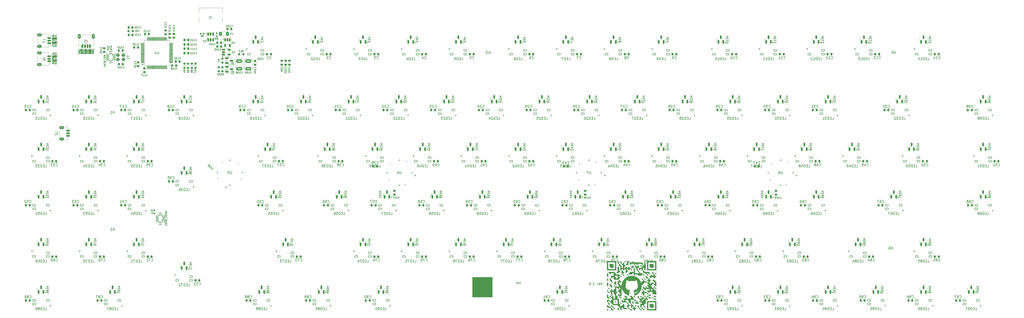
<source format=gbr>
%TF.GenerationSoftware,KiCad,Pcbnew,9.0.5*%
%TF.CreationDate,2026-01-20T20:49:48+07:00*%
%TF.ProjectId,MK98,4d4b3938-2e6b-4696-9361-645f70636258,rev?*%
%TF.SameCoordinates,Original*%
%TF.FileFunction,Legend,Bot*%
%TF.FilePolarity,Positive*%
%FSLAX46Y46*%
G04 Gerber Fmt 4.6, Leading zero omitted, Abs format (unit mm)*
G04 Created by KiCad (PCBNEW 9.0.5) date 2026-01-20 20:49:48*
%MOMM*%
%LPD*%
G01*
G04 APERTURE LIST*
G04 Aperture macros list*
%AMRoundRect*
0 Rectangle with rounded corners*
0 $1 Rounding radius*
0 $2 $3 $4 $5 $6 $7 $8 $9 X,Y pos of 4 corners*
0 Add a 4 corners polygon primitive as box body*
4,1,4,$2,$3,$4,$5,$6,$7,$8,$9,$2,$3,0*
0 Add four circle primitives for the rounded corners*
1,1,$1+$1,$2,$3*
1,1,$1+$1,$4,$5*
1,1,$1+$1,$6,$7*
1,1,$1+$1,$8,$9*
0 Add four rect primitives between the rounded corners*
20,1,$1+$1,$2,$3,$4,$5,0*
20,1,$1+$1,$4,$5,$6,$7,0*
20,1,$1+$1,$6,$7,$8,$9,0*
20,1,$1+$1,$8,$9,$2,$3,0*%
%AMRotRect*
0 Rectangle, with rotation*
0 The origin of the aperture is its center*
0 $1 length*
0 $2 width*
0 $3 Rotation angle, in degrees counterclockwise*
0 Add horizontal line*
21,1,$1,$2,0,0,$3*%
%AMFreePoly0*
4,1,18,-0.410000,0.593000,-0.403758,0.624380,-0.385983,0.650983,-0.359380,0.668758,-0.328000,0.675000,0.328000,0.675000,0.359380,0.668758,0.385983,0.650983,0.403758,0.624380,0.410000,0.593000,0.410000,-0.593000,0.403758,-0.624380,0.385983,-0.650983,0.359380,-0.668758,0.328000,-0.675000,0.000000,-0.675000,-0.410000,-0.265000,-0.410000,0.593000,-0.410000,0.593000,$1*%
G04 Aperture macros list end*
%ADD10C,0.100000*%
%ADD11C,0.200000*%
%ADD12C,0.150000*%
%ADD13C,0.120000*%
%ADD14C,0.059995*%
%ADD15C,0.254001*%
%ADD16C,0.000000*%
%ADD17C,0.152400*%
%ADD18C,2.000000*%
%ADD19C,3.200000*%
%ADD20R,2.000000X2.000000*%
%ADD21R,0.850000X0.850000*%
%ADD22C,0.850000*%
%ADD23C,3.987800*%
%ADD24C,3.048000*%
%ADD25C,0.800000*%
%ADD26C,6.400000*%
%ADD27O,1.700000X1.700000*%
%ADD28R,1.700000X1.700000*%
%ADD29FreePoly0,270.000000*%
%ADD30RoundRect,0.082000X-0.593000X0.328000X-0.593000X-0.328000X0.593000X-0.328000X0.593000X0.328000X0*%
%ADD31FreePoly0,90.000000*%
%ADD32RoundRect,0.082000X0.593000X-0.328000X0.593000X0.328000X-0.593000X0.328000X-0.593000X-0.328000X0*%
%ADD33RoundRect,0.250000X-0.350000X-0.650000X0.350000X-0.650000X0.350000X0.650000X-0.350000X0.650000X0*%
%ADD34RoundRect,0.150000X-0.150000X-0.625000X0.150000X-0.625000X0.150000X0.625000X-0.150000X0.625000X0*%
%ADD35RoundRect,0.225000X0.225000X0.250000X-0.225000X0.250000X-0.225000X-0.250000X0.225000X-0.250000X0*%
%ADD36RoundRect,0.150000X0.150000X-0.587500X0.150000X0.587500X-0.150000X0.587500X-0.150000X-0.587500X0*%
%ADD37C,1.600000*%
%ADD38RoundRect,0.250000X-0.945000X0.420000X-0.945000X-0.420000X0.945000X-0.420000X0.945000X0.420000X0*%
%ADD39RoundRect,0.225000X-0.225000X-0.250000X0.225000X-0.250000X0.225000X0.250000X-0.225000X0.250000X0*%
%ADD40RoundRect,0.200000X-0.275000X0.200000X-0.275000X-0.200000X0.275000X-0.200000X0.275000X0.200000X0*%
%ADD41RoundRect,0.225000X0.250000X-0.225000X0.250000X0.225000X-0.250000X0.225000X-0.250000X-0.225000X0*%
%ADD42RoundRect,0.150000X-0.512500X-0.150000X0.512500X-0.150000X0.512500X0.150000X-0.512500X0.150000X0*%
%ADD43RoundRect,0.250000X0.375000X0.625000X-0.375000X0.625000X-0.375000X-0.625000X0.375000X-0.625000X0*%
%ADD44RoundRect,0.160000X-0.160000X0.197500X-0.160000X-0.197500X0.160000X-0.197500X0.160000X0.197500X0*%
%ADD45RoundRect,0.225000X-0.250000X0.225000X-0.250000X-0.225000X0.250000X-0.225000X0.250000X0.225000X0*%
%ADD46R,0.700000X1.050013*%
%ADD47RoundRect,0.250000X0.650000X-0.350000X0.650000X0.350000X-0.650000X0.350000X-0.650000X-0.350000X0*%
%ADD48RoundRect,0.150000X0.625000X-0.150000X0.625000X0.150000X-0.625000X0.150000X-0.625000X-0.150000X0*%
%ADD49RoundRect,0.150000X-0.150000X0.512500X-0.150000X-0.512500X0.150000X-0.512500X0.150000X0.512500X0*%
%ADD50RoundRect,0.250000X-0.450000X-0.350000X0.450000X-0.350000X0.450000X0.350000X-0.450000X0.350000X0*%
%ADD51RoundRect,0.150000X-0.587500X-0.150000X0.587500X-0.150000X0.587500X0.150000X-0.587500X0.150000X0*%
%ADD52RoundRect,0.200000X-0.200000X-0.275000X0.200000X-0.275000X0.200000X0.275000X-0.200000X0.275000X0*%
%ADD53RoundRect,0.160000X0.197500X0.160000X-0.197500X0.160000X-0.197500X-0.160000X0.197500X-0.160000X0*%
%ADD54RoundRect,0.250000X-0.650000X0.350000X-0.650000X-0.350000X0.650000X-0.350000X0.650000X0.350000X0*%
%ADD55RoundRect,0.150000X-0.625000X0.150000X-0.625000X-0.150000X0.625000X-0.150000X0.625000X0.150000X0*%
%ADD56RoundRect,0.200000X0.275000X-0.200000X0.275000X0.200000X-0.275000X0.200000X-0.275000X-0.200000X0*%
%ADD57RotRect,0.229400X1.161999X45.000000*%
%ADD58RotRect,0.229400X1.161999X315.000000*%
%ADD59RotRect,0.229400X1.161999X135.000000*%
%ADD60RoundRect,0.075000X-0.075000X-0.700000X0.075000X-0.700000X0.075000X0.700000X-0.075000X0.700000X0*%
%ADD61RoundRect,0.075000X-0.700000X-0.075000X0.700000X-0.075000X0.700000X0.075000X-0.700000X0.075000X0*%
%ADD62RoundRect,0.225000X-0.335876X-0.017678X-0.017678X-0.335876X0.335876X0.017678X0.017678X0.335876X0*%
%ADD63O,1.000000X2.100000*%
%ADD64O,1.000000X1.600000*%
%ADD65R,0.600000X1.450000*%
%ADD66R,0.300000X1.450000*%
%ADD67C,0.650000*%
G04 APERTURE END LIST*
D10*
X207849960Y-132025034D02*
X215849960Y-132025034D01*
X215849960Y-140025034D01*
X207849960Y-140025034D01*
X207849960Y-132025034D01*
G36*
X207849960Y-132025034D02*
G01*
X215849960Y-132025034D01*
X215849960Y-140025034D01*
X207849960Y-140025034D01*
X207849960Y-132025034D01*
G37*
D11*
G36*
X41095605Y-46434929D02*
G01*
X40939167Y-46434929D01*
X41017081Y-45952306D01*
X41095605Y-46434929D01*
G37*
G36*
X41738025Y-46251259D02*
G01*
X41542691Y-46251259D01*
X41542691Y-45840931D01*
X41738025Y-45840931D01*
X41738025Y-46251259D01*
G37*
G36*
X41095605Y-44754929D02*
G01*
X40939167Y-44754929D01*
X41017081Y-44272306D01*
X41095605Y-44754929D01*
G37*
G36*
X41738025Y-44571259D02*
G01*
X41542691Y-44571259D01*
X41542691Y-44160931D01*
X41738025Y-44160931D01*
X41738025Y-44571259D01*
G37*
G36*
X40479502Y-43278140D02*
G01*
X40268415Y-43278140D01*
X40268415Y-42480931D01*
X40479502Y-42480931D01*
X40479502Y-43278140D01*
G37*
G36*
X41095605Y-43074929D02*
G01*
X40939167Y-43074929D01*
X41017081Y-42592306D01*
X41095605Y-43074929D01*
G37*
G36*
X41738025Y-42891259D02*
G01*
X41542691Y-42891259D01*
X41542691Y-42480931D01*
X41738025Y-42480931D01*
X41738025Y-42891259D01*
G37*
G36*
X42008993Y-46886027D02*
G01*
X40000867Y-46886027D01*
X40000867Y-45788846D01*
X40134570Y-45788846D01*
X40134570Y-46009153D01*
X40138028Y-46042078D01*
X40149141Y-46079089D01*
X40169436Y-46121200D01*
X40463138Y-46634232D01*
X40135914Y-46634232D01*
X40135914Y-46774916D01*
X40654380Y-46774916D01*
X40726066Y-46774916D01*
X40884518Y-46774916D01*
X40916636Y-46571705D01*
X41116793Y-46571705D01*
X41148911Y-46774916D01*
X41306692Y-46774916D01*
X41306692Y-46772168D01*
X41116110Y-45788846D01*
X41381491Y-45788846D01*
X41381491Y-46251259D01*
X41381491Y-46303344D01*
X41387740Y-46340775D01*
X41404774Y-46365862D01*
X41433533Y-46381865D01*
X41479127Y-46388035D01*
X41738025Y-46388035D01*
X41738025Y-46774916D01*
X41897882Y-46774916D01*
X41897882Y-45704155D01*
X41479127Y-45704155D01*
X41433533Y-45710325D01*
X41404774Y-45726327D01*
X41387740Y-45751415D01*
X41381491Y-45788846D01*
X41116110Y-45788846D01*
X41099696Y-45704155D01*
X40931657Y-45704155D01*
X40791345Y-46434929D01*
X40726066Y-46774916D01*
X40654380Y-46774916D01*
X40654380Y-46675264D01*
X40292351Y-46038584D01*
X40292351Y-45840931D01*
X40487013Y-45840931D01*
X40487013Y-46040233D01*
X40643450Y-46040233D01*
X40643450Y-45788846D01*
X40637199Y-45751419D01*
X40620158Y-45726332D01*
X40591381Y-45710327D01*
X40545753Y-45704155D01*
X40232206Y-45704155D01*
X40186612Y-45710325D01*
X40157853Y-45726327D01*
X40140820Y-45751415D01*
X40134570Y-45788846D01*
X40000867Y-45788846D01*
X40000867Y-45094916D01*
X40443293Y-45094916D01*
X40600403Y-45094916D01*
X40726066Y-45094916D01*
X40884518Y-45094916D01*
X40916636Y-44891705D01*
X41116793Y-44891705D01*
X41148911Y-45094916D01*
X41306692Y-45094916D01*
X41306692Y-45092168D01*
X41116110Y-44108846D01*
X41381491Y-44108846D01*
X41381491Y-44571259D01*
X41381491Y-44623344D01*
X41387740Y-44660775D01*
X41404774Y-44685862D01*
X41433533Y-44701865D01*
X41479127Y-44708035D01*
X41738025Y-44708035D01*
X41738025Y-45094916D01*
X41897882Y-45094916D01*
X41897882Y-44024155D01*
X41479127Y-44024155D01*
X41433533Y-44030325D01*
X41404774Y-44046327D01*
X41387740Y-44071415D01*
X41381491Y-44108846D01*
X41116110Y-44108846D01*
X41099696Y-44024155D01*
X40931657Y-44024155D01*
X40791345Y-44754929D01*
X40726066Y-45094916D01*
X40600403Y-45094916D01*
X40600403Y-44336786D01*
X40661891Y-44336786D01*
X40661891Y-44315292D01*
X40579276Y-44024155D01*
X40443293Y-44024155D01*
X40443293Y-45094916D01*
X40000867Y-45094916D01*
X40000867Y-42428846D01*
X40111978Y-42428846D01*
X40111978Y-43278140D01*
X40111978Y-43330224D01*
X40118184Y-43367756D01*
X40135057Y-43392837D01*
X40163446Y-43408781D01*
X40208332Y-43414916D01*
X40541662Y-43414916D01*
X40726066Y-43414916D01*
X40884518Y-43414916D01*
X40916636Y-43211705D01*
X41116793Y-43211705D01*
X41148911Y-43414916D01*
X41306692Y-43414916D01*
X41306692Y-43412168D01*
X41116110Y-42428846D01*
X41381491Y-42428846D01*
X41381491Y-42891259D01*
X41381491Y-42943344D01*
X41387740Y-42980775D01*
X41404774Y-43005862D01*
X41433533Y-43021865D01*
X41479127Y-43028035D01*
X41738025Y-43028035D01*
X41738025Y-43414916D01*
X41897882Y-43414916D01*
X41897882Y-42344155D01*
X41479127Y-42344155D01*
X41433533Y-42350325D01*
X41404774Y-42366327D01*
X41387740Y-42391415D01*
X41381491Y-42428846D01*
X41116110Y-42428846D01*
X41099696Y-42344155D01*
X40931657Y-42344155D01*
X40791345Y-43074929D01*
X40726066Y-43414916D01*
X40541662Y-43414916D01*
X40585773Y-43408820D01*
X40613757Y-43392941D01*
X40630454Y-43367867D01*
X40636612Y-43330224D01*
X40636612Y-42428846D01*
X40630385Y-42391362D01*
X40613435Y-42366278D01*
X40584870Y-42350307D01*
X40539647Y-42344155D01*
X40208332Y-42344155D01*
X40163446Y-42350289D01*
X40135057Y-42366234D01*
X40118184Y-42391315D01*
X40111978Y-42428846D01*
X40000867Y-42428846D01*
X40000867Y-42233044D01*
X42008993Y-42233044D01*
X42008993Y-46886027D01*
G37*
G36*
X51399776Y-42428408D02*
G01*
X50602567Y-42428408D01*
X50602567Y-42217321D01*
X51399776Y-42217321D01*
X51399776Y-42428408D01*
G37*
G36*
X51012895Y-41133616D02*
G01*
X50602567Y-41133616D01*
X50602567Y-40938282D01*
X51012895Y-40938282D01*
X51012895Y-41133616D01*
G37*
G36*
X52692895Y-41133616D02*
G01*
X52282567Y-41133616D01*
X52282567Y-40938282D01*
X52692895Y-40938282D01*
X52692895Y-41133616D01*
G37*
G36*
X54372895Y-41133616D02*
G01*
X53962567Y-41133616D01*
X53962567Y-40938282D01*
X54372895Y-40938282D01*
X54372895Y-41133616D01*
G37*
G36*
X56052895Y-41133616D02*
G01*
X55642567Y-41133616D01*
X55642567Y-40938282D01*
X56052895Y-40938282D01*
X56052895Y-41133616D01*
G37*
G36*
X56687663Y-42695956D02*
G01*
X50354680Y-42695956D01*
X50354680Y-42157176D01*
X50465791Y-42157176D01*
X50465791Y-42428408D01*
X50465791Y-42488492D01*
X50471925Y-42533377D01*
X50487870Y-42561766D01*
X50512951Y-42578640D01*
X50550482Y-42584845D01*
X51451860Y-42584845D01*
X51489392Y-42578640D01*
X51514473Y-42561766D01*
X51530417Y-42533377D01*
X51536552Y-42488492D01*
X51536552Y-42155161D01*
X51531354Y-42117548D01*
X52145791Y-42117548D01*
X52145791Y-42253530D01*
X53216552Y-42253530D01*
X53216552Y-42151070D01*
X53825791Y-42151070D01*
X53825791Y-42464617D01*
X53831961Y-42510211D01*
X53847963Y-42538970D01*
X53873051Y-42556004D01*
X53910482Y-42562253D01*
X54130789Y-42562253D01*
X54163714Y-42558796D01*
X54200725Y-42547682D01*
X54242836Y-42527387D01*
X54755868Y-42233685D01*
X54755868Y-42560910D01*
X54896552Y-42560910D01*
X54896552Y-42157176D01*
X55505791Y-42157176D01*
X55505791Y-42483057D01*
X55511924Y-42527909D01*
X55527865Y-42556280D01*
X55552946Y-42573146D01*
X55590482Y-42579350D01*
X55854203Y-42579350D01*
X55894474Y-42573295D01*
X55927221Y-42555837D01*
X55954343Y-42526044D01*
X56019678Y-42427004D01*
X56083669Y-42527448D01*
X56109070Y-42556244D01*
X56141052Y-42573334D01*
X56181794Y-42579350D01*
X56491860Y-42579350D01*
X56529397Y-42573146D01*
X56554477Y-42556280D01*
X56570419Y-42527909D01*
X56576552Y-42483057D01*
X56576552Y-42155161D01*
X56570456Y-42111051D01*
X56554577Y-42083067D01*
X56529503Y-42066369D01*
X56491860Y-42060212D01*
X56232658Y-42060212D01*
X56232658Y-42217321D01*
X56439776Y-42217321D01*
X56439776Y-42422912D01*
X56170864Y-42422912D01*
X56036103Y-42226847D01*
X56002581Y-42226847D01*
X55869285Y-42422912D01*
X55642567Y-42422912D01*
X55642567Y-42217321D01*
X55837961Y-42217321D01*
X55837961Y-42060212D01*
X55590482Y-42060212D01*
X55552998Y-42066438D01*
X55527914Y-42083388D01*
X55511943Y-42111953D01*
X55505791Y-42157176D01*
X54896552Y-42157176D01*
X54896552Y-42042443D01*
X54796900Y-42042443D01*
X54160220Y-42404472D01*
X53962567Y-42404472D01*
X53962567Y-42209811D01*
X54161869Y-42209811D01*
X54161869Y-42053373D01*
X53910482Y-42053373D01*
X53873055Y-42059624D01*
X53847968Y-42076666D01*
X53831963Y-42105442D01*
X53825791Y-42151070D01*
X53216552Y-42151070D01*
X53216552Y-42096421D01*
X52458422Y-42096421D01*
X52458422Y-42034933D01*
X52436928Y-42034933D01*
X52145791Y-42117548D01*
X51531354Y-42117548D01*
X51530456Y-42111051D01*
X51514577Y-42083067D01*
X51489503Y-42066369D01*
X51451860Y-42060212D01*
X50550482Y-42060212D01*
X50512998Y-42066438D01*
X50487914Y-42083388D01*
X50471943Y-42111953D01*
X50465791Y-42157176D01*
X50354680Y-42157176D01*
X50354680Y-41503521D01*
X50465791Y-41503521D01*
X50465791Y-41836852D01*
X50471963Y-41882480D01*
X50487968Y-41911256D01*
X50513055Y-41928298D01*
X50550482Y-41934549D01*
X50817501Y-41934549D01*
X50817501Y-41775364D01*
X50602567Y-41775364D01*
X50602567Y-41568429D01*
X51399776Y-41568429D01*
X51399776Y-41775364D01*
X51177026Y-41775364D01*
X51177026Y-41934549D01*
X51451860Y-41934549D01*
X51489287Y-41928298D01*
X51514375Y-41911256D01*
X51530379Y-41882480D01*
X51536552Y-41836852D01*
X51536552Y-41503521D01*
X52145791Y-41503521D01*
X52145791Y-41836852D01*
X52151963Y-41882480D01*
X52167968Y-41911256D01*
X52193055Y-41928298D01*
X52230482Y-41934549D01*
X52497501Y-41934549D01*
X52497501Y-41775364D01*
X52282567Y-41775364D01*
X52282567Y-41568429D01*
X53079776Y-41568429D01*
X53079776Y-41775364D01*
X52857026Y-41775364D01*
X52857026Y-41934549D01*
X53131860Y-41934549D01*
X53169287Y-41928298D01*
X53194375Y-41911256D01*
X53210379Y-41882480D01*
X53216552Y-41836852D01*
X53216552Y-41503521D01*
X53825791Y-41503521D01*
X53825791Y-41836852D01*
X53831963Y-41882480D01*
X53847968Y-41911256D01*
X53873055Y-41928298D01*
X53910482Y-41934549D01*
X54177501Y-41934549D01*
X54177501Y-41775364D01*
X53962567Y-41775364D01*
X53962567Y-41568429D01*
X54759776Y-41568429D01*
X54759776Y-41775364D01*
X54537026Y-41775364D01*
X54537026Y-41934549D01*
X54811860Y-41934549D01*
X54849287Y-41928298D01*
X54874375Y-41911256D01*
X54890379Y-41882480D01*
X54896552Y-41836852D01*
X54896552Y-41503521D01*
X55505791Y-41503521D01*
X55505791Y-41836852D01*
X55511963Y-41882480D01*
X55527968Y-41911256D01*
X55553055Y-41928298D01*
X55590482Y-41934549D01*
X55857501Y-41934549D01*
X55857501Y-41775364D01*
X55642567Y-41775364D01*
X55642567Y-41568429D01*
X56439776Y-41568429D01*
X56439776Y-41775364D01*
X56217026Y-41775364D01*
X56217026Y-41934549D01*
X56491860Y-41934549D01*
X56529287Y-41928298D01*
X56554375Y-41911256D01*
X56570379Y-41882480D01*
X56576552Y-41836852D01*
X56576552Y-41503521D01*
X56570456Y-41459411D01*
X56554577Y-41431427D01*
X56529503Y-41414729D01*
X56491860Y-41408572D01*
X55590482Y-41408572D01*
X55552840Y-41414729D01*
X55527766Y-41431427D01*
X55511886Y-41459411D01*
X55505791Y-41503521D01*
X54896552Y-41503521D01*
X54890456Y-41459411D01*
X54874577Y-41431427D01*
X54849503Y-41414729D01*
X54811860Y-41408572D01*
X53910482Y-41408572D01*
X53872840Y-41414729D01*
X53847766Y-41431427D01*
X53831886Y-41459411D01*
X53825791Y-41503521D01*
X53216552Y-41503521D01*
X53210456Y-41459411D01*
X53194577Y-41431427D01*
X53169503Y-41414729D01*
X53131860Y-41408572D01*
X52230482Y-41408572D01*
X52192840Y-41414729D01*
X52167766Y-41431427D01*
X52151886Y-41459411D01*
X52145791Y-41503521D01*
X51536552Y-41503521D01*
X51530456Y-41459411D01*
X51514577Y-41431427D01*
X51489503Y-41414729D01*
X51451860Y-41408572D01*
X50550482Y-41408572D01*
X50512840Y-41414729D01*
X50487766Y-41431427D01*
X50471886Y-41459411D01*
X50465791Y-41503521D01*
X50354680Y-41503521D01*
X50354680Y-41133616D01*
X50465791Y-41133616D01*
X50465791Y-41197180D01*
X50471961Y-41242774D01*
X50487963Y-41271533D01*
X50513051Y-41288567D01*
X50550482Y-41294816D01*
X51064980Y-41294816D01*
X51102411Y-41288567D01*
X51127498Y-41271533D01*
X51143501Y-41242774D01*
X51149671Y-41197180D01*
X51149671Y-41133616D01*
X52145791Y-41133616D01*
X52145791Y-41197180D01*
X52151961Y-41242774D01*
X52167963Y-41271533D01*
X52193051Y-41288567D01*
X52230482Y-41294816D01*
X52744980Y-41294816D01*
X52782411Y-41288567D01*
X52807498Y-41271533D01*
X52823501Y-41242774D01*
X52829671Y-41197180D01*
X52829671Y-41133616D01*
X53825791Y-41133616D01*
X53825791Y-41197180D01*
X53831961Y-41242774D01*
X53847963Y-41271533D01*
X53873051Y-41288567D01*
X53910482Y-41294816D01*
X54424980Y-41294816D01*
X54462411Y-41288567D01*
X54487498Y-41271533D01*
X54503501Y-41242774D01*
X54509671Y-41197180D01*
X54509671Y-41133616D01*
X55505791Y-41133616D01*
X55505791Y-41197180D01*
X55511961Y-41242774D01*
X55527963Y-41271533D01*
X55553051Y-41288567D01*
X55590482Y-41294816D01*
X56104980Y-41294816D01*
X56142411Y-41288567D01*
X56167498Y-41271533D01*
X56183501Y-41242774D01*
X56189671Y-41197180D01*
X56189671Y-40938282D01*
X56576552Y-40938282D01*
X56576552Y-40778425D01*
X55505791Y-40778425D01*
X55505791Y-41133616D01*
X54509671Y-41133616D01*
X54509671Y-40938282D01*
X54896552Y-40938282D01*
X54896552Y-40778425D01*
X53825791Y-40778425D01*
X53825791Y-41133616D01*
X52829671Y-41133616D01*
X52829671Y-40938282D01*
X53216552Y-40938282D01*
X53216552Y-40778425D01*
X52145791Y-40778425D01*
X52145791Y-41133616D01*
X51149671Y-41133616D01*
X51149671Y-40938282D01*
X51536552Y-40938282D01*
X51536552Y-40778425D01*
X50465791Y-40778425D01*
X50465791Y-41133616D01*
X50354680Y-41133616D01*
X50354680Y-40667314D01*
X56687663Y-40667314D01*
X56687663Y-42695956D01*
G37*
X259739191Y-134160251D02*
X259405858Y-135160251D01*
X259405858Y-135160251D02*
X259072525Y-134160251D01*
X258358239Y-135112632D02*
X258453477Y-135160251D01*
X258453477Y-135160251D02*
X258643953Y-135160251D01*
X258643953Y-135160251D02*
X258739191Y-135112632D01*
X258739191Y-135112632D02*
X258786810Y-135017393D01*
X258786810Y-135017393D02*
X258786810Y-134636441D01*
X258786810Y-134636441D02*
X258739191Y-134541203D01*
X258739191Y-134541203D02*
X258643953Y-134493584D01*
X258643953Y-134493584D02*
X258453477Y-134493584D01*
X258453477Y-134493584D02*
X258358239Y-134541203D01*
X258358239Y-134541203D02*
X258310620Y-134636441D01*
X258310620Y-134636441D02*
X258310620Y-134731679D01*
X258310620Y-134731679D02*
X258786810Y-134826917D01*
X257882048Y-135160251D02*
X257882048Y-134493584D01*
X257882048Y-134684060D02*
X257834429Y-134588822D01*
X257834429Y-134588822D02*
X257786810Y-134541203D01*
X257786810Y-134541203D02*
X257691572Y-134493584D01*
X257691572Y-134493584D02*
X257596334Y-134493584D01*
X255977286Y-135160251D02*
X256548714Y-135160251D01*
X256263000Y-135160251D02*
X256263000Y-134160251D01*
X256263000Y-134160251D02*
X256358238Y-134303108D01*
X256358238Y-134303108D02*
X256453476Y-134398346D01*
X256453476Y-134398346D02*
X256548714Y-134445965D01*
X255548714Y-135065012D02*
X255501095Y-135112632D01*
X255501095Y-135112632D02*
X255548714Y-135160251D01*
X255548714Y-135160251D02*
X255596333Y-135112632D01*
X255596333Y-135112632D02*
X255548714Y-135065012D01*
X255548714Y-135065012D02*
X255548714Y-135160251D01*
X254882048Y-134160251D02*
X254786810Y-134160251D01*
X254786810Y-134160251D02*
X254691572Y-134207870D01*
X254691572Y-134207870D02*
X254643953Y-134255489D01*
X254643953Y-134255489D02*
X254596334Y-134350727D01*
X254596334Y-134350727D02*
X254548715Y-134541203D01*
X254548715Y-134541203D02*
X254548715Y-134779298D01*
X254548715Y-134779298D02*
X254596334Y-134969774D01*
X254596334Y-134969774D02*
X254643953Y-135065012D01*
X254643953Y-135065012D02*
X254691572Y-135112632D01*
X254691572Y-135112632D02*
X254786810Y-135160251D01*
X254786810Y-135160251D02*
X254882048Y-135160251D01*
X254882048Y-135160251D02*
X254977286Y-135112632D01*
X254977286Y-135112632D02*
X255024905Y-135065012D01*
X255024905Y-135065012D02*
X255072524Y-134969774D01*
X255072524Y-134969774D02*
X255120143Y-134779298D01*
X255120143Y-134779298D02*
X255120143Y-134541203D01*
X255120143Y-134541203D02*
X255072524Y-134350727D01*
X255072524Y-134350727D02*
X255024905Y-134255489D01*
X255024905Y-134255489D02*
X254977286Y-134207870D01*
X254977286Y-134207870D02*
X254882048Y-134160251D01*
G36*
X40471687Y-39463140D02*
G01*
X40267439Y-39463140D01*
X40267439Y-39123153D01*
X40471687Y-39123153D01*
X40471687Y-39463140D01*
G37*
G36*
X41087790Y-39259929D02*
G01*
X40931352Y-39259929D01*
X41009266Y-38777306D01*
X41087790Y-39259929D01*
G37*
G36*
X41730210Y-39076259D02*
G01*
X41534876Y-39076259D01*
X41534876Y-38665931D01*
X41730210Y-38665931D01*
X41730210Y-39076259D01*
G37*
G36*
X41087790Y-37579929D02*
G01*
X40931352Y-37579929D01*
X41009266Y-37097306D01*
X41087790Y-37579929D01*
G37*
G36*
X41730210Y-37396259D02*
G01*
X41534876Y-37396259D01*
X41534876Y-36985931D01*
X41730210Y-36985931D01*
X41730210Y-37396259D01*
G37*
G36*
X41087790Y-35899929D02*
G01*
X40931352Y-35899929D01*
X41009266Y-35417306D01*
X41087790Y-35899929D01*
G37*
G36*
X41730210Y-35716259D02*
G01*
X41534876Y-35716259D01*
X41534876Y-35305931D01*
X41730210Y-35305931D01*
X41730210Y-35716259D01*
G37*
G36*
X42001178Y-39711027D02*
G01*
X39973268Y-39711027D01*
X39973268Y-39071069D01*
X40111002Y-39071069D01*
X40111002Y-39463140D01*
X40111002Y-39515224D01*
X40117207Y-39552756D01*
X40134081Y-39577837D01*
X40162470Y-39593781D01*
X40207356Y-39599916D01*
X40531832Y-39599916D01*
X40718251Y-39599916D01*
X40876703Y-39599916D01*
X40908821Y-39396705D01*
X41108978Y-39396705D01*
X41141096Y-39599916D01*
X41298877Y-39599916D01*
X41298877Y-39597168D01*
X41108295Y-38613846D01*
X41373676Y-38613846D01*
X41373676Y-39076259D01*
X41373676Y-39128344D01*
X41379925Y-39165775D01*
X41396959Y-39190862D01*
X41425718Y-39206865D01*
X41471312Y-39213035D01*
X41730210Y-39213035D01*
X41730210Y-39599916D01*
X41890067Y-39599916D01*
X41890067Y-38529155D01*
X41471312Y-38529155D01*
X41425718Y-38535325D01*
X41396959Y-38551327D01*
X41379925Y-38576415D01*
X41373676Y-38613846D01*
X41108295Y-38613846D01*
X41091881Y-38529155D01*
X40923842Y-38529155D01*
X40783530Y-39259929D01*
X40718251Y-39599916D01*
X40531832Y-39599916D01*
X40577055Y-39593764D01*
X40605620Y-39577792D01*
X40622570Y-39552708D01*
X40628797Y-39515224D01*
X40628797Y-38613846D01*
X40622639Y-38576204D01*
X40605942Y-38551130D01*
X40577958Y-38535250D01*
X40533847Y-38529155D01*
X40210042Y-38529155D01*
X40165191Y-38535288D01*
X40136819Y-38551229D01*
X40119953Y-38576310D01*
X40113749Y-38613846D01*
X40113749Y-38853509D01*
X40270859Y-38853509D01*
X40270859Y-38665931D01*
X40471687Y-38665931D01*
X40471687Y-38986377D01*
X40207356Y-38986377D01*
X40162470Y-38992512D01*
X40134081Y-39008456D01*
X40117207Y-39033537D01*
X40111002Y-39071069D01*
X39973268Y-39071069D01*
X39973268Y-37316819D01*
X40117841Y-37316819D01*
X40117841Y-37835224D01*
X40124069Y-37872703D01*
X40141027Y-37897788D01*
X40169609Y-37913762D01*
X40214866Y-37919916D01*
X40535252Y-37919916D01*
X40718251Y-37919916D01*
X40876703Y-37919916D01*
X40908821Y-37716705D01*
X41108978Y-37716705D01*
X41141096Y-37919916D01*
X41298877Y-37919916D01*
X41298877Y-37917168D01*
X41108295Y-36933846D01*
X41373676Y-36933846D01*
X41373676Y-37396259D01*
X41373676Y-37448344D01*
X41379925Y-37485775D01*
X41396959Y-37510862D01*
X41425718Y-37526865D01*
X41471312Y-37533035D01*
X41730210Y-37533035D01*
X41730210Y-37919916D01*
X41890067Y-37919916D01*
X41890067Y-36849155D01*
X41471312Y-36849155D01*
X41425718Y-36855325D01*
X41396959Y-36871327D01*
X41379925Y-36896415D01*
X41373676Y-36933846D01*
X41108295Y-36933846D01*
X41091881Y-36849155D01*
X40923842Y-36849155D01*
X40783530Y-37579929D01*
X40718251Y-37919916D01*
X40535252Y-37919916D01*
X40579362Y-37913820D01*
X40607346Y-37897941D01*
X40624043Y-37872867D01*
X40630201Y-37835224D01*
X40630201Y-37572114D01*
X40473092Y-37572114D01*
X40473092Y-37783140D01*
X40274950Y-37783140D01*
X40274950Y-37368904D01*
X40630201Y-37368904D01*
X40613104Y-36849155D01*
X40125351Y-36849155D01*
X40125351Y-36989839D01*
X40464849Y-36989839D01*
X40475107Y-37232128D01*
X40214866Y-37232128D01*
X40169609Y-37238281D01*
X40141027Y-37254256D01*
X40124069Y-37279340D01*
X40117841Y-37316819D01*
X39973268Y-37316819D01*
X39973268Y-35899929D01*
X40084379Y-35899929D01*
X40084379Y-36036705D01*
X40165651Y-36036705D01*
X40165651Y-36239916D01*
X40317998Y-36239916D01*
X40718251Y-36239916D01*
X40876703Y-36239916D01*
X40908821Y-36036705D01*
X41108978Y-36036705D01*
X41141096Y-36239916D01*
X41298877Y-36239916D01*
X41298877Y-36237168D01*
X41108295Y-35253846D01*
X41373676Y-35253846D01*
X41373676Y-35716259D01*
X41373676Y-35768344D01*
X41379925Y-35805775D01*
X41396959Y-35830862D01*
X41425718Y-35846865D01*
X41471312Y-35853035D01*
X41730210Y-35853035D01*
X41730210Y-36239916D01*
X41890067Y-36239916D01*
X41890067Y-35169155D01*
X41471312Y-35169155D01*
X41425718Y-35175325D01*
X41396959Y-35191327D01*
X41379925Y-35216415D01*
X41373676Y-35253846D01*
X41108295Y-35253846D01*
X41091881Y-35169155D01*
X40923842Y-35169155D01*
X40783530Y-35899929D01*
X40718251Y-36239916D01*
X40317998Y-36239916D01*
X40317998Y-36036705D01*
X40669097Y-36036705D01*
X40669097Y-35941756D01*
X40403360Y-35169155D01*
X40240817Y-35169155D01*
X40240817Y-35175322D01*
X40490128Y-35899929D01*
X40317998Y-35899929D01*
X40317998Y-35579483D01*
X40165651Y-35579483D01*
X40165651Y-35899929D01*
X40084379Y-35899929D01*
X39973268Y-35899929D01*
X39973268Y-35058044D01*
X42001178Y-35058044D01*
X42001178Y-39711027D01*
G37*
D12*
X215036904Y-42654819D02*
X215036904Y-41654819D01*
X215036904Y-42131009D02*
X214465476Y-42131009D01*
X214465476Y-42654819D02*
X214465476Y-41654819D01*
X214084523Y-41654819D02*
X213465476Y-41654819D01*
X213465476Y-41654819D02*
X213798809Y-42035771D01*
X213798809Y-42035771D02*
X213655952Y-42035771D01*
X213655952Y-42035771D02*
X213560714Y-42083390D01*
X213560714Y-42083390D02*
X213513095Y-42131009D01*
X213513095Y-42131009D02*
X213465476Y-42226247D01*
X213465476Y-42226247D02*
X213465476Y-42464342D01*
X213465476Y-42464342D02*
X213513095Y-42559580D01*
X213513095Y-42559580D02*
X213560714Y-42607200D01*
X213560714Y-42607200D02*
X213655952Y-42654819D01*
X213655952Y-42654819D02*
X213941666Y-42654819D01*
X213941666Y-42654819D02*
X214036904Y-42607200D01*
X214036904Y-42607200D02*
X214084523Y-42559580D01*
X64961904Y-113329819D02*
X64961904Y-112329819D01*
X64961904Y-112806009D02*
X64390476Y-112806009D01*
X64390476Y-113329819D02*
X64390476Y-112329819D01*
X63961904Y-112425057D02*
X63914285Y-112377438D01*
X63914285Y-112377438D02*
X63819047Y-112329819D01*
X63819047Y-112329819D02*
X63580952Y-112329819D01*
X63580952Y-112329819D02*
X63485714Y-112377438D01*
X63485714Y-112377438D02*
X63438095Y-112425057D01*
X63438095Y-112425057D02*
X63390476Y-112520295D01*
X63390476Y-112520295D02*
X63390476Y-112615533D01*
X63390476Y-112615533D02*
X63438095Y-112758390D01*
X63438095Y-112758390D02*
X64009523Y-113329819D01*
X64009523Y-113329819D02*
X63390476Y-113329819D01*
X376861904Y-42654819D02*
X376861904Y-41654819D01*
X376861904Y-42131009D02*
X376290476Y-42131009D01*
X376290476Y-42654819D02*
X376290476Y-41654819D01*
X375338095Y-41654819D02*
X375814285Y-41654819D01*
X375814285Y-41654819D02*
X375861904Y-42131009D01*
X375861904Y-42131009D02*
X375814285Y-42083390D01*
X375814285Y-42083390D02*
X375719047Y-42035771D01*
X375719047Y-42035771D02*
X375480952Y-42035771D01*
X375480952Y-42035771D02*
X375385714Y-42083390D01*
X375385714Y-42083390D02*
X375338095Y-42131009D01*
X375338095Y-42131009D02*
X375290476Y-42226247D01*
X375290476Y-42226247D02*
X375290476Y-42464342D01*
X375290476Y-42464342D02*
X375338095Y-42559580D01*
X375338095Y-42559580D02*
X375385714Y-42607200D01*
X375385714Y-42607200D02*
X375480952Y-42654819D01*
X375480952Y-42654819D02*
X375719047Y-42654819D01*
X375719047Y-42654819D02*
X375814285Y-42607200D01*
X375814285Y-42607200D02*
X375861904Y-42559580D01*
X375711904Y-120879819D02*
X375711904Y-119879819D01*
X375711904Y-120356009D02*
X375140476Y-120356009D01*
X375140476Y-120879819D02*
X375140476Y-119879819D01*
X374235714Y-119879819D02*
X374426190Y-119879819D01*
X374426190Y-119879819D02*
X374521428Y-119927438D01*
X374521428Y-119927438D02*
X374569047Y-119975057D01*
X374569047Y-119975057D02*
X374664285Y-120117914D01*
X374664285Y-120117914D02*
X374711904Y-120308390D01*
X374711904Y-120308390D02*
X374711904Y-120689342D01*
X374711904Y-120689342D02*
X374664285Y-120784580D01*
X374664285Y-120784580D02*
X374616666Y-120832200D01*
X374616666Y-120832200D02*
X374521428Y-120879819D01*
X374521428Y-120879819D02*
X374330952Y-120879819D01*
X374330952Y-120879819D02*
X374235714Y-120832200D01*
X374235714Y-120832200D02*
X374188095Y-120784580D01*
X374188095Y-120784580D02*
X374140476Y-120689342D01*
X374140476Y-120689342D02*
X374140476Y-120451247D01*
X374140476Y-120451247D02*
X374188095Y-120356009D01*
X374188095Y-120356009D02*
X374235714Y-120308390D01*
X374235714Y-120308390D02*
X374330952Y-120260771D01*
X374330952Y-120260771D02*
X374521428Y-120260771D01*
X374521428Y-120260771D02*
X374616666Y-120308390D01*
X374616666Y-120308390D02*
X374664285Y-120356009D01*
X374664285Y-120356009D02*
X374711904Y-120451247D01*
X64936904Y-66554819D02*
X64936904Y-65554819D01*
X64936904Y-66031009D02*
X64365476Y-66031009D01*
X64365476Y-66554819D02*
X64365476Y-65554819D01*
X63365476Y-66554819D02*
X63936904Y-66554819D01*
X63651190Y-66554819D02*
X63651190Y-65554819D01*
X63651190Y-65554819D02*
X63746428Y-65697676D01*
X63746428Y-65697676D02*
X63841666Y-65792914D01*
X63841666Y-65792914D02*
X63936904Y-65840533D01*
X226986904Y-134854819D02*
X226986904Y-133854819D01*
X226986904Y-134331009D02*
X226415476Y-134331009D01*
X226415476Y-134854819D02*
X226415476Y-133854819D01*
X225510714Y-134188152D02*
X225510714Y-134854819D01*
X225748809Y-133807200D02*
X225986904Y-134521485D01*
X225986904Y-134521485D02*
X225367857Y-134521485D01*
X151505238Y-87984819D02*
X151981428Y-87984819D01*
X151981428Y-87984819D02*
X151981428Y-86984819D01*
X151171904Y-87461009D02*
X150838571Y-87461009D01*
X150695714Y-87984819D02*
X151171904Y-87984819D01*
X151171904Y-87984819D02*
X151171904Y-86984819D01*
X151171904Y-86984819D02*
X150695714Y-86984819D01*
X150267142Y-87984819D02*
X150267142Y-86984819D01*
X150267142Y-86984819D02*
X150029047Y-86984819D01*
X150029047Y-86984819D02*
X149886190Y-87032438D01*
X149886190Y-87032438D02*
X149790952Y-87127676D01*
X149790952Y-87127676D02*
X149743333Y-87222914D01*
X149743333Y-87222914D02*
X149695714Y-87413390D01*
X149695714Y-87413390D02*
X149695714Y-87556247D01*
X149695714Y-87556247D02*
X149743333Y-87746723D01*
X149743333Y-87746723D02*
X149790952Y-87841961D01*
X149790952Y-87841961D02*
X149886190Y-87937200D01*
X149886190Y-87937200D02*
X150029047Y-87984819D01*
X150029047Y-87984819D02*
X150267142Y-87984819D01*
X149362380Y-86984819D02*
X148743333Y-86984819D01*
X148743333Y-86984819D02*
X149076666Y-87365771D01*
X149076666Y-87365771D02*
X148933809Y-87365771D01*
X148933809Y-87365771D02*
X148838571Y-87413390D01*
X148838571Y-87413390D02*
X148790952Y-87461009D01*
X148790952Y-87461009D02*
X148743333Y-87556247D01*
X148743333Y-87556247D02*
X148743333Y-87794342D01*
X148743333Y-87794342D02*
X148790952Y-87889580D01*
X148790952Y-87889580D02*
X148838571Y-87937200D01*
X148838571Y-87937200D02*
X148933809Y-87984819D01*
X148933809Y-87984819D02*
X149219523Y-87984819D01*
X149219523Y-87984819D02*
X149314761Y-87937200D01*
X149314761Y-87937200D02*
X149362380Y-87889580D01*
X148171904Y-87413390D02*
X148267142Y-87365771D01*
X148267142Y-87365771D02*
X148314761Y-87318152D01*
X148314761Y-87318152D02*
X148362380Y-87222914D01*
X148362380Y-87222914D02*
X148362380Y-87175295D01*
X148362380Y-87175295D02*
X148314761Y-87080057D01*
X148314761Y-87080057D02*
X148267142Y-87032438D01*
X148267142Y-87032438D02*
X148171904Y-86984819D01*
X148171904Y-86984819D02*
X147981428Y-86984819D01*
X147981428Y-86984819D02*
X147886190Y-87032438D01*
X147886190Y-87032438D02*
X147838571Y-87080057D01*
X147838571Y-87080057D02*
X147790952Y-87175295D01*
X147790952Y-87175295D02*
X147790952Y-87222914D01*
X147790952Y-87222914D02*
X147838571Y-87318152D01*
X147838571Y-87318152D02*
X147886190Y-87365771D01*
X147886190Y-87365771D02*
X147981428Y-87413390D01*
X147981428Y-87413390D02*
X148171904Y-87413390D01*
X148171904Y-87413390D02*
X148267142Y-87461009D01*
X148267142Y-87461009D02*
X148314761Y-87508628D01*
X148314761Y-87508628D02*
X148362380Y-87603866D01*
X148362380Y-87603866D02*
X148362380Y-87794342D01*
X148362380Y-87794342D02*
X148314761Y-87889580D01*
X148314761Y-87889580D02*
X148267142Y-87937200D01*
X148267142Y-87937200D02*
X148171904Y-87984819D01*
X148171904Y-87984819D02*
X147981428Y-87984819D01*
X147981428Y-87984819D02*
X147886190Y-87937200D01*
X147886190Y-87937200D02*
X147838571Y-87889580D01*
X147838571Y-87889580D02*
X147790952Y-87794342D01*
X147790952Y-87794342D02*
X147790952Y-87603866D01*
X147790952Y-87603866D02*
X147838571Y-87508628D01*
X147838571Y-87508628D02*
X147886190Y-87461009D01*
X147886190Y-87461009D02*
X147981428Y-87413390D01*
X65780238Y-145134819D02*
X66256428Y-145134819D01*
X66256428Y-145134819D02*
X66256428Y-144134819D01*
X65446904Y-144611009D02*
X65113571Y-144611009D01*
X64970714Y-145134819D02*
X65446904Y-145134819D01*
X65446904Y-145134819D02*
X65446904Y-144134819D01*
X65446904Y-144134819D02*
X64970714Y-144134819D01*
X64542142Y-145134819D02*
X64542142Y-144134819D01*
X64542142Y-144134819D02*
X64304047Y-144134819D01*
X64304047Y-144134819D02*
X64161190Y-144182438D01*
X64161190Y-144182438D02*
X64065952Y-144277676D01*
X64065952Y-144277676D02*
X64018333Y-144372914D01*
X64018333Y-144372914D02*
X63970714Y-144563390D01*
X63970714Y-144563390D02*
X63970714Y-144706247D01*
X63970714Y-144706247D02*
X64018333Y-144896723D01*
X64018333Y-144896723D02*
X64065952Y-144991961D01*
X64065952Y-144991961D02*
X64161190Y-145087200D01*
X64161190Y-145087200D02*
X64304047Y-145134819D01*
X64304047Y-145134819D02*
X64542142Y-145134819D01*
X63399285Y-144563390D02*
X63494523Y-144515771D01*
X63494523Y-144515771D02*
X63542142Y-144468152D01*
X63542142Y-144468152D02*
X63589761Y-144372914D01*
X63589761Y-144372914D02*
X63589761Y-144325295D01*
X63589761Y-144325295D02*
X63542142Y-144230057D01*
X63542142Y-144230057D02*
X63494523Y-144182438D01*
X63494523Y-144182438D02*
X63399285Y-144134819D01*
X63399285Y-144134819D02*
X63208809Y-144134819D01*
X63208809Y-144134819D02*
X63113571Y-144182438D01*
X63113571Y-144182438D02*
X63065952Y-144230057D01*
X63065952Y-144230057D02*
X63018333Y-144325295D01*
X63018333Y-144325295D02*
X63018333Y-144372914D01*
X63018333Y-144372914D02*
X63065952Y-144468152D01*
X63065952Y-144468152D02*
X63113571Y-144515771D01*
X63113571Y-144515771D02*
X63208809Y-144563390D01*
X63208809Y-144563390D02*
X63399285Y-144563390D01*
X63399285Y-144563390D02*
X63494523Y-144611009D01*
X63494523Y-144611009D02*
X63542142Y-144658628D01*
X63542142Y-144658628D02*
X63589761Y-144753866D01*
X63589761Y-144753866D02*
X63589761Y-144944342D01*
X63589761Y-144944342D02*
X63542142Y-145039580D01*
X63542142Y-145039580D02*
X63494523Y-145087200D01*
X63494523Y-145087200D02*
X63399285Y-145134819D01*
X63399285Y-145134819D02*
X63208809Y-145134819D01*
X63208809Y-145134819D02*
X63113571Y-145087200D01*
X63113571Y-145087200D02*
X63065952Y-145039580D01*
X63065952Y-145039580D02*
X63018333Y-144944342D01*
X63018333Y-144944342D02*
X63018333Y-144753866D01*
X63018333Y-144753866D02*
X63065952Y-144658628D01*
X63065952Y-144658628D02*
X63113571Y-144611009D01*
X63113571Y-144611009D02*
X63208809Y-144563390D01*
X62684999Y-144134819D02*
X62018333Y-144134819D01*
X62018333Y-144134819D02*
X62446904Y-145134819D01*
X308667738Y-45122319D02*
X309143928Y-45122319D01*
X309143928Y-45122319D02*
X309143928Y-44122319D01*
X308334404Y-44598509D02*
X308001071Y-44598509D01*
X307858214Y-45122319D02*
X308334404Y-45122319D01*
X308334404Y-45122319D02*
X308334404Y-44122319D01*
X308334404Y-44122319D02*
X307858214Y-44122319D01*
X307429642Y-45122319D02*
X307429642Y-44122319D01*
X307429642Y-44122319D02*
X307191547Y-44122319D01*
X307191547Y-44122319D02*
X307048690Y-44169938D01*
X307048690Y-44169938D02*
X306953452Y-44265176D01*
X306953452Y-44265176D02*
X306905833Y-44360414D01*
X306905833Y-44360414D02*
X306858214Y-44550890D01*
X306858214Y-44550890D02*
X306858214Y-44693747D01*
X306858214Y-44693747D02*
X306905833Y-44884223D01*
X306905833Y-44884223D02*
X306953452Y-44979461D01*
X306953452Y-44979461D02*
X307048690Y-45074700D01*
X307048690Y-45074700D02*
X307191547Y-45122319D01*
X307191547Y-45122319D02*
X307429642Y-45122319D01*
X305905833Y-45122319D02*
X306477261Y-45122319D01*
X306191547Y-45122319D02*
X306191547Y-44122319D01*
X306191547Y-44122319D02*
X306286785Y-44265176D01*
X306286785Y-44265176D02*
X306382023Y-44360414D01*
X306382023Y-44360414D02*
X306477261Y-44408033D01*
X305286785Y-44122319D02*
X305191547Y-44122319D01*
X305191547Y-44122319D02*
X305096309Y-44169938D01*
X305096309Y-44169938D02*
X305048690Y-44217557D01*
X305048690Y-44217557D02*
X305001071Y-44312795D01*
X305001071Y-44312795D02*
X304953452Y-44503271D01*
X304953452Y-44503271D02*
X304953452Y-44741366D01*
X304953452Y-44741366D02*
X305001071Y-44931842D01*
X305001071Y-44931842D02*
X305048690Y-45027080D01*
X305048690Y-45027080D02*
X305096309Y-45074700D01*
X305096309Y-45074700D02*
X305191547Y-45122319D01*
X305191547Y-45122319D02*
X305286785Y-45122319D01*
X305286785Y-45122319D02*
X305382023Y-45074700D01*
X305382023Y-45074700D02*
X305429642Y-45027080D01*
X305429642Y-45027080D02*
X305477261Y-44931842D01*
X305477261Y-44931842D02*
X305524880Y-44741366D01*
X305524880Y-44741366D02*
X305524880Y-44503271D01*
X305524880Y-44503271D02*
X305477261Y-44312795D01*
X305477261Y-44312795D02*
X305429642Y-44217557D01*
X305429642Y-44217557D02*
X305382023Y-44169938D01*
X305382023Y-44169938D02*
X305286785Y-44122319D01*
X53983333Y-37029819D02*
X53983333Y-37744104D01*
X53983333Y-37744104D02*
X54030952Y-37886961D01*
X54030952Y-37886961D02*
X54126190Y-37982200D01*
X54126190Y-37982200D02*
X54269047Y-38029819D01*
X54269047Y-38029819D02*
X54364285Y-38029819D01*
X53030952Y-37029819D02*
X53507142Y-37029819D01*
X53507142Y-37029819D02*
X53554761Y-37506009D01*
X53554761Y-37506009D02*
X53507142Y-37458390D01*
X53507142Y-37458390D02*
X53411904Y-37410771D01*
X53411904Y-37410771D02*
X53173809Y-37410771D01*
X53173809Y-37410771D02*
X53078571Y-37458390D01*
X53078571Y-37458390D02*
X53030952Y-37506009D01*
X53030952Y-37506009D02*
X52983333Y-37601247D01*
X52983333Y-37601247D02*
X52983333Y-37839342D01*
X52983333Y-37839342D02*
X53030952Y-37934580D01*
X53030952Y-37934580D02*
X53078571Y-37982200D01*
X53078571Y-37982200D02*
X53173809Y-38029819D01*
X53173809Y-38029819D02*
X53411904Y-38029819D01*
X53411904Y-38029819D02*
X53507142Y-37982200D01*
X53507142Y-37982200D02*
X53554761Y-37934580D01*
X213417738Y-107034819D02*
X213893928Y-107034819D01*
X213893928Y-107034819D02*
X213893928Y-106034819D01*
X213084404Y-106511009D02*
X212751071Y-106511009D01*
X212608214Y-107034819D02*
X213084404Y-107034819D01*
X213084404Y-107034819D02*
X213084404Y-106034819D01*
X213084404Y-106034819D02*
X212608214Y-106034819D01*
X212179642Y-107034819D02*
X212179642Y-106034819D01*
X212179642Y-106034819D02*
X211941547Y-106034819D01*
X211941547Y-106034819D02*
X211798690Y-106082438D01*
X211798690Y-106082438D02*
X211703452Y-106177676D01*
X211703452Y-106177676D02*
X211655833Y-106272914D01*
X211655833Y-106272914D02*
X211608214Y-106463390D01*
X211608214Y-106463390D02*
X211608214Y-106606247D01*
X211608214Y-106606247D02*
X211655833Y-106796723D01*
X211655833Y-106796723D02*
X211703452Y-106891961D01*
X211703452Y-106891961D02*
X211798690Y-106987200D01*
X211798690Y-106987200D02*
X211941547Y-107034819D01*
X211941547Y-107034819D02*
X212179642Y-107034819D01*
X210703452Y-106034819D02*
X211179642Y-106034819D01*
X211179642Y-106034819D02*
X211227261Y-106511009D01*
X211227261Y-106511009D02*
X211179642Y-106463390D01*
X211179642Y-106463390D02*
X211084404Y-106415771D01*
X211084404Y-106415771D02*
X210846309Y-106415771D01*
X210846309Y-106415771D02*
X210751071Y-106463390D01*
X210751071Y-106463390D02*
X210703452Y-106511009D01*
X210703452Y-106511009D02*
X210655833Y-106606247D01*
X210655833Y-106606247D02*
X210655833Y-106844342D01*
X210655833Y-106844342D02*
X210703452Y-106939580D01*
X210703452Y-106939580D02*
X210751071Y-106987200D01*
X210751071Y-106987200D02*
X210846309Y-107034819D01*
X210846309Y-107034819D02*
X211084404Y-107034819D01*
X211084404Y-107034819D02*
X211179642Y-106987200D01*
X211179642Y-106987200D02*
X211227261Y-106939580D01*
X210179642Y-107034819D02*
X209989166Y-107034819D01*
X209989166Y-107034819D02*
X209893928Y-106987200D01*
X209893928Y-106987200D02*
X209846309Y-106939580D01*
X209846309Y-106939580D02*
X209751071Y-106796723D01*
X209751071Y-106796723D02*
X209703452Y-106606247D01*
X209703452Y-106606247D02*
X209703452Y-106225295D01*
X209703452Y-106225295D02*
X209751071Y-106130057D01*
X209751071Y-106130057D02*
X209798690Y-106082438D01*
X209798690Y-106082438D02*
X209893928Y-106034819D01*
X209893928Y-106034819D02*
X210084404Y-106034819D01*
X210084404Y-106034819D02*
X210179642Y-106082438D01*
X210179642Y-106082438D02*
X210227261Y-106130057D01*
X210227261Y-106130057D02*
X210274880Y-106225295D01*
X210274880Y-106225295D02*
X210274880Y-106463390D01*
X210274880Y-106463390D02*
X210227261Y-106558628D01*
X210227261Y-106558628D02*
X210179642Y-106606247D01*
X210179642Y-106606247D02*
X210084404Y-106653866D01*
X210084404Y-106653866D02*
X209893928Y-106653866D01*
X209893928Y-106653866D02*
X209798690Y-106606247D01*
X209798690Y-106606247D02*
X209751071Y-106558628D01*
X209751071Y-106558628D02*
X209703452Y-106463390D01*
X307155357Y-64079580D02*
X307202976Y-64127200D01*
X307202976Y-64127200D02*
X307345833Y-64174819D01*
X307345833Y-64174819D02*
X307441071Y-64174819D01*
X307441071Y-64174819D02*
X307583928Y-64127200D01*
X307583928Y-64127200D02*
X307679166Y-64031961D01*
X307679166Y-64031961D02*
X307726785Y-63936723D01*
X307726785Y-63936723D02*
X307774404Y-63746247D01*
X307774404Y-63746247D02*
X307774404Y-63603390D01*
X307774404Y-63603390D02*
X307726785Y-63412914D01*
X307726785Y-63412914D02*
X307679166Y-63317676D01*
X307679166Y-63317676D02*
X307583928Y-63222438D01*
X307583928Y-63222438D02*
X307441071Y-63174819D01*
X307441071Y-63174819D02*
X307345833Y-63174819D01*
X307345833Y-63174819D02*
X307202976Y-63222438D01*
X307202976Y-63222438D02*
X307155357Y-63270057D01*
X306774404Y-63270057D02*
X306726785Y-63222438D01*
X306726785Y-63222438D02*
X306631547Y-63174819D01*
X306631547Y-63174819D02*
X306393452Y-63174819D01*
X306393452Y-63174819D02*
X306298214Y-63222438D01*
X306298214Y-63222438D02*
X306250595Y-63270057D01*
X306250595Y-63270057D02*
X306202976Y-63365295D01*
X306202976Y-63365295D02*
X306202976Y-63460533D01*
X306202976Y-63460533D02*
X306250595Y-63603390D01*
X306250595Y-63603390D02*
X306822023Y-64174819D01*
X306822023Y-64174819D02*
X306202976Y-64174819D01*
X305726785Y-64174819D02*
X305536309Y-64174819D01*
X305536309Y-64174819D02*
X305441071Y-64127200D01*
X305441071Y-64127200D02*
X305393452Y-64079580D01*
X305393452Y-64079580D02*
X305298214Y-63936723D01*
X305298214Y-63936723D02*
X305250595Y-63746247D01*
X305250595Y-63746247D02*
X305250595Y-63365295D01*
X305250595Y-63365295D02*
X305298214Y-63270057D01*
X305298214Y-63270057D02*
X305345833Y-63222438D01*
X305345833Y-63222438D02*
X305441071Y-63174819D01*
X305441071Y-63174819D02*
X305631547Y-63174819D01*
X305631547Y-63174819D02*
X305726785Y-63222438D01*
X305726785Y-63222438D02*
X305774404Y-63270057D01*
X305774404Y-63270057D02*
X305822023Y-63365295D01*
X305822023Y-63365295D02*
X305822023Y-63603390D01*
X305822023Y-63603390D02*
X305774404Y-63698628D01*
X305774404Y-63698628D02*
X305726785Y-63746247D01*
X305726785Y-63746247D02*
X305631547Y-63793866D01*
X305631547Y-63793866D02*
X305441071Y-63793866D01*
X305441071Y-63793866D02*
X305345833Y-63746247D01*
X305345833Y-63746247D02*
X305298214Y-63698628D01*
X305298214Y-63698628D02*
X305250595Y-63603390D01*
X171922295Y-78497619D02*
X171122295Y-78497619D01*
X171503247Y-78497619D02*
X171503247Y-78954762D01*
X171922295Y-78954762D02*
X171122295Y-78954762D01*
X171503247Y-79335714D02*
X171503247Y-79602380D01*
X171922295Y-79716666D02*
X171922295Y-79335714D01*
X171922295Y-79335714D02*
X171122295Y-79335714D01*
X171122295Y-79335714D02*
X171122295Y-79716666D01*
X171122295Y-79983333D02*
X171122295Y-80478571D01*
X171122295Y-80478571D02*
X171427057Y-80211905D01*
X171427057Y-80211905D02*
X171427057Y-80326190D01*
X171427057Y-80326190D02*
X171465152Y-80402381D01*
X171465152Y-80402381D02*
X171503247Y-80440476D01*
X171503247Y-80440476D02*
X171579438Y-80478571D01*
X171579438Y-80478571D02*
X171769914Y-80478571D01*
X171769914Y-80478571D02*
X171846104Y-80440476D01*
X171846104Y-80440476D02*
X171884200Y-80402381D01*
X171884200Y-80402381D02*
X171922295Y-80326190D01*
X171922295Y-80326190D02*
X171922295Y-80097619D01*
X171922295Y-80097619D02*
X171884200Y-80021428D01*
X171884200Y-80021428D02*
X171846104Y-79983333D01*
X171922295Y-80859524D02*
X171922295Y-81011905D01*
X171922295Y-81011905D02*
X171884200Y-81088095D01*
X171884200Y-81088095D02*
X171846104Y-81126191D01*
X171846104Y-81126191D02*
X171731819Y-81202381D01*
X171731819Y-81202381D02*
X171579438Y-81240476D01*
X171579438Y-81240476D02*
X171274676Y-81240476D01*
X171274676Y-81240476D02*
X171198485Y-81202381D01*
X171198485Y-81202381D02*
X171160390Y-81164286D01*
X171160390Y-81164286D02*
X171122295Y-81088095D01*
X171122295Y-81088095D02*
X171122295Y-80935714D01*
X171122295Y-80935714D02*
X171160390Y-80859524D01*
X171160390Y-80859524D02*
X171198485Y-80821429D01*
X171198485Y-80821429D02*
X171274676Y-80783333D01*
X171274676Y-80783333D02*
X171465152Y-80783333D01*
X171465152Y-80783333D02*
X171541342Y-80821429D01*
X171541342Y-80821429D02*
X171579438Y-80859524D01*
X171579438Y-80859524D02*
X171617533Y-80935714D01*
X171617533Y-80935714D02*
X171617533Y-81088095D01*
X171617533Y-81088095D02*
X171579438Y-81164286D01*
X171579438Y-81164286D02*
X171541342Y-81202381D01*
X171541342Y-81202381D02*
X171465152Y-81240476D01*
X205259795Y-36016071D02*
X204459795Y-36016071D01*
X204840747Y-36016071D02*
X204840747Y-36473214D01*
X205259795Y-36473214D02*
X204459795Y-36473214D01*
X204840747Y-36854166D02*
X204840747Y-37120832D01*
X205259795Y-37235118D02*
X205259795Y-36854166D01*
X205259795Y-36854166D02*
X204459795Y-36854166D01*
X204459795Y-36854166D02*
X204459795Y-37235118D01*
X204459795Y-37958928D02*
X204459795Y-37577976D01*
X204459795Y-37577976D02*
X204840747Y-37539880D01*
X204840747Y-37539880D02*
X204802652Y-37577976D01*
X204802652Y-37577976D02*
X204764557Y-37654166D01*
X204764557Y-37654166D02*
X204764557Y-37844642D01*
X204764557Y-37844642D02*
X204802652Y-37920833D01*
X204802652Y-37920833D02*
X204840747Y-37958928D01*
X204840747Y-37958928D02*
X204916938Y-37997023D01*
X204916938Y-37997023D02*
X205107414Y-37997023D01*
X205107414Y-37997023D02*
X205183604Y-37958928D01*
X205183604Y-37958928D02*
X205221700Y-37920833D01*
X205221700Y-37920833D02*
X205259795Y-37844642D01*
X205259795Y-37844642D02*
X205259795Y-37654166D01*
X205259795Y-37654166D02*
X205221700Y-37577976D01*
X205221700Y-37577976D02*
X205183604Y-37539880D01*
X119133333Y-50399366D02*
X119166666Y-50432700D01*
X119166666Y-50432700D02*
X119266666Y-50466033D01*
X119266666Y-50466033D02*
X119333333Y-50466033D01*
X119333333Y-50466033D02*
X119433333Y-50432700D01*
X119433333Y-50432700D02*
X119500000Y-50366033D01*
X119500000Y-50366033D02*
X119533333Y-50299366D01*
X119533333Y-50299366D02*
X119566666Y-50166033D01*
X119566666Y-50166033D02*
X119566666Y-50066033D01*
X119566666Y-50066033D02*
X119533333Y-49932700D01*
X119533333Y-49932700D02*
X119500000Y-49866033D01*
X119500000Y-49866033D02*
X119433333Y-49799366D01*
X119433333Y-49799366D02*
X119333333Y-49766033D01*
X119333333Y-49766033D02*
X119266666Y-49766033D01*
X119266666Y-49766033D02*
X119166666Y-49799366D01*
X119166666Y-49799366D02*
X119133333Y-49832700D01*
X118466666Y-50466033D02*
X118866666Y-50466033D01*
X118666666Y-50466033D02*
X118666666Y-49766033D01*
X118666666Y-49766033D02*
X118733333Y-49866033D01*
X118733333Y-49866033D02*
X118800000Y-49932700D01*
X118800000Y-49932700D02*
X118866666Y-49966033D01*
X118033333Y-49766033D02*
X117966666Y-49766033D01*
X117966666Y-49766033D02*
X117899999Y-49799366D01*
X117899999Y-49799366D02*
X117866666Y-49832700D01*
X117866666Y-49832700D02*
X117833333Y-49899366D01*
X117833333Y-49899366D02*
X117799999Y-50032700D01*
X117799999Y-50032700D02*
X117799999Y-50199366D01*
X117799999Y-50199366D02*
X117833333Y-50332700D01*
X117833333Y-50332700D02*
X117866666Y-50399366D01*
X117866666Y-50399366D02*
X117899999Y-50432700D01*
X117899999Y-50432700D02*
X117966666Y-50466033D01*
X117966666Y-50466033D02*
X118033333Y-50466033D01*
X118033333Y-50466033D02*
X118099999Y-50432700D01*
X118099999Y-50432700D02*
X118133333Y-50399366D01*
X118133333Y-50399366D02*
X118166666Y-50332700D01*
X118166666Y-50332700D02*
X118199999Y-50199366D01*
X118199999Y-50199366D02*
X118199999Y-50032700D01*
X118199999Y-50032700D02*
X118166666Y-49899366D01*
X118166666Y-49899366D02*
X118133333Y-49832700D01*
X118133333Y-49832700D02*
X118099999Y-49799366D01*
X118099999Y-49799366D02*
X118033333Y-49766033D01*
X117466666Y-50466033D02*
X117333332Y-50466033D01*
X117333332Y-50466033D02*
X117266666Y-50432700D01*
X117266666Y-50432700D02*
X117233332Y-50399366D01*
X117233332Y-50399366D02*
X117166666Y-50299366D01*
X117166666Y-50299366D02*
X117133332Y-50166033D01*
X117133332Y-50166033D02*
X117133332Y-49899366D01*
X117133332Y-49899366D02*
X117166666Y-49832700D01*
X117166666Y-49832700D02*
X117199999Y-49799366D01*
X117199999Y-49799366D02*
X117266666Y-49766033D01*
X117266666Y-49766033D02*
X117399999Y-49766033D01*
X117399999Y-49766033D02*
X117466666Y-49799366D01*
X117466666Y-49799366D02*
X117499999Y-49832700D01*
X117499999Y-49832700D02*
X117533332Y-49899366D01*
X117533332Y-49899366D02*
X117533332Y-50066033D01*
X117533332Y-50066033D02*
X117499999Y-50132700D01*
X117499999Y-50132700D02*
X117466666Y-50166033D01*
X117466666Y-50166033D02*
X117399999Y-50199366D01*
X117399999Y-50199366D02*
X117266666Y-50199366D01*
X117266666Y-50199366D02*
X117199999Y-50166033D01*
X117199999Y-50166033D02*
X117166666Y-50132700D01*
X117166666Y-50132700D02*
X117133332Y-50066033D01*
X413442738Y-107034819D02*
X413918928Y-107034819D01*
X413918928Y-107034819D02*
X413918928Y-106034819D01*
X413109404Y-106511009D02*
X412776071Y-106511009D01*
X412633214Y-107034819D02*
X413109404Y-107034819D01*
X413109404Y-107034819D02*
X413109404Y-106034819D01*
X413109404Y-106034819D02*
X412633214Y-106034819D01*
X412204642Y-107034819D02*
X412204642Y-106034819D01*
X412204642Y-106034819D02*
X411966547Y-106034819D01*
X411966547Y-106034819D02*
X411823690Y-106082438D01*
X411823690Y-106082438D02*
X411728452Y-106177676D01*
X411728452Y-106177676D02*
X411680833Y-106272914D01*
X411680833Y-106272914D02*
X411633214Y-106463390D01*
X411633214Y-106463390D02*
X411633214Y-106606247D01*
X411633214Y-106606247D02*
X411680833Y-106796723D01*
X411680833Y-106796723D02*
X411728452Y-106891961D01*
X411728452Y-106891961D02*
X411823690Y-106987200D01*
X411823690Y-106987200D02*
X411966547Y-107034819D01*
X411966547Y-107034819D02*
X412204642Y-107034819D01*
X410776071Y-106034819D02*
X410966547Y-106034819D01*
X410966547Y-106034819D02*
X411061785Y-106082438D01*
X411061785Y-106082438D02*
X411109404Y-106130057D01*
X411109404Y-106130057D02*
X411204642Y-106272914D01*
X411204642Y-106272914D02*
X411252261Y-106463390D01*
X411252261Y-106463390D02*
X411252261Y-106844342D01*
X411252261Y-106844342D02*
X411204642Y-106939580D01*
X411204642Y-106939580D02*
X411157023Y-106987200D01*
X411157023Y-106987200D02*
X411061785Y-107034819D01*
X411061785Y-107034819D02*
X410871309Y-107034819D01*
X410871309Y-107034819D02*
X410776071Y-106987200D01*
X410776071Y-106987200D02*
X410728452Y-106939580D01*
X410728452Y-106939580D02*
X410680833Y-106844342D01*
X410680833Y-106844342D02*
X410680833Y-106606247D01*
X410680833Y-106606247D02*
X410728452Y-106511009D01*
X410728452Y-106511009D02*
X410776071Y-106463390D01*
X410776071Y-106463390D02*
X410871309Y-106415771D01*
X410871309Y-106415771D02*
X411061785Y-106415771D01*
X411061785Y-106415771D02*
X411157023Y-106463390D01*
X411157023Y-106463390D02*
X411204642Y-106511009D01*
X411204642Y-106511009D02*
X411252261Y-106606247D01*
X410109404Y-106463390D02*
X410204642Y-106415771D01*
X410204642Y-106415771D02*
X410252261Y-106368152D01*
X410252261Y-106368152D02*
X410299880Y-106272914D01*
X410299880Y-106272914D02*
X410299880Y-106225295D01*
X410299880Y-106225295D02*
X410252261Y-106130057D01*
X410252261Y-106130057D02*
X410204642Y-106082438D01*
X410204642Y-106082438D02*
X410109404Y-106034819D01*
X410109404Y-106034819D02*
X409918928Y-106034819D01*
X409918928Y-106034819D02*
X409823690Y-106082438D01*
X409823690Y-106082438D02*
X409776071Y-106130057D01*
X409776071Y-106130057D02*
X409728452Y-106225295D01*
X409728452Y-106225295D02*
X409728452Y-106272914D01*
X409728452Y-106272914D02*
X409776071Y-106368152D01*
X409776071Y-106368152D02*
X409823690Y-106415771D01*
X409823690Y-106415771D02*
X409918928Y-106463390D01*
X409918928Y-106463390D02*
X410109404Y-106463390D01*
X410109404Y-106463390D02*
X410204642Y-106511009D01*
X410204642Y-106511009D02*
X410252261Y-106558628D01*
X410252261Y-106558628D02*
X410299880Y-106653866D01*
X410299880Y-106653866D02*
X410299880Y-106844342D01*
X410299880Y-106844342D02*
X410252261Y-106939580D01*
X410252261Y-106939580D02*
X410204642Y-106987200D01*
X410204642Y-106987200D02*
X410109404Y-107034819D01*
X410109404Y-107034819D02*
X409918928Y-107034819D01*
X409918928Y-107034819D02*
X409823690Y-106987200D01*
X409823690Y-106987200D02*
X409776071Y-106939580D01*
X409776071Y-106939580D02*
X409728452Y-106844342D01*
X409728452Y-106844342D02*
X409728452Y-106653866D01*
X409728452Y-106653866D02*
X409776071Y-106558628D01*
X409776071Y-106558628D02*
X409823690Y-106511009D01*
X409823690Y-106511009D02*
X409918928Y-106463390D01*
X322955238Y-87984819D02*
X323431428Y-87984819D01*
X323431428Y-87984819D02*
X323431428Y-86984819D01*
X322621904Y-87461009D02*
X322288571Y-87461009D01*
X322145714Y-87984819D02*
X322621904Y-87984819D01*
X322621904Y-87984819D02*
X322621904Y-86984819D01*
X322621904Y-86984819D02*
X322145714Y-86984819D01*
X321717142Y-87984819D02*
X321717142Y-86984819D01*
X321717142Y-86984819D02*
X321479047Y-86984819D01*
X321479047Y-86984819D02*
X321336190Y-87032438D01*
X321336190Y-87032438D02*
X321240952Y-87127676D01*
X321240952Y-87127676D02*
X321193333Y-87222914D01*
X321193333Y-87222914D02*
X321145714Y-87413390D01*
X321145714Y-87413390D02*
X321145714Y-87556247D01*
X321145714Y-87556247D02*
X321193333Y-87746723D01*
X321193333Y-87746723D02*
X321240952Y-87841961D01*
X321240952Y-87841961D02*
X321336190Y-87937200D01*
X321336190Y-87937200D02*
X321479047Y-87984819D01*
X321479047Y-87984819D02*
X321717142Y-87984819D01*
X320288571Y-87318152D02*
X320288571Y-87984819D01*
X320526666Y-86937200D02*
X320764761Y-87651485D01*
X320764761Y-87651485D02*
X320145714Y-87651485D01*
X319859999Y-86984819D02*
X319193333Y-86984819D01*
X319193333Y-86984819D02*
X319621904Y-87984819D01*
X288105357Y-64079580D02*
X288152976Y-64127200D01*
X288152976Y-64127200D02*
X288295833Y-64174819D01*
X288295833Y-64174819D02*
X288391071Y-64174819D01*
X288391071Y-64174819D02*
X288533928Y-64127200D01*
X288533928Y-64127200D02*
X288629166Y-64031961D01*
X288629166Y-64031961D02*
X288676785Y-63936723D01*
X288676785Y-63936723D02*
X288724404Y-63746247D01*
X288724404Y-63746247D02*
X288724404Y-63603390D01*
X288724404Y-63603390D02*
X288676785Y-63412914D01*
X288676785Y-63412914D02*
X288629166Y-63317676D01*
X288629166Y-63317676D02*
X288533928Y-63222438D01*
X288533928Y-63222438D02*
X288391071Y-63174819D01*
X288391071Y-63174819D02*
X288295833Y-63174819D01*
X288295833Y-63174819D02*
X288152976Y-63222438D01*
X288152976Y-63222438D02*
X288105357Y-63270057D01*
X287724404Y-63270057D02*
X287676785Y-63222438D01*
X287676785Y-63222438D02*
X287581547Y-63174819D01*
X287581547Y-63174819D02*
X287343452Y-63174819D01*
X287343452Y-63174819D02*
X287248214Y-63222438D01*
X287248214Y-63222438D02*
X287200595Y-63270057D01*
X287200595Y-63270057D02*
X287152976Y-63365295D01*
X287152976Y-63365295D02*
X287152976Y-63460533D01*
X287152976Y-63460533D02*
X287200595Y-63603390D01*
X287200595Y-63603390D02*
X287772023Y-64174819D01*
X287772023Y-64174819D02*
X287152976Y-64174819D01*
X286581547Y-63603390D02*
X286676785Y-63555771D01*
X286676785Y-63555771D02*
X286724404Y-63508152D01*
X286724404Y-63508152D02*
X286772023Y-63412914D01*
X286772023Y-63412914D02*
X286772023Y-63365295D01*
X286772023Y-63365295D02*
X286724404Y-63270057D01*
X286724404Y-63270057D02*
X286676785Y-63222438D01*
X286676785Y-63222438D02*
X286581547Y-63174819D01*
X286581547Y-63174819D02*
X286391071Y-63174819D01*
X286391071Y-63174819D02*
X286295833Y-63222438D01*
X286295833Y-63222438D02*
X286248214Y-63270057D01*
X286248214Y-63270057D02*
X286200595Y-63365295D01*
X286200595Y-63365295D02*
X286200595Y-63412914D01*
X286200595Y-63412914D02*
X286248214Y-63508152D01*
X286248214Y-63508152D02*
X286295833Y-63555771D01*
X286295833Y-63555771D02*
X286391071Y-63603390D01*
X286391071Y-63603390D02*
X286581547Y-63603390D01*
X286581547Y-63603390D02*
X286676785Y-63651009D01*
X286676785Y-63651009D02*
X286724404Y-63698628D01*
X286724404Y-63698628D02*
X286772023Y-63793866D01*
X286772023Y-63793866D02*
X286772023Y-63984342D01*
X286772023Y-63984342D02*
X286724404Y-64079580D01*
X286724404Y-64079580D02*
X286676785Y-64127200D01*
X286676785Y-64127200D02*
X286581547Y-64174819D01*
X286581547Y-64174819D02*
X286391071Y-64174819D01*
X286391071Y-64174819D02*
X286295833Y-64127200D01*
X286295833Y-64127200D02*
X286248214Y-64079580D01*
X286248214Y-64079580D02*
X286200595Y-63984342D01*
X286200595Y-63984342D02*
X286200595Y-63793866D01*
X286200595Y-63793866D02*
X286248214Y-63698628D01*
X286248214Y-63698628D02*
X286295833Y-63651009D01*
X286295833Y-63651009D02*
X286391071Y-63603390D01*
X370580238Y-145134819D02*
X371056428Y-145134819D01*
X371056428Y-145134819D02*
X371056428Y-144134819D01*
X370246904Y-144611009D02*
X369913571Y-144611009D01*
X369770714Y-145134819D02*
X370246904Y-145134819D01*
X370246904Y-145134819D02*
X370246904Y-144134819D01*
X370246904Y-144134819D02*
X369770714Y-144134819D01*
X369342142Y-145134819D02*
X369342142Y-144134819D01*
X369342142Y-144134819D02*
X369104047Y-144134819D01*
X369104047Y-144134819D02*
X368961190Y-144182438D01*
X368961190Y-144182438D02*
X368865952Y-144277676D01*
X368865952Y-144277676D02*
X368818333Y-144372914D01*
X368818333Y-144372914D02*
X368770714Y-144563390D01*
X368770714Y-144563390D02*
X368770714Y-144706247D01*
X368770714Y-144706247D02*
X368818333Y-144896723D01*
X368818333Y-144896723D02*
X368865952Y-144991961D01*
X368865952Y-144991961D02*
X368961190Y-145087200D01*
X368961190Y-145087200D02*
X369104047Y-145134819D01*
X369104047Y-145134819D02*
X369342142Y-145134819D01*
X368294523Y-145134819D02*
X368104047Y-145134819D01*
X368104047Y-145134819D02*
X368008809Y-145087200D01*
X368008809Y-145087200D02*
X367961190Y-145039580D01*
X367961190Y-145039580D02*
X367865952Y-144896723D01*
X367865952Y-144896723D02*
X367818333Y-144706247D01*
X367818333Y-144706247D02*
X367818333Y-144325295D01*
X367818333Y-144325295D02*
X367865952Y-144230057D01*
X367865952Y-144230057D02*
X367913571Y-144182438D01*
X367913571Y-144182438D02*
X368008809Y-144134819D01*
X368008809Y-144134819D02*
X368199285Y-144134819D01*
X368199285Y-144134819D02*
X368294523Y-144182438D01*
X368294523Y-144182438D02*
X368342142Y-144230057D01*
X368342142Y-144230057D02*
X368389761Y-144325295D01*
X368389761Y-144325295D02*
X368389761Y-144563390D01*
X368389761Y-144563390D02*
X368342142Y-144658628D01*
X368342142Y-144658628D02*
X368294523Y-144706247D01*
X368294523Y-144706247D02*
X368199285Y-144753866D01*
X368199285Y-144753866D02*
X368008809Y-144753866D01*
X368008809Y-144753866D02*
X367913571Y-144706247D01*
X367913571Y-144706247D02*
X367865952Y-144658628D01*
X367865952Y-144658628D02*
X367818333Y-144563390D01*
X366913571Y-144134819D02*
X367389761Y-144134819D01*
X367389761Y-144134819D02*
X367437380Y-144611009D01*
X367437380Y-144611009D02*
X367389761Y-144563390D01*
X367389761Y-144563390D02*
X367294523Y-144515771D01*
X367294523Y-144515771D02*
X367056428Y-144515771D01*
X367056428Y-144515771D02*
X366961190Y-144563390D01*
X366961190Y-144563390D02*
X366913571Y-144611009D01*
X366913571Y-144611009D02*
X366865952Y-144706247D01*
X366865952Y-144706247D02*
X366865952Y-144944342D01*
X366865952Y-144944342D02*
X366913571Y-145039580D01*
X366913571Y-145039580D02*
X366961190Y-145087200D01*
X366961190Y-145087200D02*
X367056428Y-145134819D01*
X367056428Y-145134819D02*
X367294523Y-145134819D01*
X367294523Y-145134819D02*
X367389761Y-145087200D01*
X367389761Y-145087200D02*
X367437380Y-145039580D01*
X379091045Y-97547619D02*
X378291045Y-97547619D01*
X378671997Y-97547619D02*
X378671997Y-98004762D01*
X379091045Y-98004762D02*
X378291045Y-98004762D01*
X378671997Y-98385714D02*
X378671997Y-98652380D01*
X379091045Y-98766666D02*
X379091045Y-98385714D01*
X379091045Y-98385714D02*
X378291045Y-98385714D01*
X378291045Y-98385714D02*
X378291045Y-98766666D01*
X378291045Y-99452381D02*
X378291045Y-99300000D01*
X378291045Y-99300000D02*
X378329140Y-99223809D01*
X378329140Y-99223809D02*
X378367235Y-99185714D01*
X378367235Y-99185714D02*
X378481521Y-99109524D01*
X378481521Y-99109524D02*
X378633902Y-99071428D01*
X378633902Y-99071428D02*
X378938664Y-99071428D01*
X378938664Y-99071428D02*
X379014854Y-99109524D01*
X379014854Y-99109524D02*
X379052950Y-99147619D01*
X379052950Y-99147619D02*
X379091045Y-99223809D01*
X379091045Y-99223809D02*
X379091045Y-99376190D01*
X379091045Y-99376190D02*
X379052950Y-99452381D01*
X379052950Y-99452381D02*
X379014854Y-99490476D01*
X379014854Y-99490476D02*
X378938664Y-99528571D01*
X378938664Y-99528571D02*
X378748188Y-99528571D01*
X378748188Y-99528571D02*
X378671997Y-99490476D01*
X378671997Y-99490476D02*
X378633902Y-99452381D01*
X378633902Y-99452381D02*
X378595807Y-99376190D01*
X378595807Y-99376190D02*
X378595807Y-99223809D01*
X378595807Y-99223809D02*
X378633902Y-99147619D01*
X378633902Y-99147619D02*
X378671997Y-99109524D01*
X378671997Y-99109524D02*
X378748188Y-99071428D01*
X378291045Y-99795238D02*
X378291045Y-100328572D01*
X378291045Y-100328572D02*
X379091045Y-99985714D01*
X389630238Y-145134819D02*
X390106428Y-145134819D01*
X390106428Y-145134819D02*
X390106428Y-144134819D01*
X389296904Y-144611009D02*
X388963571Y-144611009D01*
X388820714Y-145134819D02*
X389296904Y-145134819D01*
X389296904Y-145134819D02*
X389296904Y-144134819D01*
X389296904Y-144134819D02*
X388820714Y-144134819D01*
X388392142Y-145134819D02*
X388392142Y-144134819D01*
X388392142Y-144134819D02*
X388154047Y-144134819D01*
X388154047Y-144134819D02*
X388011190Y-144182438D01*
X388011190Y-144182438D02*
X387915952Y-144277676D01*
X387915952Y-144277676D02*
X387868333Y-144372914D01*
X387868333Y-144372914D02*
X387820714Y-144563390D01*
X387820714Y-144563390D02*
X387820714Y-144706247D01*
X387820714Y-144706247D02*
X387868333Y-144896723D01*
X387868333Y-144896723D02*
X387915952Y-144991961D01*
X387915952Y-144991961D02*
X388011190Y-145087200D01*
X388011190Y-145087200D02*
X388154047Y-145134819D01*
X388154047Y-145134819D02*
X388392142Y-145134819D01*
X387344523Y-145134819D02*
X387154047Y-145134819D01*
X387154047Y-145134819D02*
X387058809Y-145087200D01*
X387058809Y-145087200D02*
X387011190Y-145039580D01*
X387011190Y-145039580D02*
X386915952Y-144896723D01*
X386915952Y-144896723D02*
X386868333Y-144706247D01*
X386868333Y-144706247D02*
X386868333Y-144325295D01*
X386868333Y-144325295D02*
X386915952Y-144230057D01*
X386915952Y-144230057D02*
X386963571Y-144182438D01*
X386963571Y-144182438D02*
X387058809Y-144134819D01*
X387058809Y-144134819D02*
X387249285Y-144134819D01*
X387249285Y-144134819D02*
X387344523Y-144182438D01*
X387344523Y-144182438D02*
X387392142Y-144230057D01*
X387392142Y-144230057D02*
X387439761Y-144325295D01*
X387439761Y-144325295D02*
X387439761Y-144563390D01*
X387439761Y-144563390D02*
X387392142Y-144658628D01*
X387392142Y-144658628D02*
X387344523Y-144706247D01*
X387344523Y-144706247D02*
X387249285Y-144753866D01*
X387249285Y-144753866D02*
X387058809Y-144753866D01*
X387058809Y-144753866D02*
X386963571Y-144706247D01*
X386963571Y-144706247D02*
X386915952Y-144658628D01*
X386915952Y-144658628D02*
X386868333Y-144563390D01*
X386011190Y-144134819D02*
X386201666Y-144134819D01*
X386201666Y-144134819D02*
X386296904Y-144182438D01*
X386296904Y-144182438D02*
X386344523Y-144230057D01*
X386344523Y-144230057D02*
X386439761Y-144372914D01*
X386439761Y-144372914D02*
X386487380Y-144563390D01*
X386487380Y-144563390D02*
X386487380Y-144944342D01*
X386487380Y-144944342D02*
X386439761Y-145039580D01*
X386439761Y-145039580D02*
X386392142Y-145087200D01*
X386392142Y-145087200D02*
X386296904Y-145134819D01*
X386296904Y-145134819D02*
X386106428Y-145134819D01*
X386106428Y-145134819D02*
X386011190Y-145087200D01*
X386011190Y-145087200D02*
X385963571Y-145039580D01*
X385963571Y-145039580D02*
X385915952Y-144944342D01*
X385915952Y-144944342D02*
X385915952Y-144706247D01*
X385915952Y-144706247D02*
X385963571Y-144611009D01*
X385963571Y-144611009D02*
X386011190Y-144563390D01*
X386011190Y-144563390D02*
X386106428Y-144515771D01*
X386106428Y-144515771D02*
X386296904Y-144515771D01*
X386296904Y-144515771D02*
X386392142Y-144563390D01*
X386392142Y-144563390D02*
X386439761Y-144611009D01*
X386439761Y-144611009D02*
X386487380Y-144706247D01*
X207749167Y-44609580D02*
X207796786Y-44657200D01*
X207796786Y-44657200D02*
X207939643Y-44704819D01*
X207939643Y-44704819D02*
X208034881Y-44704819D01*
X208034881Y-44704819D02*
X208177738Y-44657200D01*
X208177738Y-44657200D02*
X208272976Y-44561961D01*
X208272976Y-44561961D02*
X208320595Y-44466723D01*
X208320595Y-44466723D02*
X208368214Y-44276247D01*
X208368214Y-44276247D02*
X208368214Y-44133390D01*
X208368214Y-44133390D02*
X208320595Y-43942914D01*
X208320595Y-43942914D02*
X208272976Y-43847676D01*
X208272976Y-43847676D02*
X208177738Y-43752438D01*
X208177738Y-43752438D02*
X208034881Y-43704819D01*
X208034881Y-43704819D02*
X207939643Y-43704819D01*
X207939643Y-43704819D02*
X207796786Y-43752438D01*
X207796786Y-43752438D02*
X207749167Y-43800057D01*
X206844405Y-43704819D02*
X207320595Y-43704819D01*
X207320595Y-43704819D02*
X207368214Y-44181009D01*
X207368214Y-44181009D02*
X207320595Y-44133390D01*
X207320595Y-44133390D02*
X207225357Y-44085771D01*
X207225357Y-44085771D02*
X206987262Y-44085771D01*
X206987262Y-44085771D02*
X206892024Y-44133390D01*
X206892024Y-44133390D02*
X206844405Y-44181009D01*
X206844405Y-44181009D02*
X206796786Y-44276247D01*
X206796786Y-44276247D02*
X206796786Y-44514342D01*
X206796786Y-44514342D02*
X206844405Y-44609580D01*
X206844405Y-44609580D02*
X206892024Y-44657200D01*
X206892024Y-44657200D02*
X206987262Y-44704819D01*
X206987262Y-44704819D02*
X207225357Y-44704819D01*
X207225357Y-44704819D02*
X207320595Y-44657200D01*
X207320595Y-44657200D02*
X207368214Y-44609580D01*
X362422295Y-78497619D02*
X361622295Y-78497619D01*
X362003247Y-78497619D02*
X362003247Y-78954762D01*
X362422295Y-78954762D02*
X361622295Y-78954762D01*
X362003247Y-79335714D02*
X362003247Y-79602380D01*
X362422295Y-79716666D02*
X362422295Y-79335714D01*
X362422295Y-79335714D02*
X361622295Y-79335714D01*
X361622295Y-79335714D02*
X361622295Y-79716666D01*
X361888961Y-80402381D02*
X362422295Y-80402381D01*
X361584200Y-80211905D02*
X362155628Y-80021428D01*
X362155628Y-80021428D02*
X362155628Y-80516667D01*
X362422295Y-80859524D02*
X362422295Y-81011905D01*
X362422295Y-81011905D02*
X362384200Y-81088095D01*
X362384200Y-81088095D02*
X362346104Y-81126191D01*
X362346104Y-81126191D02*
X362231819Y-81202381D01*
X362231819Y-81202381D02*
X362079438Y-81240476D01*
X362079438Y-81240476D02*
X361774676Y-81240476D01*
X361774676Y-81240476D02*
X361698485Y-81202381D01*
X361698485Y-81202381D02*
X361660390Y-81164286D01*
X361660390Y-81164286D02*
X361622295Y-81088095D01*
X361622295Y-81088095D02*
X361622295Y-80935714D01*
X361622295Y-80935714D02*
X361660390Y-80859524D01*
X361660390Y-80859524D02*
X361698485Y-80821429D01*
X361698485Y-80821429D02*
X361774676Y-80783333D01*
X361774676Y-80783333D02*
X361965152Y-80783333D01*
X361965152Y-80783333D02*
X362041342Y-80821429D01*
X362041342Y-80821429D02*
X362079438Y-80859524D01*
X362079438Y-80859524D02*
X362117533Y-80935714D01*
X362117533Y-80935714D02*
X362117533Y-81088095D01*
X362117533Y-81088095D02*
X362079438Y-81164286D01*
X362079438Y-81164286D02*
X362041342Y-81202381D01*
X362041342Y-81202381D02*
X361965152Y-81240476D01*
X93186033Y-49483333D02*
X92852700Y-49250000D01*
X93186033Y-49083333D02*
X92486033Y-49083333D01*
X92486033Y-49083333D02*
X92486033Y-49350000D01*
X92486033Y-49350000D02*
X92519366Y-49416667D01*
X92519366Y-49416667D02*
X92552700Y-49450000D01*
X92552700Y-49450000D02*
X92619366Y-49483333D01*
X92619366Y-49483333D02*
X92719366Y-49483333D01*
X92719366Y-49483333D02*
X92786033Y-49450000D01*
X92786033Y-49450000D02*
X92819366Y-49416667D01*
X92819366Y-49416667D02*
X92852700Y-49350000D01*
X92852700Y-49350000D02*
X92852700Y-49083333D01*
X92719366Y-50083333D02*
X93186033Y-50083333D01*
X92452700Y-49916667D02*
X92952700Y-49750000D01*
X92952700Y-49750000D02*
X92952700Y-50183333D01*
X295747295Y-59447619D02*
X294947295Y-59447619D01*
X295328247Y-59447619D02*
X295328247Y-59904762D01*
X295747295Y-59904762D02*
X294947295Y-59904762D01*
X295328247Y-60285714D02*
X295328247Y-60552380D01*
X295747295Y-60666666D02*
X295747295Y-60285714D01*
X295747295Y-60285714D02*
X294947295Y-60285714D01*
X294947295Y-60285714D02*
X294947295Y-60666666D01*
X295023485Y-60971428D02*
X294985390Y-61009524D01*
X294985390Y-61009524D02*
X294947295Y-61085714D01*
X294947295Y-61085714D02*
X294947295Y-61276190D01*
X294947295Y-61276190D02*
X294985390Y-61352381D01*
X294985390Y-61352381D02*
X295023485Y-61390476D01*
X295023485Y-61390476D02*
X295099676Y-61428571D01*
X295099676Y-61428571D02*
X295175866Y-61428571D01*
X295175866Y-61428571D02*
X295290152Y-61390476D01*
X295290152Y-61390476D02*
X295747295Y-60933333D01*
X295747295Y-60933333D02*
X295747295Y-61428571D01*
X295290152Y-61885714D02*
X295252057Y-61809524D01*
X295252057Y-61809524D02*
X295213961Y-61771429D01*
X295213961Y-61771429D02*
X295137771Y-61733333D01*
X295137771Y-61733333D02*
X295099676Y-61733333D01*
X295099676Y-61733333D02*
X295023485Y-61771429D01*
X295023485Y-61771429D02*
X294985390Y-61809524D01*
X294985390Y-61809524D02*
X294947295Y-61885714D01*
X294947295Y-61885714D02*
X294947295Y-62038095D01*
X294947295Y-62038095D02*
X294985390Y-62114286D01*
X294985390Y-62114286D02*
X295023485Y-62152381D01*
X295023485Y-62152381D02*
X295099676Y-62190476D01*
X295099676Y-62190476D02*
X295137771Y-62190476D01*
X295137771Y-62190476D02*
X295213961Y-62152381D01*
X295213961Y-62152381D02*
X295252057Y-62114286D01*
X295252057Y-62114286D02*
X295290152Y-62038095D01*
X295290152Y-62038095D02*
X295290152Y-61885714D01*
X295290152Y-61885714D02*
X295328247Y-61809524D01*
X295328247Y-61809524D02*
X295366342Y-61771429D01*
X295366342Y-61771429D02*
X295442533Y-61733333D01*
X295442533Y-61733333D02*
X295594914Y-61733333D01*
X295594914Y-61733333D02*
X295671104Y-61771429D01*
X295671104Y-61771429D02*
X295709200Y-61809524D01*
X295709200Y-61809524D02*
X295747295Y-61885714D01*
X295747295Y-61885714D02*
X295747295Y-62038095D01*
X295747295Y-62038095D02*
X295709200Y-62114286D01*
X295709200Y-62114286D02*
X295671104Y-62152381D01*
X295671104Y-62152381D02*
X295594914Y-62190476D01*
X295594914Y-62190476D02*
X295442533Y-62190476D01*
X295442533Y-62190476D02*
X295366342Y-62152381D01*
X295366342Y-62152381D02*
X295328247Y-62114286D01*
X295328247Y-62114286D02*
X295290152Y-62038095D01*
X371947295Y-135647619D02*
X371147295Y-135647619D01*
X371528247Y-135647619D02*
X371528247Y-136104762D01*
X371947295Y-136104762D02*
X371147295Y-136104762D01*
X371528247Y-136485714D02*
X371528247Y-136752380D01*
X371947295Y-136866666D02*
X371947295Y-136485714D01*
X371947295Y-136485714D02*
X371147295Y-136485714D01*
X371147295Y-136485714D02*
X371147295Y-136866666D01*
X371947295Y-137247619D02*
X371947295Y-137400000D01*
X371947295Y-137400000D02*
X371909200Y-137476190D01*
X371909200Y-137476190D02*
X371871104Y-137514286D01*
X371871104Y-137514286D02*
X371756819Y-137590476D01*
X371756819Y-137590476D02*
X371604438Y-137628571D01*
X371604438Y-137628571D02*
X371299676Y-137628571D01*
X371299676Y-137628571D02*
X371223485Y-137590476D01*
X371223485Y-137590476D02*
X371185390Y-137552381D01*
X371185390Y-137552381D02*
X371147295Y-137476190D01*
X371147295Y-137476190D02*
X371147295Y-137323809D01*
X371147295Y-137323809D02*
X371185390Y-137247619D01*
X371185390Y-137247619D02*
X371223485Y-137209524D01*
X371223485Y-137209524D02*
X371299676Y-137171428D01*
X371299676Y-137171428D02*
X371490152Y-137171428D01*
X371490152Y-137171428D02*
X371566342Y-137209524D01*
X371566342Y-137209524D02*
X371604438Y-137247619D01*
X371604438Y-137247619D02*
X371642533Y-137323809D01*
X371642533Y-137323809D02*
X371642533Y-137476190D01*
X371642533Y-137476190D02*
X371604438Y-137552381D01*
X371604438Y-137552381D02*
X371566342Y-137590476D01*
X371566342Y-137590476D02*
X371490152Y-137628571D01*
X371147295Y-138352381D02*
X371147295Y-137971429D01*
X371147295Y-137971429D02*
X371528247Y-137933333D01*
X371528247Y-137933333D02*
X371490152Y-137971429D01*
X371490152Y-137971429D02*
X371452057Y-138047619D01*
X371452057Y-138047619D02*
X371452057Y-138238095D01*
X371452057Y-138238095D02*
X371490152Y-138314286D01*
X371490152Y-138314286D02*
X371528247Y-138352381D01*
X371528247Y-138352381D02*
X371604438Y-138390476D01*
X371604438Y-138390476D02*
X371794914Y-138390476D01*
X371794914Y-138390476D02*
X371871104Y-138352381D01*
X371871104Y-138352381D02*
X371909200Y-138314286D01*
X371909200Y-138314286D02*
X371947295Y-138238095D01*
X371947295Y-138238095D02*
X371947295Y-138047619D01*
X371947295Y-138047619D02*
X371909200Y-137971429D01*
X371909200Y-137971429D02*
X371871104Y-137933333D01*
X104696184Y-39107015D02*
X104729517Y-39140349D01*
X104729517Y-39140349D02*
X104829517Y-39173682D01*
X104829517Y-39173682D02*
X104896184Y-39173682D01*
X104896184Y-39173682D02*
X104996184Y-39140349D01*
X104996184Y-39140349D02*
X105062851Y-39073682D01*
X105062851Y-39073682D02*
X105096184Y-39007015D01*
X105096184Y-39007015D02*
X105129517Y-38873682D01*
X105129517Y-38873682D02*
X105129517Y-38773682D01*
X105129517Y-38773682D02*
X105096184Y-38640349D01*
X105096184Y-38640349D02*
X105062851Y-38573682D01*
X105062851Y-38573682D02*
X104996184Y-38507015D01*
X104996184Y-38507015D02*
X104896184Y-38473682D01*
X104896184Y-38473682D02*
X104829517Y-38473682D01*
X104829517Y-38473682D02*
X104729517Y-38507015D01*
X104729517Y-38507015D02*
X104696184Y-38540349D01*
X104029517Y-39173682D02*
X104429517Y-39173682D01*
X104229517Y-39173682D02*
X104229517Y-38473682D01*
X104229517Y-38473682D02*
X104296184Y-38573682D01*
X104296184Y-38573682D02*
X104362851Y-38640349D01*
X104362851Y-38640349D02*
X104429517Y-38673682D01*
X103762850Y-38540349D02*
X103729517Y-38507015D01*
X103729517Y-38507015D02*
X103662850Y-38473682D01*
X103662850Y-38473682D02*
X103496184Y-38473682D01*
X103496184Y-38473682D02*
X103429517Y-38507015D01*
X103429517Y-38507015D02*
X103396184Y-38540349D01*
X103396184Y-38540349D02*
X103362850Y-38607015D01*
X103362850Y-38607015D02*
X103362850Y-38673682D01*
X103362850Y-38673682D02*
X103396184Y-38773682D01*
X103396184Y-38773682D02*
X103796184Y-39173682D01*
X103796184Y-39173682D02*
X103362850Y-39173682D01*
X102762850Y-38707015D02*
X102762850Y-39173682D01*
X102929517Y-38440349D02*
X103096183Y-38940349D01*
X103096183Y-38940349D02*
X102662850Y-38940349D01*
X88899366Y-31716666D02*
X88932700Y-31683333D01*
X88932700Y-31683333D02*
X88966033Y-31583333D01*
X88966033Y-31583333D02*
X88966033Y-31516666D01*
X88966033Y-31516666D02*
X88932700Y-31416666D01*
X88932700Y-31416666D02*
X88866033Y-31350000D01*
X88866033Y-31350000D02*
X88799366Y-31316666D01*
X88799366Y-31316666D02*
X88666033Y-31283333D01*
X88666033Y-31283333D02*
X88566033Y-31283333D01*
X88566033Y-31283333D02*
X88432700Y-31316666D01*
X88432700Y-31316666D02*
X88366033Y-31350000D01*
X88366033Y-31350000D02*
X88299366Y-31416666D01*
X88299366Y-31416666D02*
X88266033Y-31516666D01*
X88266033Y-31516666D02*
X88266033Y-31583333D01*
X88266033Y-31583333D02*
X88299366Y-31683333D01*
X88299366Y-31683333D02*
X88332700Y-31716666D01*
X88966033Y-32383333D02*
X88966033Y-31983333D01*
X88966033Y-32183333D02*
X88266033Y-32183333D01*
X88266033Y-32183333D02*
X88366033Y-32116666D01*
X88366033Y-32116666D02*
X88432700Y-32050000D01*
X88432700Y-32050000D02*
X88466033Y-31983333D01*
X88966033Y-33050000D02*
X88966033Y-32650000D01*
X88966033Y-32850000D02*
X88266033Y-32850000D01*
X88266033Y-32850000D02*
X88366033Y-32783333D01*
X88366033Y-32783333D02*
X88432700Y-32716667D01*
X88432700Y-32716667D02*
X88466033Y-32650000D01*
X88499366Y-33650000D02*
X88966033Y-33650000D01*
X88232700Y-33483334D02*
X88732700Y-33316667D01*
X88732700Y-33316667D02*
X88732700Y-33750000D01*
X286222295Y-36016071D02*
X285422295Y-36016071D01*
X285803247Y-36016071D02*
X285803247Y-36473214D01*
X286222295Y-36473214D02*
X285422295Y-36473214D01*
X285803247Y-36854166D02*
X285803247Y-37120832D01*
X286222295Y-37235118D02*
X286222295Y-36854166D01*
X286222295Y-36854166D02*
X285422295Y-36854166D01*
X285422295Y-36854166D02*
X285422295Y-37235118D01*
X286222295Y-37616071D02*
X286222295Y-37768452D01*
X286222295Y-37768452D02*
X286184200Y-37844642D01*
X286184200Y-37844642D02*
X286146104Y-37882738D01*
X286146104Y-37882738D02*
X286031819Y-37958928D01*
X286031819Y-37958928D02*
X285879438Y-37997023D01*
X285879438Y-37997023D02*
X285574676Y-37997023D01*
X285574676Y-37997023D02*
X285498485Y-37958928D01*
X285498485Y-37958928D02*
X285460390Y-37920833D01*
X285460390Y-37920833D02*
X285422295Y-37844642D01*
X285422295Y-37844642D02*
X285422295Y-37692261D01*
X285422295Y-37692261D02*
X285460390Y-37616071D01*
X285460390Y-37616071D02*
X285498485Y-37577976D01*
X285498485Y-37577976D02*
X285574676Y-37539880D01*
X285574676Y-37539880D02*
X285765152Y-37539880D01*
X285765152Y-37539880D02*
X285841342Y-37577976D01*
X285841342Y-37577976D02*
X285879438Y-37616071D01*
X285879438Y-37616071D02*
X285917533Y-37692261D01*
X285917533Y-37692261D02*
X285917533Y-37844642D01*
X285917533Y-37844642D02*
X285879438Y-37920833D01*
X285879438Y-37920833D02*
X285841342Y-37958928D01*
X285841342Y-37958928D02*
X285765152Y-37997023D01*
X165792738Y-126084819D02*
X166268928Y-126084819D01*
X166268928Y-126084819D02*
X166268928Y-125084819D01*
X165459404Y-125561009D02*
X165126071Y-125561009D01*
X164983214Y-126084819D02*
X165459404Y-126084819D01*
X165459404Y-126084819D02*
X165459404Y-125084819D01*
X165459404Y-125084819D02*
X164983214Y-125084819D01*
X164554642Y-126084819D02*
X164554642Y-125084819D01*
X164554642Y-125084819D02*
X164316547Y-125084819D01*
X164316547Y-125084819D02*
X164173690Y-125132438D01*
X164173690Y-125132438D02*
X164078452Y-125227676D01*
X164078452Y-125227676D02*
X164030833Y-125322914D01*
X164030833Y-125322914D02*
X163983214Y-125513390D01*
X163983214Y-125513390D02*
X163983214Y-125656247D01*
X163983214Y-125656247D02*
X164030833Y-125846723D01*
X164030833Y-125846723D02*
X164078452Y-125941961D01*
X164078452Y-125941961D02*
X164173690Y-126037200D01*
X164173690Y-126037200D02*
X164316547Y-126084819D01*
X164316547Y-126084819D02*
X164554642Y-126084819D01*
X163649880Y-125084819D02*
X162983214Y-125084819D01*
X162983214Y-125084819D02*
X163411785Y-126084819D01*
X162173690Y-125418152D02*
X162173690Y-126084819D01*
X162411785Y-125037200D02*
X162649880Y-125751485D01*
X162649880Y-125751485D02*
X162030833Y-125751485D01*
X310034795Y-97547619D02*
X309234795Y-97547619D01*
X309615747Y-97547619D02*
X309615747Y-98004762D01*
X310034795Y-98004762D02*
X309234795Y-98004762D01*
X309615747Y-98385714D02*
X309615747Y-98652380D01*
X310034795Y-98766666D02*
X310034795Y-98385714D01*
X310034795Y-98385714D02*
X309234795Y-98385714D01*
X309234795Y-98385714D02*
X309234795Y-98766666D01*
X309234795Y-99452381D02*
X309234795Y-99300000D01*
X309234795Y-99300000D02*
X309272890Y-99223809D01*
X309272890Y-99223809D02*
X309310985Y-99185714D01*
X309310985Y-99185714D02*
X309425271Y-99109524D01*
X309425271Y-99109524D02*
X309577652Y-99071428D01*
X309577652Y-99071428D02*
X309882414Y-99071428D01*
X309882414Y-99071428D02*
X309958604Y-99109524D01*
X309958604Y-99109524D02*
X309996700Y-99147619D01*
X309996700Y-99147619D02*
X310034795Y-99223809D01*
X310034795Y-99223809D02*
X310034795Y-99376190D01*
X310034795Y-99376190D02*
X309996700Y-99452381D01*
X309996700Y-99452381D02*
X309958604Y-99490476D01*
X309958604Y-99490476D02*
X309882414Y-99528571D01*
X309882414Y-99528571D02*
X309691938Y-99528571D01*
X309691938Y-99528571D02*
X309615747Y-99490476D01*
X309615747Y-99490476D02*
X309577652Y-99452381D01*
X309577652Y-99452381D02*
X309539557Y-99376190D01*
X309539557Y-99376190D02*
X309539557Y-99223809D01*
X309539557Y-99223809D02*
X309577652Y-99147619D01*
X309577652Y-99147619D02*
X309615747Y-99109524D01*
X309615747Y-99109524D02*
X309691938Y-99071428D01*
X309501461Y-100214286D02*
X310034795Y-100214286D01*
X309196700Y-100023810D02*
X309768128Y-99833333D01*
X309768128Y-99833333D02*
X309768128Y-100328572D01*
X211905357Y-64079580D02*
X211952976Y-64127200D01*
X211952976Y-64127200D02*
X212095833Y-64174819D01*
X212095833Y-64174819D02*
X212191071Y-64174819D01*
X212191071Y-64174819D02*
X212333928Y-64127200D01*
X212333928Y-64127200D02*
X212429166Y-64031961D01*
X212429166Y-64031961D02*
X212476785Y-63936723D01*
X212476785Y-63936723D02*
X212524404Y-63746247D01*
X212524404Y-63746247D02*
X212524404Y-63603390D01*
X212524404Y-63603390D02*
X212476785Y-63412914D01*
X212476785Y-63412914D02*
X212429166Y-63317676D01*
X212429166Y-63317676D02*
X212333928Y-63222438D01*
X212333928Y-63222438D02*
X212191071Y-63174819D01*
X212191071Y-63174819D02*
X212095833Y-63174819D01*
X212095833Y-63174819D02*
X211952976Y-63222438D01*
X211952976Y-63222438D02*
X211905357Y-63270057D01*
X211524404Y-63270057D02*
X211476785Y-63222438D01*
X211476785Y-63222438D02*
X211381547Y-63174819D01*
X211381547Y-63174819D02*
X211143452Y-63174819D01*
X211143452Y-63174819D02*
X211048214Y-63222438D01*
X211048214Y-63222438D02*
X211000595Y-63270057D01*
X211000595Y-63270057D02*
X210952976Y-63365295D01*
X210952976Y-63365295D02*
X210952976Y-63460533D01*
X210952976Y-63460533D02*
X211000595Y-63603390D01*
X211000595Y-63603390D02*
X211572023Y-64174819D01*
X211572023Y-64174819D02*
X210952976Y-64174819D01*
X210095833Y-63508152D02*
X210095833Y-64174819D01*
X210333928Y-63127200D02*
X210572023Y-63841485D01*
X210572023Y-63841485D02*
X209952976Y-63841485D01*
X112933333Y-41616033D02*
X112933333Y-42182700D01*
X112933333Y-42182700D02*
X112900000Y-42249366D01*
X112900000Y-42249366D02*
X112866666Y-42282700D01*
X112866666Y-42282700D02*
X112800000Y-42316033D01*
X112800000Y-42316033D02*
X112666666Y-42316033D01*
X112666666Y-42316033D02*
X112600000Y-42282700D01*
X112600000Y-42282700D02*
X112566666Y-42249366D01*
X112566666Y-42249366D02*
X112533333Y-42182700D01*
X112533333Y-42182700D02*
X112533333Y-41616033D01*
X112233333Y-41682700D02*
X112200000Y-41649366D01*
X112200000Y-41649366D02*
X112133333Y-41616033D01*
X112133333Y-41616033D02*
X111966667Y-41616033D01*
X111966667Y-41616033D02*
X111900000Y-41649366D01*
X111900000Y-41649366D02*
X111866667Y-41682700D01*
X111866667Y-41682700D02*
X111833333Y-41749366D01*
X111833333Y-41749366D02*
X111833333Y-41816033D01*
X111833333Y-41816033D02*
X111866667Y-41916033D01*
X111866667Y-41916033D02*
X112266667Y-42316033D01*
X112266667Y-42316033D02*
X111833333Y-42316033D01*
X256280238Y-68934819D02*
X256756428Y-68934819D01*
X256756428Y-68934819D02*
X256756428Y-67934819D01*
X255946904Y-68411009D02*
X255613571Y-68411009D01*
X255470714Y-68934819D02*
X255946904Y-68934819D01*
X255946904Y-68934819D02*
X255946904Y-67934819D01*
X255946904Y-67934819D02*
X255470714Y-67934819D01*
X255042142Y-68934819D02*
X255042142Y-67934819D01*
X255042142Y-67934819D02*
X254804047Y-67934819D01*
X254804047Y-67934819D02*
X254661190Y-67982438D01*
X254661190Y-67982438D02*
X254565952Y-68077676D01*
X254565952Y-68077676D02*
X254518333Y-68172914D01*
X254518333Y-68172914D02*
X254470714Y-68363390D01*
X254470714Y-68363390D02*
X254470714Y-68506247D01*
X254470714Y-68506247D02*
X254518333Y-68696723D01*
X254518333Y-68696723D02*
X254565952Y-68791961D01*
X254565952Y-68791961D02*
X254661190Y-68887200D01*
X254661190Y-68887200D02*
X254804047Y-68934819D01*
X254804047Y-68934819D02*
X255042142Y-68934819D01*
X254089761Y-68030057D02*
X254042142Y-67982438D01*
X254042142Y-67982438D02*
X253946904Y-67934819D01*
X253946904Y-67934819D02*
X253708809Y-67934819D01*
X253708809Y-67934819D02*
X253613571Y-67982438D01*
X253613571Y-67982438D02*
X253565952Y-68030057D01*
X253565952Y-68030057D02*
X253518333Y-68125295D01*
X253518333Y-68125295D02*
X253518333Y-68220533D01*
X253518333Y-68220533D02*
X253565952Y-68363390D01*
X253565952Y-68363390D02*
X254137380Y-68934819D01*
X254137380Y-68934819D02*
X253518333Y-68934819D01*
X252661190Y-67934819D02*
X252851666Y-67934819D01*
X252851666Y-67934819D02*
X252946904Y-67982438D01*
X252946904Y-67982438D02*
X252994523Y-68030057D01*
X252994523Y-68030057D02*
X253089761Y-68172914D01*
X253089761Y-68172914D02*
X253137380Y-68363390D01*
X253137380Y-68363390D02*
X253137380Y-68744342D01*
X253137380Y-68744342D02*
X253089761Y-68839580D01*
X253089761Y-68839580D02*
X253042142Y-68887200D01*
X253042142Y-68887200D02*
X252946904Y-68934819D01*
X252946904Y-68934819D02*
X252756428Y-68934819D01*
X252756428Y-68934819D02*
X252661190Y-68887200D01*
X252661190Y-68887200D02*
X252613571Y-68839580D01*
X252613571Y-68839580D02*
X252565952Y-68744342D01*
X252565952Y-68744342D02*
X252565952Y-68506247D01*
X252565952Y-68506247D02*
X252613571Y-68411009D01*
X252613571Y-68411009D02*
X252661190Y-68363390D01*
X252661190Y-68363390D02*
X252756428Y-68315771D01*
X252756428Y-68315771D02*
X252946904Y-68315771D01*
X252946904Y-68315771D02*
X253042142Y-68363390D01*
X253042142Y-68363390D02*
X253089761Y-68411009D01*
X253089761Y-68411009D02*
X253137380Y-68506247D01*
X246755238Y-87984819D02*
X247231428Y-87984819D01*
X247231428Y-87984819D02*
X247231428Y-86984819D01*
X246421904Y-87461009D02*
X246088571Y-87461009D01*
X245945714Y-87984819D02*
X246421904Y-87984819D01*
X246421904Y-87984819D02*
X246421904Y-86984819D01*
X246421904Y-86984819D02*
X245945714Y-86984819D01*
X245517142Y-87984819D02*
X245517142Y-86984819D01*
X245517142Y-86984819D02*
X245279047Y-86984819D01*
X245279047Y-86984819D02*
X245136190Y-87032438D01*
X245136190Y-87032438D02*
X245040952Y-87127676D01*
X245040952Y-87127676D02*
X244993333Y-87222914D01*
X244993333Y-87222914D02*
X244945714Y-87413390D01*
X244945714Y-87413390D02*
X244945714Y-87556247D01*
X244945714Y-87556247D02*
X244993333Y-87746723D01*
X244993333Y-87746723D02*
X245040952Y-87841961D01*
X245040952Y-87841961D02*
X245136190Y-87937200D01*
X245136190Y-87937200D02*
X245279047Y-87984819D01*
X245279047Y-87984819D02*
X245517142Y-87984819D01*
X244088571Y-87318152D02*
X244088571Y-87984819D01*
X244326666Y-86937200D02*
X244564761Y-87651485D01*
X244564761Y-87651485D02*
X243945714Y-87651485D01*
X243659999Y-86984819D02*
X243040952Y-86984819D01*
X243040952Y-86984819D02*
X243374285Y-87365771D01*
X243374285Y-87365771D02*
X243231428Y-87365771D01*
X243231428Y-87365771D02*
X243136190Y-87413390D01*
X243136190Y-87413390D02*
X243088571Y-87461009D01*
X243088571Y-87461009D02*
X243040952Y-87556247D01*
X243040952Y-87556247D02*
X243040952Y-87794342D01*
X243040952Y-87794342D02*
X243088571Y-87889580D01*
X243088571Y-87889580D02*
X243136190Y-87937200D01*
X243136190Y-87937200D02*
X243231428Y-87984819D01*
X243231428Y-87984819D02*
X243517142Y-87984819D01*
X243517142Y-87984819D02*
X243612380Y-87937200D01*
X243612380Y-87937200D02*
X243659999Y-87889580D01*
X214784795Y-97547619D02*
X213984795Y-97547619D01*
X214365747Y-97547619D02*
X214365747Y-98004762D01*
X214784795Y-98004762D02*
X213984795Y-98004762D01*
X214365747Y-98385714D02*
X214365747Y-98652380D01*
X214784795Y-98766666D02*
X214784795Y-98385714D01*
X214784795Y-98385714D02*
X213984795Y-98385714D01*
X213984795Y-98385714D02*
X213984795Y-98766666D01*
X213984795Y-99490476D02*
X213984795Y-99109524D01*
X213984795Y-99109524D02*
X214365747Y-99071428D01*
X214365747Y-99071428D02*
X214327652Y-99109524D01*
X214327652Y-99109524D02*
X214289557Y-99185714D01*
X214289557Y-99185714D02*
X214289557Y-99376190D01*
X214289557Y-99376190D02*
X214327652Y-99452381D01*
X214327652Y-99452381D02*
X214365747Y-99490476D01*
X214365747Y-99490476D02*
X214441938Y-99528571D01*
X214441938Y-99528571D02*
X214632414Y-99528571D01*
X214632414Y-99528571D02*
X214708604Y-99490476D01*
X214708604Y-99490476D02*
X214746700Y-99452381D01*
X214746700Y-99452381D02*
X214784795Y-99376190D01*
X214784795Y-99376190D02*
X214784795Y-99185714D01*
X214784795Y-99185714D02*
X214746700Y-99109524D01*
X214746700Y-99109524D02*
X214708604Y-99071428D01*
X214784795Y-99909524D02*
X214784795Y-100061905D01*
X214784795Y-100061905D02*
X214746700Y-100138095D01*
X214746700Y-100138095D02*
X214708604Y-100176191D01*
X214708604Y-100176191D02*
X214594319Y-100252381D01*
X214594319Y-100252381D02*
X214441938Y-100290476D01*
X214441938Y-100290476D02*
X214137176Y-100290476D01*
X214137176Y-100290476D02*
X214060985Y-100252381D01*
X214060985Y-100252381D02*
X214022890Y-100214286D01*
X214022890Y-100214286D02*
X213984795Y-100138095D01*
X213984795Y-100138095D02*
X213984795Y-99985714D01*
X213984795Y-99985714D02*
X214022890Y-99909524D01*
X214022890Y-99909524D02*
X214060985Y-99871429D01*
X214060985Y-99871429D02*
X214137176Y-99833333D01*
X214137176Y-99833333D02*
X214327652Y-99833333D01*
X214327652Y-99833333D02*
X214403842Y-99871429D01*
X214403842Y-99871429D02*
X214441938Y-99909524D01*
X214441938Y-99909524D02*
X214480033Y-99985714D01*
X214480033Y-99985714D02*
X214480033Y-100138095D01*
X214480033Y-100138095D02*
X214441938Y-100214286D01*
X214441938Y-100214286D02*
X214403842Y-100252381D01*
X214403842Y-100252381D02*
X214327652Y-100290476D01*
X352897295Y-59447619D02*
X352097295Y-59447619D01*
X352478247Y-59447619D02*
X352478247Y-59904762D01*
X352897295Y-59904762D02*
X352097295Y-59904762D01*
X352478247Y-60285714D02*
X352478247Y-60552380D01*
X352897295Y-60666666D02*
X352897295Y-60285714D01*
X352897295Y-60285714D02*
X352097295Y-60285714D01*
X352097295Y-60285714D02*
X352097295Y-60666666D01*
X352097295Y-60933333D02*
X352097295Y-61428571D01*
X352097295Y-61428571D02*
X352402057Y-61161905D01*
X352402057Y-61161905D02*
X352402057Y-61276190D01*
X352402057Y-61276190D02*
X352440152Y-61352381D01*
X352440152Y-61352381D02*
X352478247Y-61390476D01*
X352478247Y-61390476D02*
X352554438Y-61428571D01*
X352554438Y-61428571D02*
X352744914Y-61428571D01*
X352744914Y-61428571D02*
X352821104Y-61390476D01*
X352821104Y-61390476D02*
X352859200Y-61352381D01*
X352859200Y-61352381D02*
X352897295Y-61276190D01*
X352897295Y-61276190D02*
X352897295Y-61047619D01*
X352897295Y-61047619D02*
X352859200Y-60971428D01*
X352859200Y-60971428D02*
X352821104Y-60933333D01*
X352897295Y-62190476D02*
X352897295Y-61733333D01*
X352897295Y-61961905D02*
X352097295Y-61961905D01*
X352097295Y-61961905D02*
X352211580Y-61885714D01*
X352211580Y-61885714D02*
X352287771Y-61809524D01*
X352287771Y-61809524D02*
X352325866Y-61733333D01*
X200497295Y-59447619D02*
X199697295Y-59447619D01*
X200078247Y-59447619D02*
X200078247Y-59904762D01*
X200497295Y-59904762D02*
X199697295Y-59904762D01*
X200078247Y-60285714D02*
X200078247Y-60552380D01*
X200497295Y-60666666D02*
X200497295Y-60285714D01*
X200497295Y-60285714D02*
X199697295Y-60285714D01*
X199697295Y-60285714D02*
X199697295Y-60666666D01*
X199773485Y-60971428D02*
X199735390Y-61009524D01*
X199735390Y-61009524D02*
X199697295Y-61085714D01*
X199697295Y-61085714D02*
X199697295Y-61276190D01*
X199697295Y-61276190D02*
X199735390Y-61352381D01*
X199735390Y-61352381D02*
X199773485Y-61390476D01*
X199773485Y-61390476D02*
X199849676Y-61428571D01*
X199849676Y-61428571D02*
X199925866Y-61428571D01*
X199925866Y-61428571D02*
X200040152Y-61390476D01*
X200040152Y-61390476D02*
X200497295Y-60933333D01*
X200497295Y-60933333D02*
X200497295Y-61428571D01*
X199697295Y-61695238D02*
X199697295Y-62190476D01*
X199697295Y-62190476D02*
X200002057Y-61923810D01*
X200002057Y-61923810D02*
X200002057Y-62038095D01*
X200002057Y-62038095D02*
X200040152Y-62114286D01*
X200040152Y-62114286D02*
X200078247Y-62152381D01*
X200078247Y-62152381D02*
X200154438Y-62190476D01*
X200154438Y-62190476D02*
X200344914Y-62190476D01*
X200344914Y-62190476D02*
X200421104Y-62152381D01*
X200421104Y-62152381D02*
X200459200Y-62114286D01*
X200459200Y-62114286D02*
X200497295Y-62038095D01*
X200497295Y-62038095D02*
X200497295Y-61809524D01*
X200497295Y-61809524D02*
X200459200Y-61733333D01*
X200459200Y-61733333D02*
X200421104Y-61695238D01*
X243359795Y-116597619D02*
X242559795Y-116597619D01*
X242940747Y-116597619D02*
X242940747Y-117054762D01*
X243359795Y-117054762D02*
X242559795Y-117054762D01*
X242940747Y-117435714D02*
X242940747Y-117702380D01*
X243359795Y-117816666D02*
X243359795Y-117435714D01*
X243359795Y-117435714D02*
X242559795Y-117435714D01*
X242559795Y-117435714D02*
X242559795Y-117816666D01*
X242559795Y-118083333D02*
X242559795Y-118616667D01*
X242559795Y-118616667D02*
X243359795Y-118273809D01*
X242902652Y-119035714D02*
X242864557Y-118959524D01*
X242864557Y-118959524D02*
X242826461Y-118921429D01*
X242826461Y-118921429D02*
X242750271Y-118883333D01*
X242750271Y-118883333D02*
X242712176Y-118883333D01*
X242712176Y-118883333D02*
X242635985Y-118921429D01*
X242635985Y-118921429D02*
X242597890Y-118959524D01*
X242597890Y-118959524D02*
X242559795Y-119035714D01*
X242559795Y-119035714D02*
X242559795Y-119188095D01*
X242559795Y-119188095D02*
X242597890Y-119264286D01*
X242597890Y-119264286D02*
X242635985Y-119302381D01*
X242635985Y-119302381D02*
X242712176Y-119340476D01*
X242712176Y-119340476D02*
X242750271Y-119340476D01*
X242750271Y-119340476D02*
X242826461Y-119302381D01*
X242826461Y-119302381D02*
X242864557Y-119264286D01*
X242864557Y-119264286D02*
X242902652Y-119188095D01*
X242902652Y-119188095D02*
X242902652Y-119035714D01*
X242902652Y-119035714D02*
X242940747Y-118959524D01*
X242940747Y-118959524D02*
X242978842Y-118921429D01*
X242978842Y-118921429D02*
X243055033Y-118883333D01*
X243055033Y-118883333D02*
X243207414Y-118883333D01*
X243207414Y-118883333D02*
X243283604Y-118921429D01*
X243283604Y-118921429D02*
X243321700Y-118959524D01*
X243321700Y-118959524D02*
X243359795Y-119035714D01*
X243359795Y-119035714D02*
X243359795Y-119188095D01*
X243359795Y-119188095D02*
X243321700Y-119264286D01*
X243321700Y-119264286D02*
X243283604Y-119302381D01*
X243283604Y-119302381D02*
X243207414Y-119340476D01*
X243207414Y-119340476D02*
X243055033Y-119340476D01*
X243055033Y-119340476D02*
X242978842Y-119302381D01*
X242978842Y-119302381D02*
X242940747Y-119264286D01*
X242940747Y-119264286D02*
X242902652Y-119188095D01*
X76672295Y-78497619D02*
X75872295Y-78497619D01*
X76253247Y-78497619D02*
X76253247Y-78954762D01*
X76672295Y-78954762D02*
X75872295Y-78954762D01*
X76253247Y-79335714D02*
X76253247Y-79602380D01*
X76672295Y-79716666D02*
X76672295Y-79335714D01*
X76672295Y-79335714D02*
X75872295Y-79335714D01*
X75872295Y-79335714D02*
X75872295Y-79716666D01*
X75872295Y-79983333D02*
X75872295Y-80478571D01*
X75872295Y-80478571D02*
X76177057Y-80211905D01*
X76177057Y-80211905D02*
X76177057Y-80326190D01*
X76177057Y-80326190D02*
X76215152Y-80402381D01*
X76215152Y-80402381D02*
X76253247Y-80440476D01*
X76253247Y-80440476D02*
X76329438Y-80478571D01*
X76329438Y-80478571D02*
X76519914Y-80478571D01*
X76519914Y-80478571D02*
X76596104Y-80440476D01*
X76596104Y-80440476D02*
X76634200Y-80402381D01*
X76634200Y-80402381D02*
X76672295Y-80326190D01*
X76672295Y-80326190D02*
X76672295Y-80097619D01*
X76672295Y-80097619D02*
X76634200Y-80021428D01*
X76634200Y-80021428D02*
X76596104Y-79983333D01*
X75872295Y-81202381D02*
X75872295Y-80821429D01*
X75872295Y-80821429D02*
X76253247Y-80783333D01*
X76253247Y-80783333D02*
X76215152Y-80821429D01*
X76215152Y-80821429D02*
X76177057Y-80897619D01*
X76177057Y-80897619D02*
X76177057Y-81088095D01*
X76177057Y-81088095D02*
X76215152Y-81164286D01*
X76215152Y-81164286D02*
X76253247Y-81202381D01*
X76253247Y-81202381D02*
X76329438Y-81240476D01*
X76329438Y-81240476D02*
X76519914Y-81240476D01*
X76519914Y-81240476D02*
X76596104Y-81202381D01*
X76596104Y-81202381D02*
X76634200Y-81164286D01*
X76634200Y-81164286D02*
X76672295Y-81088095D01*
X76672295Y-81088095D02*
X76672295Y-80897619D01*
X76672295Y-80897619D02*
X76634200Y-80821429D01*
X76634200Y-80821429D02*
X76596104Y-80783333D01*
X248122295Y-36016071D02*
X247322295Y-36016071D01*
X247703247Y-36016071D02*
X247703247Y-36473214D01*
X248122295Y-36473214D02*
X247322295Y-36473214D01*
X247703247Y-36854166D02*
X247703247Y-37120832D01*
X248122295Y-37235118D02*
X248122295Y-36854166D01*
X248122295Y-36854166D02*
X247322295Y-36854166D01*
X247322295Y-36854166D02*
X247322295Y-37235118D01*
X247322295Y-37501785D02*
X247322295Y-38035119D01*
X247322295Y-38035119D02*
X248122295Y-37692261D01*
X122930238Y-68934819D02*
X123406428Y-68934819D01*
X123406428Y-68934819D02*
X123406428Y-67934819D01*
X122596904Y-68411009D02*
X122263571Y-68411009D01*
X122120714Y-68934819D02*
X122596904Y-68934819D01*
X122596904Y-68934819D02*
X122596904Y-67934819D01*
X122596904Y-67934819D02*
X122120714Y-67934819D01*
X121692142Y-68934819D02*
X121692142Y-67934819D01*
X121692142Y-67934819D02*
X121454047Y-67934819D01*
X121454047Y-67934819D02*
X121311190Y-67982438D01*
X121311190Y-67982438D02*
X121215952Y-68077676D01*
X121215952Y-68077676D02*
X121168333Y-68172914D01*
X121168333Y-68172914D02*
X121120714Y-68363390D01*
X121120714Y-68363390D02*
X121120714Y-68506247D01*
X121120714Y-68506247D02*
X121168333Y-68696723D01*
X121168333Y-68696723D02*
X121215952Y-68791961D01*
X121215952Y-68791961D02*
X121311190Y-68887200D01*
X121311190Y-68887200D02*
X121454047Y-68934819D01*
X121454047Y-68934819D02*
X121692142Y-68934819D01*
X120168333Y-68934819D02*
X120739761Y-68934819D01*
X120454047Y-68934819D02*
X120454047Y-67934819D01*
X120454047Y-67934819D02*
X120549285Y-68077676D01*
X120549285Y-68077676D02*
X120644523Y-68172914D01*
X120644523Y-68172914D02*
X120739761Y-68220533D01*
X119692142Y-68934819D02*
X119501666Y-68934819D01*
X119501666Y-68934819D02*
X119406428Y-68887200D01*
X119406428Y-68887200D02*
X119358809Y-68839580D01*
X119358809Y-68839580D02*
X119263571Y-68696723D01*
X119263571Y-68696723D02*
X119215952Y-68506247D01*
X119215952Y-68506247D02*
X119215952Y-68125295D01*
X119215952Y-68125295D02*
X119263571Y-68030057D01*
X119263571Y-68030057D02*
X119311190Y-67982438D01*
X119311190Y-67982438D02*
X119406428Y-67934819D01*
X119406428Y-67934819D02*
X119596904Y-67934819D01*
X119596904Y-67934819D02*
X119692142Y-67982438D01*
X119692142Y-67982438D02*
X119739761Y-68030057D01*
X119739761Y-68030057D02*
X119787380Y-68125295D01*
X119787380Y-68125295D02*
X119787380Y-68363390D01*
X119787380Y-68363390D02*
X119739761Y-68458628D01*
X119739761Y-68458628D02*
X119692142Y-68506247D01*
X119692142Y-68506247D02*
X119596904Y-68553866D01*
X119596904Y-68553866D02*
X119406428Y-68553866D01*
X119406428Y-68553866D02*
X119311190Y-68506247D01*
X119311190Y-68506247D02*
X119263571Y-68458628D01*
X119263571Y-68458628D02*
X119215952Y-68363390D01*
X265329047Y-45122319D02*
X265805237Y-45122319D01*
X265805237Y-45122319D02*
X265805237Y-44122319D01*
X264995713Y-44598509D02*
X264662380Y-44598509D01*
X264519523Y-45122319D02*
X264995713Y-45122319D01*
X264995713Y-45122319D02*
X264995713Y-44122319D01*
X264995713Y-44122319D02*
X264519523Y-44122319D01*
X264090951Y-45122319D02*
X264090951Y-44122319D01*
X264090951Y-44122319D02*
X263852856Y-44122319D01*
X263852856Y-44122319D02*
X263709999Y-44169938D01*
X263709999Y-44169938D02*
X263614761Y-44265176D01*
X263614761Y-44265176D02*
X263567142Y-44360414D01*
X263567142Y-44360414D02*
X263519523Y-44550890D01*
X263519523Y-44550890D02*
X263519523Y-44693747D01*
X263519523Y-44693747D02*
X263567142Y-44884223D01*
X263567142Y-44884223D02*
X263614761Y-44979461D01*
X263614761Y-44979461D02*
X263709999Y-45074700D01*
X263709999Y-45074700D02*
X263852856Y-45122319D01*
X263852856Y-45122319D02*
X264090951Y-45122319D01*
X262948094Y-44550890D02*
X263043332Y-44503271D01*
X263043332Y-44503271D02*
X263090951Y-44455652D01*
X263090951Y-44455652D02*
X263138570Y-44360414D01*
X263138570Y-44360414D02*
X263138570Y-44312795D01*
X263138570Y-44312795D02*
X263090951Y-44217557D01*
X263090951Y-44217557D02*
X263043332Y-44169938D01*
X263043332Y-44169938D02*
X262948094Y-44122319D01*
X262948094Y-44122319D02*
X262757618Y-44122319D01*
X262757618Y-44122319D02*
X262662380Y-44169938D01*
X262662380Y-44169938D02*
X262614761Y-44217557D01*
X262614761Y-44217557D02*
X262567142Y-44312795D01*
X262567142Y-44312795D02*
X262567142Y-44360414D01*
X262567142Y-44360414D02*
X262614761Y-44455652D01*
X262614761Y-44455652D02*
X262662380Y-44503271D01*
X262662380Y-44503271D02*
X262757618Y-44550890D01*
X262757618Y-44550890D02*
X262948094Y-44550890D01*
X262948094Y-44550890D02*
X263043332Y-44598509D01*
X263043332Y-44598509D02*
X263090951Y-44646128D01*
X263090951Y-44646128D02*
X263138570Y-44741366D01*
X263138570Y-44741366D02*
X263138570Y-44931842D01*
X263138570Y-44931842D02*
X263090951Y-45027080D01*
X263090951Y-45027080D02*
X263043332Y-45074700D01*
X263043332Y-45074700D02*
X262948094Y-45122319D01*
X262948094Y-45122319D02*
X262757618Y-45122319D01*
X262757618Y-45122319D02*
X262662380Y-45074700D01*
X262662380Y-45074700D02*
X262614761Y-45027080D01*
X262614761Y-45027080D02*
X262567142Y-44931842D01*
X262567142Y-44931842D02*
X262567142Y-44741366D01*
X262567142Y-44741366D02*
X262614761Y-44646128D01*
X262614761Y-44646128D02*
X262662380Y-44598509D01*
X262662380Y-44598509D02*
X262757618Y-44550890D01*
X111883333Y-34649366D02*
X112116666Y-34649366D01*
X112116666Y-35016033D02*
X112116666Y-34316033D01*
X112116666Y-34316033D02*
X111783333Y-34316033D01*
X111149999Y-35016033D02*
X111549999Y-35016033D01*
X111349999Y-35016033D02*
X111349999Y-34316033D01*
X111349999Y-34316033D02*
X111416666Y-34416033D01*
X111416666Y-34416033D02*
X111483333Y-34482700D01*
X111483333Y-34482700D02*
X111549999Y-34516033D01*
X281459795Y-116597619D02*
X280659795Y-116597619D01*
X281040747Y-116597619D02*
X281040747Y-117054762D01*
X281459795Y-117054762D02*
X280659795Y-117054762D01*
X281040747Y-117435714D02*
X281040747Y-117702380D01*
X281459795Y-117816666D02*
X281459795Y-117435714D01*
X281459795Y-117435714D02*
X280659795Y-117435714D01*
X280659795Y-117435714D02*
X280659795Y-117816666D01*
X281002652Y-118273809D02*
X280964557Y-118197619D01*
X280964557Y-118197619D02*
X280926461Y-118159524D01*
X280926461Y-118159524D02*
X280850271Y-118121428D01*
X280850271Y-118121428D02*
X280812176Y-118121428D01*
X280812176Y-118121428D02*
X280735985Y-118159524D01*
X280735985Y-118159524D02*
X280697890Y-118197619D01*
X280697890Y-118197619D02*
X280659795Y-118273809D01*
X280659795Y-118273809D02*
X280659795Y-118426190D01*
X280659795Y-118426190D02*
X280697890Y-118502381D01*
X280697890Y-118502381D02*
X280735985Y-118540476D01*
X280735985Y-118540476D02*
X280812176Y-118578571D01*
X280812176Y-118578571D02*
X280850271Y-118578571D01*
X280850271Y-118578571D02*
X280926461Y-118540476D01*
X280926461Y-118540476D02*
X280964557Y-118502381D01*
X280964557Y-118502381D02*
X281002652Y-118426190D01*
X281002652Y-118426190D02*
X281002652Y-118273809D01*
X281002652Y-118273809D02*
X281040747Y-118197619D01*
X281040747Y-118197619D02*
X281078842Y-118159524D01*
X281078842Y-118159524D02*
X281155033Y-118121428D01*
X281155033Y-118121428D02*
X281307414Y-118121428D01*
X281307414Y-118121428D02*
X281383604Y-118159524D01*
X281383604Y-118159524D02*
X281421700Y-118197619D01*
X281421700Y-118197619D02*
X281459795Y-118273809D01*
X281459795Y-118273809D02*
X281459795Y-118426190D01*
X281459795Y-118426190D02*
X281421700Y-118502381D01*
X281421700Y-118502381D02*
X281383604Y-118540476D01*
X281383604Y-118540476D02*
X281307414Y-118578571D01*
X281307414Y-118578571D02*
X281155033Y-118578571D01*
X281155033Y-118578571D02*
X281078842Y-118540476D01*
X281078842Y-118540476D02*
X281040747Y-118502381D01*
X281040747Y-118502381D02*
X281002652Y-118426190D01*
X280659795Y-119073810D02*
X280659795Y-119150000D01*
X280659795Y-119150000D02*
X280697890Y-119226191D01*
X280697890Y-119226191D02*
X280735985Y-119264286D01*
X280735985Y-119264286D02*
X280812176Y-119302381D01*
X280812176Y-119302381D02*
X280964557Y-119340476D01*
X280964557Y-119340476D02*
X281155033Y-119340476D01*
X281155033Y-119340476D02*
X281307414Y-119302381D01*
X281307414Y-119302381D02*
X281383604Y-119264286D01*
X281383604Y-119264286D02*
X281421700Y-119226191D01*
X281421700Y-119226191D02*
X281459795Y-119150000D01*
X281459795Y-119150000D02*
X281459795Y-119073810D01*
X281459795Y-119073810D02*
X281421700Y-118997619D01*
X281421700Y-118997619D02*
X281383604Y-118959524D01*
X281383604Y-118959524D02*
X281307414Y-118921429D01*
X281307414Y-118921429D02*
X281155033Y-118883333D01*
X281155033Y-118883333D02*
X280964557Y-118883333D01*
X280964557Y-118883333D02*
X280812176Y-118921429D01*
X280812176Y-118921429D02*
X280735985Y-118959524D01*
X280735985Y-118959524D02*
X280697890Y-118997619D01*
X280697890Y-118997619D02*
X280659795Y-119073810D01*
X290984795Y-97547619D02*
X290184795Y-97547619D01*
X290565747Y-97547619D02*
X290565747Y-98004762D01*
X290984795Y-98004762D02*
X290184795Y-98004762D01*
X290565747Y-98385714D02*
X290565747Y-98652380D01*
X290984795Y-98766666D02*
X290984795Y-98385714D01*
X290984795Y-98385714D02*
X290184795Y-98385714D01*
X290184795Y-98385714D02*
X290184795Y-98766666D01*
X290184795Y-99452381D02*
X290184795Y-99300000D01*
X290184795Y-99300000D02*
X290222890Y-99223809D01*
X290222890Y-99223809D02*
X290260985Y-99185714D01*
X290260985Y-99185714D02*
X290375271Y-99109524D01*
X290375271Y-99109524D02*
X290527652Y-99071428D01*
X290527652Y-99071428D02*
X290832414Y-99071428D01*
X290832414Y-99071428D02*
X290908604Y-99109524D01*
X290908604Y-99109524D02*
X290946700Y-99147619D01*
X290946700Y-99147619D02*
X290984795Y-99223809D01*
X290984795Y-99223809D02*
X290984795Y-99376190D01*
X290984795Y-99376190D02*
X290946700Y-99452381D01*
X290946700Y-99452381D02*
X290908604Y-99490476D01*
X290908604Y-99490476D02*
X290832414Y-99528571D01*
X290832414Y-99528571D02*
X290641938Y-99528571D01*
X290641938Y-99528571D02*
X290565747Y-99490476D01*
X290565747Y-99490476D02*
X290527652Y-99452381D01*
X290527652Y-99452381D02*
X290489557Y-99376190D01*
X290489557Y-99376190D02*
X290489557Y-99223809D01*
X290489557Y-99223809D02*
X290527652Y-99147619D01*
X290527652Y-99147619D02*
X290565747Y-99109524D01*
X290565747Y-99109524D02*
X290641938Y-99071428D01*
X290184795Y-99795238D02*
X290184795Y-100290476D01*
X290184795Y-100290476D02*
X290489557Y-100023810D01*
X290489557Y-100023810D02*
X290489557Y-100138095D01*
X290489557Y-100138095D02*
X290527652Y-100214286D01*
X290527652Y-100214286D02*
X290565747Y-100252381D01*
X290565747Y-100252381D02*
X290641938Y-100290476D01*
X290641938Y-100290476D02*
X290832414Y-100290476D01*
X290832414Y-100290476D02*
X290908604Y-100252381D01*
X290908604Y-100252381D02*
X290946700Y-100214286D01*
X290946700Y-100214286D02*
X290984795Y-100138095D01*
X290984795Y-100138095D02*
X290984795Y-99909524D01*
X290984795Y-99909524D02*
X290946700Y-99833333D01*
X290946700Y-99833333D02*
X290908604Y-99795238D01*
X76672295Y-59447619D02*
X75872295Y-59447619D01*
X76253247Y-59447619D02*
X76253247Y-59904762D01*
X76672295Y-59904762D02*
X75872295Y-59904762D01*
X76253247Y-60285714D02*
X76253247Y-60552380D01*
X76672295Y-60666666D02*
X76672295Y-60285714D01*
X76672295Y-60285714D02*
X75872295Y-60285714D01*
X75872295Y-60285714D02*
X75872295Y-60666666D01*
X76672295Y-61428571D02*
X76672295Y-60971428D01*
X76672295Y-61200000D02*
X75872295Y-61200000D01*
X75872295Y-61200000D02*
X75986580Y-61123809D01*
X75986580Y-61123809D02*
X76062771Y-61047619D01*
X76062771Y-61047619D02*
X76100866Y-60971428D01*
X75872295Y-61695238D02*
X75872295Y-62228572D01*
X75872295Y-62228572D02*
X76672295Y-61885714D01*
X212989831Y-87464491D02*
X213037450Y-87512111D01*
X213037450Y-87512111D02*
X213180307Y-87559730D01*
X213180307Y-87559730D02*
X213275545Y-87559730D01*
X213275545Y-87559730D02*
X213418402Y-87512111D01*
X213418402Y-87512111D02*
X213513640Y-87416872D01*
X213513640Y-87416872D02*
X213561259Y-87321634D01*
X213561259Y-87321634D02*
X213608878Y-87131158D01*
X213608878Y-87131158D02*
X213608878Y-86988301D01*
X213608878Y-86988301D02*
X213561259Y-86797825D01*
X213561259Y-86797825D02*
X213513640Y-86702587D01*
X213513640Y-86702587D02*
X213418402Y-86607349D01*
X213418402Y-86607349D02*
X213275545Y-86559730D01*
X213275545Y-86559730D02*
X213180307Y-86559730D01*
X213180307Y-86559730D02*
X213037450Y-86607349D01*
X213037450Y-86607349D02*
X212989831Y-86654968D01*
X212132688Y-86893063D02*
X212132688Y-87559730D01*
X212370783Y-86512111D02*
X212608878Y-87226396D01*
X212608878Y-87226396D02*
X211989831Y-87226396D01*
X211085069Y-87559730D02*
X211656497Y-87559730D01*
X211370783Y-87559730D02*
X211370783Y-86559730D01*
X211370783Y-86559730D02*
X211466021Y-86702587D01*
X211466021Y-86702587D02*
X211561259Y-86797825D01*
X211561259Y-86797825D02*
X211656497Y-86845444D01*
X105878815Y-36933384D02*
X106112148Y-36600051D01*
X106278815Y-36933384D02*
X106278815Y-36233384D01*
X106278815Y-36233384D02*
X106012148Y-36233384D01*
X106012148Y-36233384D02*
X105945482Y-36266717D01*
X105945482Y-36266717D02*
X105912148Y-36300051D01*
X105912148Y-36300051D02*
X105878815Y-36366717D01*
X105878815Y-36366717D02*
X105878815Y-36466717D01*
X105878815Y-36466717D02*
X105912148Y-36533384D01*
X105912148Y-36533384D02*
X105945482Y-36566717D01*
X105945482Y-36566717D02*
X106012148Y-36600051D01*
X106012148Y-36600051D02*
X106278815Y-36600051D01*
X105545482Y-36933384D02*
X105412148Y-36933384D01*
X105412148Y-36933384D02*
X105345482Y-36900051D01*
X105345482Y-36900051D02*
X105312148Y-36866717D01*
X105312148Y-36866717D02*
X105245482Y-36766717D01*
X105245482Y-36766717D02*
X105212148Y-36633384D01*
X105212148Y-36633384D02*
X105212148Y-36366717D01*
X105212148Y-36366717D02*
X105245482Y-36300051D01*
X105245482Y-36300051D02*
X105278815Y-36266717D01*
X105278815Y-36266717D02*
X105345482Y-36233384D01*
X105345482Y-36233384D02*
X105478815Y-36233384D01*
X105478815Y-36233384D02*
X105545482Y-36266717D01*
X105545482Y-36266717D02*
X105578815Y-36300051D01*
X105578815Y-36300051D02*
X105612148Y-36366717D01*
X105612148Y-36366717D02*
X105612148Y-36533384D01*
X105612148Y-36533384D02*
X105578815Y-36600051D01*
X105578815Y-36600051D02*
X105545482Y-36633384D01*
X105545482Y-36633384D02*
X105478815Y-36666717D01*
X105478815Y-36666717D02*
X105345482Y-36666717D01*
X105345482Y-36666717D02*
X105278815Y-36633384D01*
X105278815Y-36633384D02*
X105245482Y-36600051D01*
X105245482Y-36600051D02*
X105212148Y-36533384D01*
X134999366Y-48316666D02*
X135032700Y-48283333D01*
X135032700Y-48283333D02*
X135066033Y-48183333D01*
X135066033Y-48183333D02*
X135066033Y-48116666D01*
X135066033Y-48116666D02*
X135032700Y-48016666D01*
X135032700Y-48016666D02*
X134966033Y-47950000D01*
X134966033Y-47950000D02*
X134899366Y-47916666D01*
X134899366Y-47916666D02*
X134766033Y-47883333D01*
X134766033Y-47883333D02*
X134666033Y-47883333D01*
X134666033Y-47883333D02*
X134532700Y-47916666D01*
X134532700Y-47916666D02*
X134466033Y-47950000D01*
X134466033Y-47950000D02*
X134399366Y-48016666D01*
X134399366Y-48016666D02*
X134366033Y-48116666D01*
X134366033Y-48116666D02*
X134366033Y-48183333D01*
X134366033Y-48183333D02*
X134399366Y-48283333D01*
X134399366Y-48283333D02*
X134432700Y-48316666D01*
X135066033Y-48983333D02*
X135066033Y-48583333D01*
X135066033Y-48783333D02*
X134366033Y-48783333D01*
X134366033Y-48783333D02*
X134466033Y-48716666D01*
X134466033Y-48716666D02*
X134532700Y-48650000D01*
X134532700Y-48650000D02*
X134566033Y-48583333D01*
X134366033Y-49416667D02*
X134366033Y-49483333D01*
X134366033Y-49483333D02*
X134399366Y-49550000D01*
X134399366Y-49550000D02*
X134432700Y-49583333D01*
X134432700Y-49583333D02*
X134499366Y-49616667D01*
X134499366Y-49616667D02*
X134632700Y-49650000D01*
X134632700Y-49650000D02*
X134799366Y-49650000D01*
X134799366Y-49650000D02*
X134932700Y-49616667D01*
X134932700Y-49616667D02*
X134999366Y-49583333D01*
X134999366Y-49583333D02*
X135032700Y-49550000D01*
X135032700Y-49550000D02*
X135066033Y-49483333D01*
X135066033Y-49483333D02*
X135066033Y-49416667D01*
X135066033Y-49416667D02*
X135032700Y-49350000D01*
X135032700Y-49350000D02*
X134999366Y-49316667D01*
X134999366Y-49316667D02*
X134932700Y-49283333D01*
X134932700Y-49283333D02*
X134799366Y-49250000D01*
X134799366Y-49250000D02*
X134632700Y-49250000D01*
X134632700Y-49250000D02*
X134499366Y-49283333D01*
X134499366Y-49283333D02*
X134432700Y-49316667D01*
X134432700Y-49316667D02*
X134399366Y-49350000D01*
X134399366Y-49350000D02*
X134366033Y-49416667D01*
X135066033Y-50316667D02*
X135066033Y-49916667D01*
X135066033Y-50116667D02*
X134366033Y-50116667D01*
X134366033Y-50116667D02*
X134466033Y-50050000D01*
X134466033Y-50050000D02*
X134532700Y-49983334D01*
X134532700Y-49983334D02*
X134566033Y-49916667D01*
X310034795Y-35635119D02*
X309234795Y-35635119D01*
X309615747Y-35635119D02*
X309615747Y-36092262D01*
X310034795Y-36092262D02*
X309234795Y-36092262D01*
X309615747Y-36473214D02*
X309615747Y-36739880D01*
X310034795Y-36854166D02*
X310034795Y-36473214D01*
X310034795Y-36473214D02*
X309234795Y-36473214D01*
X309234795Y-36473214D02*
X309234795Y-36854166D01*
X310034795Y-37616071D02*
X310034795Y-37158928D01*
X310034795Y-37387500D02*
X309234795Y-37387500D01*
X309234795Y-37387500D02*
X309349080Y-37311309D01*
X309349080Y-37311309D02*
X309425271Y-37235119D01*
X309425271Y-37235119D02*
X309463366Y-37158928D01*
X309234795Y-38111310D02*
X309234795Y-38187500D01*
X309234795Y-38187500D02*
X309272890Y-38263691D01*
X309272890Y-38263691D02*
X309310985Y-38301786D01*
X309310985Y-38301786D02*
X309387176Y-38339881D01*
X309387176Y-38339881D02*
X309539557Y-38377976D01*
X309539557Y-38377976D02*
X309730033Y-38377976D01*
X309730033Y-38377976D02*
X309882414Y-38339881D01*
X309882414Y-38339881D02*
X309958604Y-38301786D01*
X309958604Y-38301786D02*
X309996700Y-38263691D01*
X309996700Y-38263691D02*
X310034795Y-38187500D01*
X310034795Y-38187500D02*
X310034795Y-38111310D01*
X310034795Y-38111310D02*
X309996700Y-38035119D01*
X309996700Y-38035119D02*
X309958604Y-37997024D01*
X309958604Y-37997024D02*
X309882414Y-37958929D01*
X309882414Y-37958929D02*
X309730033Y-37920833D01*
X309730033Y-37920833D02*
X309539557Y-37920833D01*
X309539557Y-37920833D02*
X309387176Y-37958929D01*
X309387176Y-37958929D02*
X309310985Y-37997024D01*
X309310985Y-37997024D02*
X309272890Y-38035119D01*
X309272890Y-38035119D02*
X309234795Y-38111310D01*
X238597295Y-59447619D02*
X237797295Y-59447619D01*
X238178247Y-59447619D02*
X238178247Y-59904762D01*
X238597295Y-59904762D02*
X237797295Y-59904762D01*
X238178247Y-60285714D02*
X238178247Y-60552380D01*
X238597295Y-60666666D02*
X238597295Y-60285714D01*
X238597295Y-60285714D02*
X237797295Y-60285714D01*
X237797295Y-60285714D02*
X237797295Y-60666666D01*
X237873485Y-60971428D02*
X237835390Y-61009524D01*
X237835390Y-61009524D02*
X237797295Y-61085714D01*
X237797295Y-61085714D02*
X237797295Y-61276190D01*
X237797295Y-61276190D02*
X237835390Y-61352381D01*
X237835390Y-61352381D02*
X237873485Y-61390476D01*
X237873485Y-61390476D02*
X237949676Y-61428571D01*
X237949676Y-61428571D02*
X238025866Y-61428571D01*
X238025866Y-61428571D02*
X238140152Y-61390476D01*
X238140152Y-61390476D02*
X238597295Y-60933333D01*
X238597295Y-60933333D02*
X238597295Y-61428571D01*
X237797295Y-62152381D02*
X237797295Y-61771429D01*
X237797295Y-61771429D02*
X238178247Y-61733333D01*
X238178247Y-61733333D02*
X238140152Y-61771429D01*
X238140152Y-61771429D02*
X238102057Y-61847619D01*
X238102057Y-61847619D02*
X238102057Y-62038095D01*
X238102057Y-62038095D02*
X238140152Y-62114286D01*
X238140152Y-62114286D02*
X238178247Y-62152381D01*
X238178247Y-62152381D02*
X238254438Y-62190476D01*
X238254438Y-62190476D02*
X238444914Y-62190476D01*
X238444914Y-62190476D02*
X238521104Y-62152381D01*
X238521104Y-62152381D02*
X238559200Y-62114286D01*
X238559200Y-62114286D02*
X238597295Y-62038095D01*
X238597295Y-62038095D02*
X238597295Y-61847619D01*
X238597295Y-61847619D02*
X238559200Y-61771429D01*
X238559200Y-61771429D02*
X238521104Y-61733333D01*
X384867738Y-87984819D02*
X385343928Y-87984819D01*
X385343928Y-87984819D02*
X385343928Y-86984819D01*
X384534404Y-87461009D02*
X384201071Y-87461009D01*
X384058214Y-87984819D02*
X384534404Y-87984819D01*
X384534404Y-87984819D02*
X384534404Y-86984819D01*
X384534404Y-86984819D02*
X384058214Y-86984819D01*
X383629642Y-87984819D02*
X383629642Y-86984819D01*
X383629642Y-86984819D02*
X383391547Y-86984819D01*
X383391547Y-86984819D02*
X383248690Y-87032438D01*
X383248690Y-87032438D02*
X383153452Y-87127676D01*
X383153452Y-87127676D02*
X383105833Y-87222914D01*
X383105833Y-87222914D02*
X383058214Y-87413390D01*
X383058214Y-87413390D02*
X383058214Y-87556247D01*
X383058214Y-87556247D02*
X383105833Y-87746723D01*
X383105833Y-87746723D02*
X383153452Y-87841961D01*
X383153452Y-87841961D02*
X383248690Y-87937200D01*
X383248690Y-87937200D02*
X383391547Y-87984819D01*
X383391547Y-87984819D02*
X383629642Y-87984819D01*
X382153452Y-86984819D02*
X382629642Y-86984819D01*
X382629642Y-86984819D02*
X382677261Y-87461009D01*
X382677261Y-87461009D02*
X382629642Y-87413390D01*
X382629642Y-87413390D02*
X382534404Y-87365771D01*
X382534404Y-87365771D02*
X382296309Y-87365771D01*
X382296309Y-87365771D02*
X382201071Y-87413390D01*
X382201071Y-87413390D02*
X382153452Y-87461009D01*
X382153452Y-87461009D02*
X382105833Y-87556247D01*
X382105833Y-87556247D02*
X382105833Y-87794342D01*
X382105833Y-87794342D02*
X382153452Y-87889580D01*
X382153452Y-87889580D02*
X382201071Y-87937200D01*
X382201071Y-87937200D02*
X382296309Y-87984819D01*
X382296309Y-87984819D02*
X382534404Y-87984819D01*
X382534404Y-87984819D02*
X382629642Y-87937200D01*
X382629642Y-87937200D02*
X382677261Y-87889580D01*
X381486785Y-86984819D02*
X381391547Y-86984819D01*
X381391547Y-86984819D02*
X381296309Y-87032438D01*
X381296309Y-87032438D02*
X381248690Y-87080057D01*
X381248690Y-87080057D02*
X381201071Y-87175295D01*
X381201071Y-87175295D02*
X381153452Y-87365771D01*
X381153452Y-87365771D02*
X381153452Y-87603866D01*
X381153452Y-87603866D02*
X381201071Y-87794342D01*
X381201071Y-87794342D02*
X381248690Y-87889580D01*
X381248690Y-87889580D02*
X381296309Y-87937200D01*
X381296309Y-87937200D02*
X381391547Y-87984819D01*
X381391547Y-87984819D02*
X381486785Y-87984819D01*
X381486785Y-87984819D02*
X381582023Y-87937200D01*
X381582023Y-87937200D02*
X381629642Y-87889580D01*
X381629642Y-87889580D02*
X381677261Y-87794342D01*
X381677261Y-87794342D02*
X381724880Y-87603866D01*
X381724880Y-87603866D02*
X381724880Y-87365771D01*
X381724880Y-87365771D02*
X381677261Y-87175295D01*
X381677261Y-87175295D02*
X381629642Y-87080057D01*
X381629642Y-87080057D02*
X381582023Y-87032438D01*
X381582023Y-87032438D02*
X381486785Y-86984819D01*
X342005238Y-87984819D02*
X342481428Y-87984819D01*
X342481428Y-87984819D02*
X342481428Y-86984819D01*
X341671904Y-87461009D02*
X341338571Y-87461009D01*
X341195714Y-87984819D02*
X341671904Y-87984819D01*
X341671904Y-87984819D02*
X341671904Y-86984819D01*
X341671904Y-86984819D02*
X341195714Y-86984819D01*
X340767142Y-87984819D02*
X340767142Y-86984819D01*
X340767142Y-86984819D02*
X340529047Y-86984819D01*
X340529047Y-86984819D02*
X340386190Y-87032438D01*
X340386190Y-87032438D02*
X340290952Y-87127676D01*
X340290952Y-87127676D02*
X340243333Y-87222914D01*
X340243333Y-87222914D02*
X340195714Y-87413390D01*
X340195714Y-87413390D02*
X340195714Y-87556247D01*
X340195714Y-87556247D02*
X340243333Y-87746723D01*
X340243333Y-87746723D02*
X340290952Y-87841961D01*
X340290952Y-87841961D02*
X340386190Y-87937200D01*
X340386190Y-87937200D02*
X340529047Y-87984819D01*
X340529047Y-87984819D02*
X340767142Y-87984819D01*
X339338571Y-87318152D02*
X339338571Y-87984819D01*
X339576666Y-86937200D02*
X339814761Y-87651485D01*
X339814761Y-87651485D02*
X339195714Y-87651485D01*
X338671904Y-87413390D02*
X338767142Y-87365771D01*
X338767142Y-87365771D02*
X338814761Y-87318152D01*
X338814761Y-87318152D02*
X338862380Y-87222914D01*
X338862380Y-87222914D02*
X338862380Y-87175295D01*
X338862380Y-87175295D02*
X338814761Y-87080057D01*
X338814761Y-87080057D02*
X338767142Y-87032438D01*
X338767142Y-87032438D02*
X338671904Y-86984819D01*
X338671904Y-86984819D02*
X338481428Y-86984819D01*
X338481428Y-86984819D02*
X338386190Y-87032438D01*
X338386190Y-87032438D02*
X338338571Y-87080057D01*
X338338571Y-87080057D02*
X338290952Y-87175295D01*
X338290952Y-87175295D02*
X338290952Y-87222914D01*
X338290952Y-87222914D02*
X338338571Y-87318152D01*
X338338571Y-87318152D02*
X338386190Y-87365771D01*
X338386190Y-87365771D02*
X338481428Y-87413390D01*
X338481428Y-87413390D02*
X338671904Y-87413390D01*
X338671904Y-87413390D02*
X338767142Y-87461009D01*
X338767142Y-87461009D02*
X338814761Y-87508628D01*
X338814761Y-87508628D02*
X338862380Y-87603866D01*
X338862380Y-87603866D02*
X338862380Y-87794342D01*
X338862380Y-87794342D02*
X338814761Y-87889580D01*
X338814761Y-87889580D02*
X338767142Y-87937200D01*
X338767142Y-87937200D02*
X338671904Y-87984819D01*
X338671904Y-87984819D02*
X338481428Y-87984819D01*
X338481428Y-87984819D02*
X338386190Y-87937200D01*
X338386190Y-87937200D02*
X338338571Y-87889580D01*
X338338571Y-87889580D02*
X338290952Y-87794342D01*
X338290952Y-87794342D02*
X338290952Y-87603866D01*
X338290952Y-87603866D02*
X338338571Y-87508628D01*
X338338571Y-87508628D02*
X338386190Y-87461009D01*
X338386190Y-87461009D02*
X338481428Y-87413390D01*
X61366033Y-43558333D02*
X61032700Y-43325000D01*
X61366033Y-43158333D02*
X60666033Y-43158333D01*
X60666033Y-43158333D02*
X60666033Y-43425000D01*
X60666033Y-43425000D02*
X60699366Y-43491667D01*
X60699366Y-43491667D02*
X60732700Y-43525000D01*
X60732700Y-43525000D02*
X60799366Y-43558333D01*
X60799366Y-43558333D02*
X60899366Y-43558333D01*
X60899366Y-43558333D02*
X60966033Y-43525000D01*
X60966033Y-43525000D02*
X60999366Y-43491667D01*
X60999366Y-43491667D02*
X61032700Y-43425000D01*
X61032700Y-43425000D02*
X61032700Y-43158333D01*
X61332700Y-43825000D02*
X61366033Y-43925000D01*
X61366033Y-43925000D02*
X61366033Y-44091667D01*
X61366033Y-44091667D02*
X61332700Y-44158333D01*
X61332700Y-44158333D02*
X61299366Y-44191667D01*
X61299366Y-44191667D02*
X61232700Y-44225000D01*
X61232700Y-44225000D02*
X61166033Y-44225000D01*
X61166033Y-44225000D02*
X61099366Y-44191667D01*
X61099366Y-44191667D02*
X61066033Y-44158333D01*
X61066033Y-44158333D02*
X61032700Y-44091667D01*
X61032700Y-44091667D02*
X60999366Y-43958333D01*
X60999366Y-43958333D02*
X60966033Y-43891667D01*
X60966033Y-43891667D02*
X60932700Y-43858333D01*
X60932700Y-43858333D02*
X60866033Y-43825000D01*
X60866033Y-43825000D02*
X60799366Y-43825000D01*
X60799366Y-43825000D02*
X60732700Y-43858333D01*
X60732700Y-43858333D02*
X60699366Y-43891667D01*
X60699366Y-43891667D02*
X60666033Y-43958333D01*
X60666033Y-43958333D02*
X60666033Y-44125000D01*
X60666033Y-44125000D02*
X60699366Y-44225000D01*
X60666033Y-44425000D02*
X60666033Y-44825000D01*
X61366033Y-44625000D02*
X60666033Y-44625000D01*
X61432700Y-44891667D02*
X61432700Y-45425000D01*
X60999366Y-45825000D02*
X61032700Y-45925000D01*
X61032700Y-45925000D02*
X61066033Y-45958333D01*
X61066033Y-45958333D02*
X61132700Y-45991666D01*
X61132700Y-45991666D02*
X61232700Y-45991666D01*
X61232700Y-45991666D02*
X61299366Y-45958333D01*
X61299366Y-45958333D02*
X61332700Y-45925000D01*
X61332700Y-45925000D02*
X61366033Y-45858333D01*
X61366033Y-45858333D02*
X61366033Y-45591666D01*
X61366033Y-45591666D02*
X60666033Y-45591666D01*
X60666033Y-45591666D02*
X60666033Y-45825000D01*
X60666033Y-45825000D02*
X60699366Y-45891666D01*
X60699366Y-45891666D02*
X60732700Y-45925000D01*
X60732700Y-45925000D02*
X60799366Y-45958333D01*
X60799366Y-45958333D02*
X60866033Y-45958333D01*
X60866033Y-45958333D02*
X60932700Y-45925000D01*
X60932700Y-45925000D02*
X60966033Y-45891666D01*
X60966033Y-45891666D02*
X60999366Y-45825000D01*
X60999366Y-45825000D02*
X60999366Y-45591666D01*
X60666033Y-46191666D02*
X60666033Y-46591666D01*
X61366033Y-46391666D02*
X60666033Y-46391666D01*
X61366033Y-46824999D02*
X60666033Y-46824999D01*
X60666033Y-46824999D02*
X61366033Y-47224999D01*
X61366033Y-47224999D02*
X60666033Y-47224999D01*
X61366033Y-47924999D02*
X61366033Y-47524999D01*
X61366033Y-47724999D02*
X60666033Y-47724999D01*
X60666033Y-47724999D02*
X60766033Y-47658332D01*
X60766033Y-47658332D02*
X60832700Y-47591666D01*
X60832700Y-47591666D02*
X60866033Y-47524999D01*
X106666666Y-51166033D02*
X106899999Y-50832700D01*
X107066666Y-51166033D02*
X107066666Y-50466033D01*
X107066666Y-50466033D02*
X106799999Y-50466033D01*
X106799999Y-50466033D02*
X106733333Y-50499366D01*
X106733333Y-50499366D02*
X106699999Y-50532700D01*
X106699999Y-50532700D02*
X106666666Y-50599366D01*
X106666666Y-50599366D02*
X106666666Y-50699366D01*
X106666666Y-50699366D02*
X106699999Y-50766033D01*
X106699999Y-50766033D02*
X106733333Y-50799366D01*
X106733333Y-50799366D02*
X106799999Y-50832700D01*
X106799999Y-50832700D02*
X107066666Y-50832700D01*
X106399999Y-50532700D02*
X106366666Y-50499366D01*
X106366666Y-50499366D02*
X106299999Y-50466033D01*
X106299999Y-50466033D02*
X106133333Y-50466033D01*
X106133333Y-50466033D02*
X106066666Y-50499366D01*
X106066666Y-50499366D02*
X106033333Y-50532700D01*
X106033333Y-50532700D02*
X105999999Y-50599366D01*
X105999999Y-50599366D02*
X105999999Y-50666033D01*
X105999999Y-50666033D02*
X106033333Y-50766033D01*
X106033333Y-50766033D02*
X106433333Y-51166033D01*
X106433333Y-51166033D02*
X105999999Y-51166033D01*
X78658333Y-33799366D02*
X78691666Y-33832700D01*
X78691666Y-33832700D02*
X78791666Y-33866033D01*
X78791666Y-33866033D02*
X78858333Y-33866033D01*
X78858333Y-33866033D02*
X78958333Y-33832700D01*
X78958333Y-33832700D02*
X79025000Y-33766033D01*
X79025000Y-33766033D02*
X79058333Y-33699366D01*
X79058333Y-33699366D02*
X79091666Y-33566033D01*
X79091666Y-33566033D02*
X79091666Y-33466033D01*
X79091666Y-33466033D02*
X79058333Y-33332700D01*
X79058333Y-33332700D02*
X79025000Y-33266033D01*
X79025000Y-33266033D02*
X78958333Y-33199366D01*
X78958333Y-33199366D02*
X78858333Y-33166033D01*
X78858333Y-33166033D02*
X78791666Y-33166033D01*
X78791666Y-33166033D02*
X78691666Y-33199366D01*
X78691666Y-33199366D02*
X78658333Y-33232700D01*
X77991666Y-33866033D02*
X78391666Y-33866033D01*
X78191666Y-33866033D02*
X78191666Y-33166033D01*
X78191666Y-33166033D02*
X78258333Y-33266033D01*
X78258333Y-33266033D02*
X78325000Y-33332700D01*
X78325000Y-33332700D02*
X78391666Y-33366033D01*
X77324999Y-33866033D02*
X77724999Y-33866033D01*
X77524999Y-33866033D02*
X77524999Y-33166033D01*
X77524999Y-33166033D02*
X77591666Y-33266033D01*
X77591666Y-33266033D02*
X77658333Y-33332700D01*
X77658333Y-33332700D02*
X77724999Y-33366033D01*
X76691666Y-33166033D02*
X77024999Y-33166033D01*
X77024999Y-33166033D02*
X77058332Y-33499366D01*
X77058332Y-33499366D02*
X77024999Y-33466033D01*
X77024999Y-33466033D02*
X76958332Y-33432700D01*
X76958332Y-33432700D02*
X76791666Y-33432700D01*
X76791666Y-33432700D02*
X76724999Y-33466033D01*
X76724999Y-33466033D02*
X76691666Y-33499366D01*
X76691666Y-33499366D02*
X76658332Y-33566033D01*
X76658332Y-33566033D02*
X76658332Y-33732700D01*
X76658332Y-33732700D02*
X76691666Y-33799366D01*
X76691666Y-33799366D02*
X76724999Y-33832700D01*
X76724999Y-33832700D02*
X76791666Y-33866033D01*
X76791666Y-33866033D02*
X76958332Y-33866033D01*
X76958332Y-33866033D02*
X77024999Y-33832700D01*
X77024999Y-33832700D02*
X77058332Y-33799366D01*
X41532857Y-125579580D02*
X41580476Y-125627200D01*
X41580476Y-125627200D02*
X41723333Y-125674819D01*
X41723333Y-125674819D02*
X41818571Y-125674819D01*
X41818571Y-125674819D02*
X41961428Y-125627200D01*
X41961428Y-125627200D02*
X42056666Y-125531961D01*
X42056666Y-125531961D02*
X42104285Y-125436723D01*
X42104285Y-125436723D02*
X42151904Y-125246247D01*
X42151904Y-125246247D02*
X42151904Y-125103390D01*
X42151904Y-125103390D02*
X42104285Y-124912914D01*
X42104285Y-124912914D02*
X42056666Y-124817676D01*
X42056666Y-124817676D02*
X41961428Y-124722438D01*
X41961428Y-124722438D02*
X41818571Y-124674819D01*
X41818571Y-124674819D02*
X41723333Y-124674819D01*
X41723333Y-124674819D02*
X41580476Y-124722438D01*
X41580476Y-124722438D02*
X41532857Y-124770057D01*
X40675714Y-124674819D02*
X40866190Y-124674819D01*
X40866190Y-124674819D02*
X40961428Y-124722438D01*
X40961428Y-124722438D02*
X41009047Y-124770057D01*
X41009047Y-124770057D02*
X41104285Y-124912914D01*
X41104285Y-124912914D02*
X41151904Y-125103390D01*
X41151904Y-125103390D02*
X41151904Y-125484342D01*
X41151904Y-125484342D02*
X41104285Y-125579580D01*
X41104285Y-125579580D02*
X41056666Y-125627200D01*
X41056666Y-125627200D02*
X40961428Y-125674819D01*
X40961428Y-125674819D02*
X40770952Y-125674819D01*
X40770952Y-125674819D02*
X40675714Y-125627200D01*
X40675714Y-125627200D02*
X40628095Y-125579580D01*
X40628095Y-125579580D02*
X40580476Y-125484342D01*
X40580476Y-125484342D02*
X40580476Y-125246247D01*
X40580476Y-125246247D02*
X40628095Y-125151009D01*
X40628095Y-125151009D02*
X40675714Y-125103390D01*
X40675714Y-125103390D02*
X40770952Y-125055771D01*
X40770952Y-125055771D02*
X40961428Y-125055771D01*
X40961428Y-125055771D02*
X41056666Y-125103390D01*
X41056666Y-125103390D02*
X41104285Y-125151009D01*
X41104285Y-125151009D02*
X41151904Y-125246247D01*
X40104285Y-125674819D02*
X39913809Y-125674819D01*
X39913809Y-125674819D02*
X39818571Y-125627200D01*
X39818571Y-125627200D02*
X39770952Y-125579580D01*
X39770952Y-125579580D02*
X39675714Y-125436723D01*
X39675714Y-125436723D02*
X39628095Y-125246247D01*
X39628095Y-125246247D02*
X39628095Y-124865295D01*
X39628095Y-124865295D02*
X39675714Y-124770057D01*
X39675714Y-124770057D02*
X39723333Y-124722438D01*
X39723333Y-124722438D02*
X39818571Y-124674819D01*
X39818571Y-124674819D02*
X40009047Y-124674819D01*
X40009047Y-124674819D02*
X40104285Y-124722438D01*
X40104285Y-124722438D02*
X40151904Y-124770057D01*
X40151904Y-124770057D02*
X40199523Y-124865295D01*
X40199523Y-124865295D02*
X40199523Y-125103390D01*
X40199523Y-125103390D02*
X40151904Y-125198628D01*
X40151904Y-125198628D02*
X40104285Y-125246247D01*
X40104285Y-125246247D02*
X40009047Y-125293866D01*
X40009047Y-125293866D02*
X39818571Y-125293866D01*
X39818571Y-125293866D02*
X39723333Y-125246247D01*
X39723333Y-125246247D02*
X39675714Y-125198628D01*
X39675714Y-125198628D02*
X39628095Y-125103390D01*
X30930357Y-64079580D02*
X30977976Y-64127200D01*
X30977976Y-64127200D02*
X31120833Y-64174819D01*
X31120833Y-64174819D02*
X31216071Y-64174819D01*
X31216071Y-64174819D02*
X31358928Y-64127200D01*
X31358928Y-64127200D02*
X31454166Y-64031961D01*
X31454166Y-64031961D02*
X31501785Y-63936723D01*
X31501785Y-63936723D02*
X31549404Y-63746247D01*
X31549404Y-63746247D02*
X31549404Y-63603390D01*
X31549404Y-63603390D02*
X31501785Y-63412914D01*
X31501785Y-63412914D02*
X31454166Y-63317676D01*
X31454166Y-63317676D02*
X31358928Y-63222438D01*
X31358928Y-63222438D02*
X31216071Y-63174819D01*
X31216071Y-63174819D02*
X31120833Y-63174819D01*
X31120833Y-63174819D02*
X30977976Y-63222438D01*
X30977976Y-63222438D02*
X30930357Y-63270057D01*
X29977976Y-64174819D02*
X30549404Y-64174819D01*
X30263690Y-64174819D02*
X30263690Y-63174819D01*
X30263690Y-63174819D02*
X30358928Y-63317676D01*
X30358928Y-63317676D02*
X30454166Y-63412914D01*
X30454166Y-63412914D02*
X30549404Y-63460533D01*
X29073214Y-63174819D02*
X29549404Y-63174819D01*
X29549404Y-63174819D02*
X29597023Y-63651009D01*
X29597023Y-63651009D02*
X29549404Y-63603390D01*
X29549404Y-63603390D02*
X29454166Y-63555771D01*
X29454166Y-63555771D02*
X29216071Y-63555771D01*
X29216071Y-63555771D02*
X29120833Y-63603390D01*
X29120833Y-63603390D02*
X29073214Y-63651009D01*
X29073214Y-63651009D02*
X29025595Y-63746247D01*
X29025595Y-63746247D02*
X29025595Y-63984342D01*
X29025595Y-63984342D02*
X29073214Y-64079580D01*
X29073214Y-64079580D02*
X29120833Y-64127200D01*
X29120833Y-64127200D02*
X29216071Y-64174819D01*
X29216071Y-64174819D02*
X29454166Y-64174819D01*
X29454166Y-64174819D02*
X29549404Y-64127200D01*
X29549404Y-64127200D02*
X29597023Y-64079580D01*
X36329819Y-44291666D02*
X37044104Y-44291666D01*
X37044104Y-44291666D02*
X37186961Y-44244047D01*
X37186961Y-44244047D02*
X37282200Y-44148809D01*
X37282200Y-44148809D02*
X37329819Y-44005952D01*
X37329819Y-44005952D02*
X37329819Y-43910714D01*
X36329819Y-45196428D02*
X36329819Y-45005952D01*
X36329819Y-45005952D02*
X36377438Y-44910714D01*
X36377438Y-44910714D02*
X36425057Y-44863095D01*
X36425057Y-44863095D02*
X36567914Y-44767857D01*
X36567914Y-44767857D02*
X36758390Y-44720238D01*
X36758390Y-44720238D02*
X37139342Y-44720238D01*
X37139342Y-44720238D02*
X37234580Y-44767857D01*
X37234580Y-44767857D02*
X37282200Y-44815476D01*
X37282200Y-44815476D02*
X37329819Y-44910714D01*
X37329819Y-44910714D02*
X37329819Y-45101190D01*
X37329819Y-45101190D02*
X37282200Y-45196428D01*
X37282200Y-45196428D02*
X37234580Y-45244047D01*
X37234580Y-45244047D02*
X37139342Y-45291666D01*
X37139342Y-45291666D02*
X36901247Y-45291666D01*
X36901247Y-45291666D02*
X36806009Y-45244047D01*
X36806009Y-45244047D02*
X36758390Y-45196428D01*
X36758390Y-45196428D02*
X36710771Y-45101190D01*
X36710771Y-45101190D02*
X36710771Y-44910714D01*
X36710771Y-44910714D02*
X36758390Y-44815476D01*
X36758390Y-44815476D02*
X36806009Y-44767857D01*
X36806009Y-44767857D02*
X36901247Y-44720238D01*
X314797295Y-135647619D02*
X313997295Y-135647619D01*
X314378247Y-135647619D02*
X314378247Y-136104762D01*
X314797295Y-136104762D02*
X313997295Y-136104762D01*
X314378247Y-136485714D02*
X314378247Y-136752380D01*
X314797295Y-136866666D02*
X314797295Y-136485714D01*
X314797295Y-136485714D02*
X313997295Y-136485714D01*
X313997295Y-136485714D02*
X313997295Y-136866666D01*
X314797295Y-137247619D02*
X314797295Y-137400000D01*
X314797295Y-137400000D02*
X314759200Y-137476190D01*
X314759200Y-137476190D02*
X314721104Y-137514286D01*
X314721104Y-137514286D02*
X314606819Y-137590476D01*
X314606819Y-137590476D02*
X314454438Y-137628571D01*
X314454438Y-137628571D02*
X314149676Y-137628571D01*
X314149676Y-137628571D02*
X314073485Y-137590476D01*
X314073485Y-137590476D02*
X314035390Y-137552381D01*
X314035390Y-137552381D02*
X313997295Y-137476190D01*
X313997295Y-137476190D02*
X313997295Y-137323809D01*
X313997295Y-137323809D02*
X314035390Y-137247619D01*
X314035390Y-137247619D02*
X314073485Y-137209524D01*
X314073485Y-137209524D02*
X314149676Y-137171428D01*
X314149676Y-137171428D02*
X314340152Y-137171428D01*
X314340152Y-137171428D02*
X314416342Y-137209524D01*
X314416342Y-137209524D02*
X314454438Y-137247619D01*
X314454438Y-137247619D02*
X314492533Y-137323809D01*
X314492533Y-137323809D02*
X314492533Y-137476190D01*
X314492533Y-137476190D02*
X314454438Y-137552381D01*
X314454438Y-137552381D02*
X314416342Y-137590476D01*
X314416342Y-137590476D02*
X314340152Y-137628571D01*
X314073485Y-137933333D02*
X314035390Y-137971429D01*
X314035390Y-137971429D02*
X313997295Y-138047619D01*
X313997295Y-138047619D02*
X313997295Y-138238095D01*
X313997295Y-138238095D02*
X314035390Y-138314286D01*
X314035390Y-138314286D02*
X314073485Y-138352381D01*
X314073485Y-138352381D02*
X314149676Y-138390476D01*
X314149676Y-138390476D02*
X314225866Y-138390476D01*
X314225866Y-138390476D02*
X314340152Y-138352381D01*
X314340152Y-138352381D02*
X314797295Y-137895238D01*
X314797295Y-137895238D02*
X314797295Y-138390476D01*
X284420357Y-125579580D02*
X284467976Y-125627200D01*
X284467976Y-125627200D02*
X284610833Y-125674819D01*
X284610833Y-125674819D02*
X284706071Y-125674819D01*
X284706071Y-125674819D02*
X284848928Y-125627200D01*
X284848928Y-125627200D02*
X284944166Y-125531961D01*
X284944166Y-125531961D02*
X284991785Y-125436723D01*
X284991785Y-125436723D02*
X285039404Y-125246247D01*
X285039404Y-125246247D02*
X285039404Y-125103390D01*
X285039404Y-125103390D02*
X284991785Y-124912914D01*
X284991785Y-124912914D02*
X284944166Y-124817676D01*
X284944166Y-124817676D02*
X284848928Y-124722438D01*
X284848928Y-124722438D02*
X284706071Y-124674819D01*
X284706071Y-124674819D02*
X284610833Y-124674819D01*
X284610833Y-124674819D02*
X284467976Y-124722438D01*
X284467976Y-124722438D02*
X284420357Y-124770057D01*
X283848928Y-125103390D02*
X283944166Y-125055771D01*
X283944166Y-125055771D02*
X283991785Y-125008152D01*
X283991785Y-125008152D02*
X284039404Y-124912914D01*
X284039404Y-124912914D02*
X284039404Y-124865295D01*
X284039404Y-124865295D02*
X283991785Y-124770057D01*
X283991785Y-124770057D02*
X283944166Y-124722438D01*
X283944166Y-124722438D02*
X283848928Y-124674819D01*
X283848928Y-124674819D02*
X283658452Y-124674819D01*
X283658452Y-124674819D02*
X283563214Y-124722438D01*
X283563214Y-124722438D02*
X283515595Y-124770057D01*
X283515595Y-124770057D02*
X283467976Y-124865295D01*
X283467976Y-124865295D02*
X283467976Y-124912914D01*
X283467976Y-124912914D02*
X283515595Y-125008152D01*
X283515595Y-125008152D02*
X283563214Y-125055771D01*
X283563214Y-125055771D02*
X283658452Y-125103390D01*
X283658452Y-125103390D02*
X283848928Y-125103390D01*
X283848928Y-125103390D02*
X283944166Y-125151009D01*
X283944166Y-125151009D02*
X283991785Y-125198628D01*
X283991785Y-125198628D02*
X284039404Y-125293866D01*
X284039404Y-125293866D02*
X284039404Y-125484342D01*
X284039404Y-125484342D02*
X283991785Y-125579580D01*
X283991785Y-125579580D02*
X283944166Y-125627200D01*
X283944166Y-125627200D02*
X283848928Y-125674819D01*
X283848928Y-125674819D02*
X283658452Y-125674819D01*
X283658452Y-125674819D02*
X283563214Y-125627200D01*
X283563214Y-125627200D02*
X283515595Y-125579580D01*
X283515595Y-125579580D02*
X283467976Y-125484342D01*
X283467976Y-125484342D02*
X283467976Y-125293866D01*
X283467976Y-125293866D02*
X283515595Y-125198628D01*
X283515595Y-125198628D02*
X283563214Y-125151009D01*
X283563214Y-125151009D02*
X283658452Y-125103390D01*
X282848928Y-124674819D02*
X282753690Y-124674819D01*
X282753690Y-124674819D02*
X282658452Y-124722438D01*
X282658452Y-124722438D02*
X282610833Y-124770057D01*
X282610833Y-124770057D02*
X282563214Y-124865295D01*
X282563214Y-124865295D02*
X282515595Y-125055771D01*
X282515595Y-125055771D02*
X282515595Y-125293866D01*
X282515595Y-125293866D02*
X282563214Y-125484342D01*
X282563214Y-125484342D02*
X282610833Y-125579580D01*
X282610833Y-125579580D02*
X282658452Y-125627200D01*
X282658452Y-125627200D02*
X282753690Y-125674819D01*
X282753690Y-125674819D02*
X282848928Y-125674819D01*
X282848928Y-125674819D02*
X282944166Y-125627200D01*
X282944166Y-125627200D02*
X282991785Y-125579580D01*
X282991785Y-125579580D02*
X283039404Y-125484342D01*
X283039404Y-125484342D02*
X283087023Y-125293866D01*
X283087023Y-125293866D02*
X283087023Y-125055771D01*
X283087023Y-125055771D02*
X283039404Y-124865295D01*
X283039404Y-124865295D02*
X282991785Y-124770057D01*
X282991785Y-124770057D02*
X282944166Y-124722438D01*
X282944166Y-124722438D02*
X282848928Y-124674819D01*
X232039831Y-87464491D02*
X232087450Y-87512111D01*
X232087450Y-87512111D02*
X232230307Y-87559730D01*
X232230307Y-87559730D02*
X232325545Y-87559730D01*
X232325545Y-87559730D02*
X232468402Y-87512111D01*
X232468402Y-87512111D02*
X232563640Y-87416872D01*
X232563640Y-87416872D02*
X232611259Y-87321634D01*
X232611259Y-87321634D02*
X232658878Y-87131158D01*
X232658878Y-87131158D02*
X232658878Y-86988301D01*
X232658878Y-86988301D02*
X232611259Y-86797825D01*
X232611259Y-86797825D02*
X232563640Y-86702587D01*
X232563640Y-86702587D02*
X232468402Y-86607349D01*
X232468402Y-86607349D02*
X232325545Y-86559730D01*
X232325545Y-86559730D02*
X232230307Y-86559730D01*
X232230307Y-86559730D02*
X232087450Y-86607349D01*
X232087450Y-86607349D02*
X232039831Y-86654968D01*
X231182688Y-86893063D02*
X231182688Y-87559730D01*
X231420783Y-86512111D02*
X231658878Y-87226396D01*
X231658878Y-87226396D02*
X231039831Y-87226396D01*
X230706497Y-86654968D02*
X230658878Y-86607349D01*
X230658878Y-86607349D02*
X230563640Y-86559730D01*
X230563640Y-86559730D02*
X230325545Y-86559730D01*
X230325545Y-86559730D02*
X230230307Y-86607349D01*
X230230307Y-86607349D02*
X230182688Y-86654968D01*
X230182688Y-86654968D02*
X230135069Y-86750206D01*
X230135069Y-86750206D02*
X230135069Y-86845444D01*
X230135069Y-86845444D02*
X230182688Y-86988301D01*
X230182688Y-86988301D02*
X230754116Y-87559730D01*
X230754116Y-87559730D02*
X230135069Y-87559730D01*
X390997295Y-35635119D02*
X390197295Y-35635119D01*
X390578247Y-35635119D02*
X390578247Y-36092262D01*
X390997295Y-36092262D02*
X390197295Y-36092262D01*
X390578247Y-36473214D02*
X390578247Y-36739880D01*
X390997295Y-36854166D02*
X390997295Y-36473214D01*
X390997295Y-36473214D02*
X390197295Y-36473214D01*
X390197295Y-36473214D02*
X390197295Y-36854166D01*
X390997295Y-37616071D02*
X390997295Y-37158928D01*
X390997295Y-37387500D02*
X390197295Y-37387500D01*
X390197295Y-37387500D02*
X390311580Y-37311309D01*
X390311580Y-37311309D02*
X390387771Y-37235119D01*
X390387771Y-37235119D02*
X390425866Y-37158928D01*
X390463961Y-38301786D02*
X390997295Y-38301786D01*
X390159200Y-38111310D02*
X390730628Y-37920833D01*
X390730628Y-37920833D02*
X390730628Y-38416072D01*
X262409795Y-116597619D02*
X261609795Y-116597619D01*
X261990747Y-116597619D02*
X261990747Y-117054762D01*
X262409795Y-117054762D02*
X261609795Y-117054762D01*
X261990747Y-117435714D02*
X261990747Y-117702380D01*
X262409795Y-117816666D02*
X262409795Y-117435714D01*
X262409795Y-117435714D02*
X261609795Y-117435714D01*
X261609795Y-117435714D02*
X261609795Y-117816666D01*
X261609795Y-118083333D02*
X261609795Y-118616667D01*
X261609795Y-118616667D02*
X262409795Y-118273809D01*
X262409795Y-118959524D02*
X262409795Y-119111905D01*
X262409795Y-119111905D02*
X262371700Y-119188095D01*
X262371700Y-119188095D02*
X262333604Y-119226191D01*
X262333604Y-119226191D02*
X262219319Y-119302381D01*
X262219319Y-119302381D02*
X262066938Y-119340476D01*
X262066938Y-119340476D02*
X261762176Y-119340476D01*
X261762176Y-119340476D02*
X261685985Y-119302381D01*
X261685985Y-119302381D02*
X261647890Y-119264286D01*
X261647890Y-119264286D02*
X261609795Y-119188095D01*
X261609795Y-119188095D02*
X261609795Y-119035714D01*
X261609795Y-119035714D02*
X261647890Y-118959524D01*
X261647890Y-118959524D02*
X261685985Y-118921429D01*
X261685985Y-118921429D02*
X261762176Y-118883333D01*
X261762176Y-118883333D02*
X261952652Y-118883333D01*
X261952652Y-118883333D02*
X262028842Y-118921429D01*
X262028842Y-118921429D02*
X262066938Y-118959524D01*
X262066938Y-118959524D02*
X262105033Y-119035714D01*
X262105033Y-119035714D02*
X262105033Y-119188095D01*
X262105033Y-119188095D02*
X262066938Y-119264286D01*
X262066938Y-119264286D02*
X262028842Y-119302381D01*
X262028842Y-119302381D02*
X261952652Y-119340476D01*
X101570482Y-37208384D02*
X101570482Y-37775051D01*
X101570482Y-37775051D02*
X101537149Y-37841717D01*
X101537149Y-37841717D02*
X101503815Y-37875051D01*
X101503815Y-37875051D02*
X101437149Y-37908384D01*
X101437149Y-37908384D02*
X101303815Y-37908384D01*
X101303815Y-37908384D02*
X101237149Y-37875051D01*
X101237149Y-37875051D02*
X101203815Y-37841717D01*
X101203815Y-37841717D02*
X101170482Y-37775051D01*
X101170482Y-37775051D02*
X101170482Y-37208384D01*
X100903816Y-37208384D02*
X100470482Y-37208384D01*
X100470482Y-37208384D02*
X100703816Y-37475051D01*
X100703816Y-37475051D02*
X100603816Y-37475051D01*
X100603816Y-37475051D02*
X100537149Y-37508384D01*
X100537149Y-37508384D02*
X100503816Y-37541717D01*
X100503816Y-37541717D02*
X100470482Y-37608384D01*
X100470482Y-37608384D02*
X100470482Y-37775051D01*
X100470482Y-37775051D02*
X100503816Y-37841717D01*
X100503816Y-37841717D02*
X100537149Y-37875051D01*
X100537149Y-37875051D02*
X100603816Y-37908384D01*
X100603816Y-37908384D02*
X100803816Y-37908384D01*
X100803816Y-37908384D02*
X100870482Y-37875051D01*
X100870482Y-37875051D02*
X100903816Y-37841717D01*
X373830357Y-64079580D02*
X373877976Y-64127200D01*
X373877976Y-64127200D02*
X374020833Y-64174819D01*
X374020833Y-64174819D02*
X374116071Y-64174819D01*
X374116071Y-64174819D02*
X374258928Y-64127200D01*
X374258928Y-64127200D02*
X374354166Y-64031961D01*
X374354166Y-64031961D02*
X374401785Y-63936723D01*
X374401785Y-63936723D02*
X374449404Y-63746247D01*
X374449404Y-63746247D02*
X374449404Y-63603390D01*
X374449404Y-63603390D02*
X374401785Y-63412914D01*
X374401785Y-63412914D02*
X374354166Y-63317676D01*
X374354166Y-63317676D02*
X374258928Y-63222438D01*
X374258928Y-63222438D02*
X374116071Y-63174819D01*
X374116071Y-63174819D02*
X374020833Y-63174819D01*
X374020833Y-63174819D02*
X373877976Y-63222438D01*
X373877976Y-63222438D02*
X373830357Y-63270057D01*
X373497023Y-63174819D02*
X372877976Y-63174819D01*
X372877976Y-63174819D02*
X373211309Y-63555771D01*
X373211309Y-63555771D02*
X373068452Y-63555771D01*
X373068452Y-63555771D02*
X372973214Y-63603390D01*
X372973214Y-63603390D02*
X372925595Y-63651009D01*
X372925595Y-63651009D02*
X372877976Y-63746247D01*
X372877976Y-63746247D02*
X372877976Y-63984342D01*
X372877976Y-63984342D02*
X372925595Y-64079580D01*
X372925595Y-64079580D02*
X372973214Y-64127200D01*
X372973214Y-64127200D02*
X373068452Y-64174819D01*
X373068452Y-64174819D02*
X373354166Y-64174819D01*
X373354166Y-64174819D02*
X373449404Y-64127200D01*
X373449404Y-64127200D02*
X373497023Y-64079580D01*
X372497023Y-63270057D02*
X372449404Y-63222438D01*
X372449404Y-63222438D02*
X372354166Y-63174819D01*
X372354166Y-63174819D02*
X372116071Y-63174819D01*
X372116071Y-63174819D02*
X372020833Y-63222438D01*
X372020833Y-63222438D02*
X371973214Y-63270057D01*
X371973214Y-63270057D02*
X371925595Y-63365295D01*
X371925595Y-63365295D02*
X371925595Y-63460533D01*
X371925595Y-63460533D02*
X371973214Y-63603390D01*
X371973214Y-63603390D02*
X372544642Y-64174819D01*
X372544642Y-64174819D02*
X371925595Y-64174819D01*
X251517738Y-107034819D02*
X251993928Y-107034819D01*
X251993928Y-107034819D02*
X251993928Y-106034819D01*
X251184404Y-106511009D02*
X250851071Y-106511009D01*
X250708214Y-107034819D02*
X251184404Y-107034819D01*
X251184404Y-107034819D02*
X251184404Y-106034819D01*
X251184404Y-106034819D02*
X250708214Y-106034819D01*
X250279642Y-107034819D02*
X250279642Y-106034819D01*
X250279642Y-106034819D02*
X250041547Y-106034819D01*
X250041547Y-106034819D02*
X249898690Y-106082438D01*
X249898690Y-106082438D02*
X249803452Y-106177676D01*
X249803452Y-106177676D02*
X249755833Y-106272914D01*
X249755833Y-106272914D02*
X249708214Y-106463390D01*
X249708214Y-106463390D02*
X249708214Y-106606247D01*
X249708214Y-106606247D02*
X249755833Y-106796723D01*
X249755833Y-106796723D02*
X249803452Y-106891961D01*
X249803452Y-106891961D02*
X249898690Y-106987200D01*
X249898690Y-106987200D02*
X250041547Y-107034819D01*
X250041547Y-107034819D02*
X250279642Y-107034819D01*
X248851071Y-106034819D02*
X249041547Y-106034819D01*
X249041547Y-106034819D02*
X249136785Y-106082438D01*
X249136785Y-106082438D02*
X249184404Y-106130057D01*
X249184404Y-106130057D02*
X249279642Y-106272914D01*
X249279642Y-106272914D02*
X249327261Y-106463390D01*
X249327261Y-106463390D02*
X249327261Y-106844342D01*
X249327261Y-106844342D02*
X249279642Y-106939580D01*
X249279642Y-106939580D02*
X249232023Y-106987200D01*
X249232023Y-106987200D02*
X249136785Y-107034819D01*
X249136785Y-107034819D02*
X248946309Y-107034819D01*
X248946309Y-107034819D02*
X248851071Y-106987200D01*
X248851071Y-106987200D02*
X248803452Y-106939580D01*
X248803452Y-106939580D02*
X248755833Y-106844342D01*
X248755833Y-106844342D02*
X248755833Y-106606247D01*
X248755833Y-106606247D02*
X248803452Y-106511009D01*
X248803452Y-106511009D02*
X248851071Y-106463390D01*
X248851071Y-106463390D02*
X248946309Y-106415771D01*
X248946309Y-106415771D02*
X249136785Y-106415771D01*
X249136785Y-106415771D02*
X249232023Y-106463390D01*
X249232023Y-106463390D02*
X249279642Y-106511009D01*
X249279642Y-106511009D02*
X249327261Y-106606247D01*
X247803452Y-107034819D02*
X248374880Y-107034819D01*
X248089166Y-107034819D02*
X248089166Y-106034819D01*
X248089166Y-106034819D02*
X248184404Y-106177676D01*
X248184404Y-106177676D02*
X248279642Y-106272914D01*
X248279642Y-106272914D02*
X248374880Y-106320533D01*
X74333333Y-39124366D02*
X74366666Y-39157700D01*
X74366666Y-39157700D02*
X74466666Y-39191033D01*
X74466666Y-39191033D02*
X74533333Y-39191033D01*
X74533333Y-39191033D02*
X74633333Y-39157700D01*
X74633333Y-39157700D02*
X74700000Y-39091033D01*
X74700000Y-39091033D02*
X74733333Y-39024366D01*
X74733333Y-39024366D02*
X74766666Y-38891033D01*
X74766666Y-38891033D02*
X74766666Y-38791033D01*
X74766666Y-38791033D02*
X74733333Y-38657700D01*
X74733333Y-38657700D02*
X74700000Y-38591033D01*
X74700000Y-38591033D02*
X74633333Y-38524366D01*
X74633333Y-38524366D02*
X74533333Y-38491033D01*
X74533333Y-38491033D02*
X74466666Y-38491033D01*
X74466666Y-38491033D02*
X74366666Y-38524366D01*
X74366666Y-38524366D02*
X74333333Y-38557700D01*
X73666666Y-39191033D02*
X74066666Y-39191033D01*
X73866666Y-39191033D02*
X73866666Y-38491033D01*
X73866666Y-38491033D02*
X73933333Y-38591033D01*
X73933333Y-38591033D02*
X74000000Y-38657700D01*
X74000000Y-38657700D02*
X74066666Y-38691033D01*
X73399999Y-38557700D02*
X73366666Y-38524366D01*
X73366666Y-38524366D02*
X73299999Y-38491033D01*
X73299999Y-38491033D02*
X73133333Y-38491033D01*
X73133333Y-38491033D02*
X73066666Y-38524366D01*
X73066666Y-38524366D02*
X73033333Y-38557700D01*
X73033333Y-38557700D02*
X72999999Y-38624366D01*
X72999999Y-38624366D02*
X72999999Y-38691033D01*
X72999999Y-38691033D02*
X73033333Y-38791033D01*
X73033333Y-38791033D02*
X73433333Y-39191033D01*
X73433333Y-39191033D02*
X72999999Y-39191033D01*
X72566666Y-38491033D02*
X72499999Y-38491033D01*
X72499999Y-38491033D02*
X72433332Y-38524366D01*
X72433332Y-38524366D02*
X72399999Y-38557700D01*
X72399999Y-38557700D02*
X72366666Y-38624366D01*
X72366666Y-38624366D02*
X72333332Y-38757700D01*
X72333332Y-38757700D02*
X72333332Y-38924366D01*
X72333332Y-38924366D02*
X72366666Y-39057700D01*
X72366666Y-39057700D02*
X72399999Y-39124366D01*
X72399999Y-39124366D02*
X72433332Y-39157700D01*
X72433332Y-39157700D02*
X72499999Y-39191033D01*
X72499999Y-39191033D02*
X72566666Y-39191033D01*
X72566666Y-39191033D02*
X72633332Y-39157700D01*
X72633332Y-39157700D02*
X72666666Y-39124366D01*
X72666666Y-39124366D02*
X72699999Y-39057700D01*
X72699999Y-39057700D02*
X72733332Y-38924366D01*
X72733332Y-38924366D02*
X72733332Y-38757700D01*
X72733332Y-38757700D02*
X72699999Y-38624366D01*
X72699999Y-38624366D02*
X72666666Y-38557700D01*
X72666666Y-38557700D02*
X72633332Y-38524366D01*
X72633332Y-38524366D02*
X72566666Y-38491033D01*
X289617738Y-107034819D02*
X290093928Y-107034819D01*
X290093928Y-107034819D02*
X290093928Y-106034819D01*
X289284404Y-106511009D02*
X288951071Y-106511009D01*
X288808214Y-107034819D02*
X289284404Y-107034819D01*
X289284404Y-107034819D02*
X289284404Y-106034819D01*
X289284404Y-106034819D02*
X288808214Y-106034819D01*
X288379642Y-107034819D02*
X288379642Y-106034819D01*
X288379642Y-106034819D02*
X288141547Y-106034819D01*
X288141547Y-106034819D02*
X287998690Y-106082438D01*
X287998690Y-106082438D02*
X287903452Y-106177676D01*
X287903452Y-106177676D02*
X287855833Y-106272914D01*
X287855833Y-106272914D02*
X287808214Y-106463390D01*
X287808214Y-106463390D02*
X287808214Y-106606247D01*
X287808214Y-106606247D02*
X287855833Y-106796723D01*
X287855833Y-106796723D02*
X287903452Y-106891961D01*
X287903452Y-106891961D02*
X287998690Y-106987200D01*
X287998690Y-106987200D02*
X288141547Y-107034819D01*
X288141547Y-107034819D02*
X288379642Y-107034819D01*
X286951071Y-106034819D02*
X287141547Y-106034819D01*
X287141547Y-106034819D02*
X287236785Y-106082438D01*
X287236785Y-106082438D02*
X287284404Y-106130057D01*
X287284404Y-106130057D02*
X287379642Y-106272914D01*
X287379642Y-106272914D02*
X287427261Y-106463390D01*
X287427261Y-106463390D02*
X287427261Y-106844342D01*
X287427261Y-106844342D02*
X287379642Y-106939580D01*
X287379642Y-106939580D02*
X287332023Y-106987200D01*
X287332023Y-106987200D02*
X287236785Y-107034819D01*
X287236785Y-107034819D02*
X287046309Y-107034819D01*
X287046309Y-107034819D02*
X286951071Y-106987200D01*
X286951071Y-106987200D02*
X286903452Y-106939580D01*
X286903452Y-106939580D02*
X286855833Y-106844342D01*
X286855833Y-106844342D02*
X286855833Y-106606247D01*
X286855833Y-106606247D02*
X286903452Y-106511009D01*
X286903452Y-106511009D02*
X286951071Y-106463390D01*
X286951071Y-106463390D02*
X287046309Y-106415771D01*
X287046309Y-106415771D02*
X287236785Y-106415771D01*
X287236785Y-106415771D02*
X287332023Y-106463390D01*
X287332023Y-106463390D02*
X287379642Y-106511009D01*
X287379642Y-106511009D02*
X287427261Y-106606247D01*
X286522499Y-106034819D02*
X285903452Y-106034819D01*
X285903452Y-106034819D02*
X286236785Y-106415771D01*
X286236785Y-106415771D02*
X286093928Y-106415771D01*
X286093928Y-106415771D02*
X285998690Y-106463390D01*
X285998690Y-106463390D02*
X285951071Y-106511009D01*
X285951071Y-106511009D02*
X285903452Y-106606247D01*
X285903452Y-106606247D02*
X285903452Y-106844342D01*
X285903452Y-106844342D02*
X285951071Y-106939580D01*
X285951071Y-106939580D02*
X285998690Y-106987200D01*
X285998690Y-106987200D02*
X286093928Y-107034819D01*
X286093928Y-107034819D02*
X286379642Y-107034819D01*
X286379642Y-107034819D02*
X286474880Y-106987200D01*
X286474880Y-106987200D02*
X286522499Y-106939580D01*
X95722295Y-88022619D02*
X94922295Y-88022619D01*
X95303247Y-88022619D02*
X95303247Y-88479762D01*
X95722295Y-88479762D02*
X94922295Y-88479762D01*
X95303247Y-88860714D02*
X95303247Y-89127380D01*
X95722295Y-89241666D02*
X95722295Y-88860714D01*
X95722295Y-88860714D02*
X94922295Y-88860714D01*
X94922295Y-88860714D02*
X94922295Y-89241666D01*
X94922295Y-89508333D02*
X94922295Y-90003571D01*
X94922295Y-90003571D02*
X95227057Y-89736905D01*
X95227057Y-89736905D02*
X95227057Y-89851190D01*
X95227057Y-89851190D02*
X95265152Y-89927381D01*
X95265152Y-89927381D02*
X95303247Y-89965476D01*
X95303247Y-89965476D02*
X95379438Y-90003571D01*
X95379438Y-90003571D02*
X95569914Y-90003571D01*
X95569914Y-90003571D02*
X95646104Y-89965476D01*
X95646104Y-89965476D02*
X95684200Y-89927381D01*
X95684200Y-89927381D02*
X95722295Y-89851190D01*
X95722295Y-89851190D02*
X95722295Y-89622619D01*
X95722295Y-89622619D02*
X95684200Y-89546428D01*
X95684200Y-89546428D02*
X95646104Y-89508333D01*
X94922295Y-90689286D02*
X94922295Y-90536905D01*
X94922295Y-90536905D02*
X94960390Y-90460714D01*
X94960390Y-90460714D02*
X94998485Y-90422619D01*
X94998485Y-90422619D02*
X95112771Y-90346429D01*
X95112771Y-90346429D02*
X95265152Y-90308333D01*
X95265152Y-90308333D02*
X95569914Y-90308333D01*
X95569914Y-90308333D02*
X95646104Y-90346429D01*
X95646104Y-90346429D02*
X95684200Y-90384524D01*
X95684200Y-90384524D02*
X95722295Y-90460714D01*
X95722295Y-90460714D02*
X95722295Y-90613095D01*
X95722295Y-90613095D02*
X95684200Y-90689286D01*
X95684200Y-90689286D02*
X95646104Y-90727381D01*
X95646104Y-90727381D02*
X95569914Y-90765476D01*
X95569914Y-90765476D02*
X95379438Y-90765476D01*
X95379438Y-90765476D02*
X95303247Y-90727381D01*
X95303247Y-90727381D02*
X95265152Y-90689286D01*
X95265152Y-90689286D02*
X95227057Y-90613095D01*
X95227057Y-90613095D02*
X95227057Y-90460714D01*
X95227057Y-90460714D02*
X95265152Y-90384524D01*
X95265152Y-90384524D02*
X95303247Y-90346429D01*
X95303247Y-90346429D02*
X95379438Y-90308333D01*
X303905238Y-87984819D02*
X304381428Y-87984819D01*
X304381428Y-87984819D02*
X304381428Y-86984819D01*
X303571904Y-87461009D02*
X303238571Y-87461009D01*
X303095714Y-87984819D02*
X303571904Y-87984819D01*
X303571904Y-87984819D02*
X303571904Y-86984819D01*
X303571904Y-86984819D02*
X303095714Y-86984819D01*
X302667142Y-87984819D02*
X302667142Y-86984819D01*
X302667142Y-86984819D02*
X302429047Y-86984819D01*
X302429047Y-86984819D02*
X302286190Y-87032438D01*
X302286190Y-87032438D02*
X302190952Y-87127676D01*
X302190952Y-87127676D02*
X302143333Y-87222914D01*
X302143333Y-87222914D02*
X302095714Y-87413390D01*
X302095714Y-87413390D02*
X302095714Y-87556247D01*
X302095714Y-87556247D02*
X302143333Y-87746723D01*
X302143333Y-87746723D02*
X302190952Y-87841961D01*
X302190952Y-87841961D02*
X302286190Y-87937200D01*
X302286190Y-87937200D02*
X302429047Y-87984819D01*
X302429047Y-87984819D02*
X302667142Y-87984819D01*
X301238571Y-87318152D02*
X301238571Y-87984819D01*
X301476666Y-86937200D02*
X301714761Y-87651485D01*
X301714761Y-87651485D02*
X301095714Y-87651485D01*
X300286190Y-86984819D02*
X300476666Y-86984819D01*
X300476666Y-86984819D02*
X300571904Y-87032438D01*
X300571904Y-87032438D02*
X300619523Y-87080057D01*
X300619523Y-87080057D02*
X300714761Y-87222914D01*
X300714761Y-87222914D02*
X300762380Y-87413390D01*
X300762380Y-87413390D02*
X300762380Y-87794342D01*
X300762380Y-87794342D02*
X300714761Y-87889580D01*
X300714761Y-87889580D02*
X300667142Y-87937200D01*
X300667142Y-87937200D02*
X300571904Y-87984819D01*
X300571904Y-87984819D02*
X300381428Y-87984819D01*
X300381428Y-87984819D02*
X300286190Y-87937200D01*
X300286190Y-87937200D02*
X300238571Y-87889580D01*
X300238571Y-87889580D02*
X300190952Y-87794342D01*
X300190952Y-87794342D02*
X300190952Y-87556247D01*
X300190952Y-87556247D02*
X300238571Y-87461009D01*
X300238571Y-87461009D02*
X300286190Y-87413390D01*
X300286190Y-87413390D02*
X300381428Y-87365771D01*
X300381428Y-87365771D02*
X300571904Y-87365771D01*
X300571904Y-87365771D02*
X300667142Y-87413390D01*
X300667142Y-87413390D02*
X300714761Y-87461009D01*
X300714761Y-87461009D02*
X300762380Y-87556247D01*
X313000358Y-44609580D02*
X313047977Y-44657200D01*
X313047977Y-44657200D02*
X313190834Y-44704819D01*
X313190834Y-44704819D02*
X313286072Y-44704819D01*
X313286072Y-44704819D02*
X313428929Y-44657200D01*
X313428929Y-44657200D02*
X313524167Y-44561961D01*
X313524167Y-44561961D02*
X313571786Y-44466723D01*
X313571786Y-44466723D02*
X313619405Y-44276247D01*
X313619405Y-44276247D02*
X313619405Y-44133390D01*
X313619405Y-44133390D02*
X313571786Y-43942914D01*
X313571786Y-43942914D02*
X313524167Y-43847676D01*
X313524167Y-43847676D02*
X313428929Y-43752438D01*
X313428929Y-43752438D02*
X313286072Y-43704819D01*
X313286072Y-43704819D02*
X313190834Y-43704819D01*
X313190834Y-43704819D02*
X313047977Y-43752438D01*
X313047977Y-43752438D02*
X313000358Y-43800057D01*
X312047977Y-44704819D02*
X312619405Y-44704819D01*
X312333691Y-44704819D02*
X312333691Y-43704819D01*
X312333691Y-43704819D02*
X312428929Y-43847676D01*
X312428929Y-43847676D02*
X312524167Y-43942914D01*
X312524167Y-43942914D02*
X312619405Y-43990533D01*
X311428929Y-43704819D02*
X311333691Y-43704819D01*
X311333691Y-43704819D02*
X311238453Y-43752438D01*
X311238453Y-43752438D02*
X311190834Y-43800057D01*
X311190834Y-43800057D02*
X311143215Y-43895295D01*
X311143215Y-43895295D02*
X311095596Y-44085771D01*
X311095596Y-44085771D02*
X311095596Y-44323866D01*
X311095596Y-44323866D02*
X311143215Y-44514342D01*
X311143215Y-44514342D02*
X311190834Y-44609580D01*
X311190834Y-44609580D02*
X311238453Y-44657200D01*
X311238453Y-44657200D02*
X311333691Y-44704819D01*
X311333691Y-44704819D02*
X311428929Y-44704819D01*
X311428929Y-44704819D02*
X311524167Y-44657200D01*
X311524167Y-44657200D02*
X311571786Y-44609580D01*
X311571786Y-44609580D02*
X311619405Y-44514342D01*
X311619405Y-44514342D02*
X311667024Y-44323866D01*
X311667024Y-44323866D02*
X311667024Y-44085771D01*
X311667024Y-44085771D02*
X311619405Y-43895295D01*
X311619405Y-43895295D02*
X311571786Y-43800057D01*
X311571786Y-43800057D02*
X311524167Y-43752438D01*
X311524167Y-43752438D02*
X311428929Y-43704819D01*
X123933333Y-44966033D02*
X124266666Y-44966033D01*
X124266666Y-44966033D02*
X124266666Y-44266033D01*
X123699999Y-44599366D02*
X123466666Y-44599366D01*
X123366666Y-44966033D02*
X123699999Y-44966033D01*
X123699999Y-44966033D02*
X123699999Y-44266033D01*
X123699999Y-44266033D02*
X123366666Y-44266033D01*
X123066666Y-44966033D02*
X123066666Y-44266033D01*
X123066666Y-44266033D02*
X122899999Y-44266033D01*
X122899999Y-44266033D02*
X122799999Y-44299366D01*
X122799999Y-44299366D02*
X122733333Y-44366033D01*
X122733333Y-44366033D02*
X122699999Y-44432700D01*
X122699999Y-44432700D02*
X122666666Y-44566033D01*
X122666666Y-44566033D02*
X122666666Y-44666033D01*
X122666666Y-44666033D02*
X122699999Y-44799366D01*
X122699999Y-44799366D02*
X122733333Y-44866033D01*
X122733333Y-44866033D02*
X122799999Y-44932700D01*
X122799999Y-44932700D02*
X122899999Y-44966033D01*
X122899999Y-44966033D02*
X123066666Y-44966033D01*
X121999999Y-44966033D02*
X122399999Y-44966033D01*
X122199999Y-44966033D02*
X122199999Y-44266033D01*
X122199999Y-44266033D02*
X122266666Y-44366033D01*
X122266666Y-44366033D02*
X122333333Y-44432700D01*
X122333333Y-44432700D02*
X122399999Y-44466033D01*
X327717738Y-45122319D02*
X328193928Y-45122319D01*
X328193928Y-45122319D02*
X328193928Y-44122319D01*
X327384404Y-44598509D02*
X327051071Y-44598509D01*
X326908214Y-45122319D02*
X327384404Y-45122319D01*
X327384404Y-45122319D02*
X327384404Y-44122319D01*
X327384404Y-44122319D02*
X326908214Y-44122319D01*
X326479642Y-45122319D02*
X326479642Y-44122319D01*
X326479642Y-44122319D02*
X326241547Y-44122319D01*
X326241547Y-44122319D02*
X326098690Y-44169938D01*
X326098690Y-44169938D02*
X326003452Y-44265176D01*
X326003452Y-44265176D02*
X325955833Y-44360414D01*
X325955833Y-44360414D02*
X325908214Y-44550890D01*
X325908214Y-44550890D02*
X325908214Y-44693747D01*
X325908214Y-44693747D02*
X325955833Y-44884223D01*
X325955833Y-44884223D02*
X326003452Y-44979461D01*
X326003452Y-44979461D02*
X326098690Y-45074700D01*
X326098690Y-45074700D02*
X326241547Y-45122319D01*
X326241547Y-45122319D02*
X326479642Y-45122319D01*
X324955833Y-45122319D02*
X325527261Y-45122319D01*
X325241547Y-45122319D02*
X325241547Y-44122319D01*
X325241547Y-44122319D02*
X325336785Y-44265176D01*
X325336785Y-44265176D02*
X325432023Y-44360414D01*
X325432023Y-44360414D02*
X325527261Y-44408033D01*
X324003452Y-45122319D02*
X324574880Y-45122319D01*
X324289166Y-45122319D02*
X324289166Y-44122319D01*
X324289166Y-44122319D02*
X324384404Y-44265176D01*
X324384404Y-44265176D02*
X324479642Y-44360414D01*
X324479642Y-44360414D02*
X324574880Y-44408033D01*
X115533333Y-50399366D02*
X115566666Y-50432700D01*
X115566666Y-50432700D02*
X115666666Y-50466033D01*
X115666666Y-50466033D02*
X115733333Y-50466033D01*
X115733333Y-50466033D02*
X115833333Y-50432700D01*
X115833333Y-50432700D02*
X115900000Y-50366033D01*
X115900000Y-50366033D02*
X115933333Y-50299366D01*
X115933333Y-50299366D02*
X115966666Y-50166033D01*
X115966666Y-50166033D02*
X115966666Y-50066033D01*
X115966666Y-50066033D02*
X115933333Y-49932700D01*
X115933333Y-49932700D02*
X115900000Y-49866033D01*
X115900000Y-49866033D02*
X115833333Y-49799366D01*
X115833333Y-49799366D02*
X115733333Y-49766033D01*
X115733333Y-49766033D02*
X115666666Y-49766033D01*
X115666666Y-49766033D02*
X115566666Y-49799366D01*
X115566666Y-49799366D02*
X115533333Y-49832700D01*
X114866666Y-50466033D02*
X115266666Y-50466033D01*
X115066666Y-50466033D02*
X115066666Y-49766033D01*
X115066666Y-49766033D02*
X115133333Y-49866033D01*
X115133333Y-49866033D02*
X115200000Y-49932700D01*
X115200000Y-49932700D02*
X115266666Y-49966033D01*
X114433333Y-49766033D02*
X114366666Y-49766033D01*
X114366666Y-49766033D02*
X114299999Y-49799366D01*
X114299999Y-49799366D02*
X114266666Y-49832700D01*
X114266666Y-49832700D02*
X114233333Y-49899366D01*
X114233333Y-49899366D02*
X114199999Y-50032700D01*
X114199999Y-50032700D02*
X114199999Y-50199366D01*
X114199999Y-50199366D02*
X114233333Y-50332700D01*
X114233333Y-50332700D02*
X114266666Y-50399366D01*
X114266666Y-50399366D02*
X114299999Y-50432700D01*
X114299999Y-50432700D02*
X114366666Y-50466033D01*
X114366666Y-50466033D02*
X114433333Y-50466033D01*
X114433333Y-50466033D02*
X114499999Y-50432700D01*
X114499999Y-50432700D02*
X114533333Y-50399366D01*
X114533333Y-50399366D02*
X114566666Y-50332700D01*
X114566666Y-50332700D02*
X114599999Y-50199366D01*
X114599999Y-50199366D02*
X114599999Y-50032700D01*
X114599999Y-50032700D02*
X114566666Y-49899366D01*
X114566666Y-49899366D02*
X114533333Y-49832700D01*
X114533333Y-49832700D02*
X114499999Y-49799366D01*
X114499999Y-49799366D02*
X114433333Y-49766033D01*
X113799999Y-50066033D02*
X113866666Y-50032700D01*
X113866666Y-50032700D02*
X113899999Y-49999366D01*
X113899999Y-49999366D02*
X113933332Y-49932700D01*
X113933332Y-49932700D02*
X113933332Y-49899366D01*
X113933332Y-49899366D02*
X113899999Y-49832700D01*
X113899999Y-49832700D02*
X113866666Y-49799366D01*
X113866666Y-49799366D02*
X113799999Y-49766033D01*
X113799999Y-49766033D02*
X113666666Y-49766033D01*
X113666666Y-49766033D02*
X113599999Y-49799366D01*
X113599999Y-49799366D02*
X113566666Y-49832700D01*
X113566666Y-49832700D02*
X113533332Y-49899366D01*
X113533332Y-49899366D02*
X113533332Y-49932700D01*
X113533332Y-49932700D02*
X113566666Y-49999366D01*
X113566666Y-49999366D02*
X113599999Y-50032700D01*
X113599999Y-50032700D02*
X113666666Y-50066033D01*
X113666666Y-50066033D02*
X113799999Y-50066033D01*
X113799999Y-50066033D02*
X113866666Y-50099366D01*
X113866666Y-50099366D02*
X113899999Y-50132700D01*
X113899999Y-50132700D02*
X113933332Y-50199366D01*
X113933332Y-50199366D02*
X113933332Y-50332700D01*
X113933332Y-50332700D02*
X113899999Y-50399366D01*
X113899999Y-50399366D02*
X113866666Y-50432700D01*
X113866666Y-50432700D02*
X113799999Y-50466033D01*
X113799999Y-50466033D02*
X113666666Y-50466033D01*
X113666666Y-50466033D02*
X113599999Y-50432700D01*
X113599999Y-50432700D02*
X113566666Y-50399366D01*
X113566666Y-50399366D02*
X113533332Y-50332700D01*
X113533332Y-50332700D02*
X113533332Y-50199366D01*
X113533332Y-50199366D02*
X113566666Y-50132700D01*
X113566666Y-50132700D02*
X113599999Y-50099366D01*
X113599999Y-50099366D02*
X113666666Y-50066033D01*
X227229047Y-45122319D02*
X227705237Y-45122319D01*
X227705237Y-45122319D02*
X227705237Y-44122319D01*
X226895713Y-44598509D02*
X226562380Y-44598509D01*
X226419523Y-45122319D02*
X226895713Y-45122319D01*
X226895713Y-45122319D02*
X226895713Y-44122319D01*
X226895713Y-44122319D02*
X226419523Y-44122319D01*
X225990951Y-45122319D02*
X225990951Y-44122319D01*
X225990951Y-44122319D02*
X225752856Y-44122319D01*
X225752856Y-44122319D02*
X225609999Y-44169938D01*
X225609999Y-44169938D02*
X225514761Y-44265176D01*
X225514761Y-44265176D02*
X225467142Y-44360414D01*
X225467142Y-44360414D02*
X225419523Y-44550890D01*
X225419523Y-44550890D02*
X225419523Y-44693747D01*
X225419523Y-44693747D02*
X225467142Y-44884223D01*
X225467142Y-44884223D02*
X225514761Y-44979461D01*
X225514761Y-44979461D02*
X225609999Y-45074700D01*
X225609999Y-45074700D02*
X225752856Y-45122319D01*
X225752856Y-45122319D02*
X225990951Y-45122319D01*
X224562380Y-44122319D02*
X224752856Y-44122319D01*
X224752856Y-44122319D02*
X224848094Y-44169938D01*
X224848094Y-44169938D02*
X224895713Y-44217557D01*
X224895713Y-44217557D02*
X224990951Y-44360414D01*
X224990951Y-44360414D02*
X225038570Y-44550890D01*
X225038570Y-44550890D02*
X225038570Y-44931842D01*
X225038570Y-44931842D02*
X224990951Y-45027080D01*
X224990951Y-45027080D02*
X224943332Y-45074700D01*
X224943332Y-45074700D02*
X224848094Y-45122319D01*
X224848094Y-45122319D02*
X224657618Y-45122319D01*
X224657618Y-45122319D02*
X224562380Y-45074700D01*
X224562380Y-45074700D02*
X224514761Y-45027080D01*
X224514761Y-45027080D02*
X224467142Y-44931842D01*
X224467142Y-44931842D02*
X224467142Y-44693747D01*
X224467142Y-44693747D02*
X224514761Y-44598509D01*
X224514761Y-44598509D02*
X224562380Y-44550890D01*
X224562380Y-44550890D02*
X224657618Y-44503271D01*
X224657618Y-44503271D02*
X224848094Y-44503271D01*
X224848094Y-44503271D02*
X224943332Y-44550890D01*
X224943332Y-44550890D02*
X224990951Y-44598509D01*
X224990951Y-44598509D02*
X225038570Y-44693747D01*
X180080238Y-68934819D02*
X180556428Y-68934819D01*
X180556428Y-68934819D02*
X180556428Y-67934819D01*
X179746904Y-68411009D02*
X179413571Y-68411009D01*
X179270714Y-68934819D02*
X179746904Y-68934819D01*
X179746904Y-68934819D02*
X179746904Y-67934819D01*
X179746904Y-67934819D02*
X179270714Y-67934819D01*
X178842142Y-68934819D02*
X178842142Y-67934819D01*
X178842142Y-67934819D02*
X178604047Y-67934819D01*
X178604047Y-67934819D02*
X178461190Y-67982438D01*
X178461190Y-67982438D02*
X178365952Y-68077676D01*
X178365952Y-68077676D02*
X178318333Y-68172914D01*
X178318333Y-68172914D02*
X178270714Y-68363390D01*
X178270714Y-68363390D02*
X178270714Y-68506247D01*
X178270714Y-68506247D02*
X178318333Y-68696723D01*
X178318333Y-68696723D02*
X178365952Y-68791961D01*
X178365952Y-68791961D02*
X178461190Y-68887200D01*
X178461190Y-68887200D02*
X178604047Y-68934819D01*
X178604047Y-68934819D02*
X178842142Y-68934819D01*
X177889761Y-68030057D02*
X177842142Y-67982438D01*
X177842142Y-67982438D02*
X177746904Y-67934819D01*
X177746904Y-67934819D02*
X177508809Y-67934819D01*
X177508809Y-67934819D02*
X177413571Y-67982438D01*
X177413571Y-67982438D02*
X177365952Y-68030057D01*
X177365952Y-68030057D02*
X177318333Y-68125295D01*
X177318333Y-68125295D02*
X177318333Y-68220533D01*
X177318333Y-68220533D02*
X177365952Y-68363390D01*
X177365952Y-68363390D02*
X177937380Y-68934819D01*
X177937380Y-68934819D02*
X177318333Y-68934819D01*
X176937380Y-68030057D02*
X176889761Y-67982438D01*
X176889761Y-67982438D02*
X176794523Y-67934819D01*
X176794523Y-67934819D02*
X176556428Y-67934819D01*
X176556428Y-67934819D02*
X176461190Y-67982438D01*
X176461190Y-67982438D02*
X176413571Y-68030057D01*
X176413571Y-68030057D02*
X176365952Y-68125295D01*
X176365952Y-68125295D02*
X176365952Y-68220533D01*
X176365952Y-68220533D02*
X176413571Y-68363390D01*
X176413571Y-68363390D02*
X176984999Y-68934819D01*
X176984999Y-68934819D02*
X176365952Y-68934819D01*
X190972295Y-78497619D02*
X190172295Y-78497619D01*
X190553247Y-78497619D02*
X190553247Y-78954762D01*
X190972295Y-78954762D02*
X190172295Y-78954762D01*
X190553247Y-79335714D02*
X190553247Y-79602380D01*
X190972295Y-79716666D02*
X190972295Y-79335714D01*
X190972295Y-79335714D02*
X190172295Y-79335714D01*
X190172295Y-79335714D02*
X190172295Y-79716666D01*
X190438961Y-80402381D02*
X190972295Y-80402381D01*
X190134200Y-80211905D02*
X190705628Y-80021428D01*
X190705628Y-80021428D02*
X190705628Y-80516667D01*
X190172295Y-80973810D02*
X190172295Y-81050000D01*
X190172295Y-81050000D02*
X190210390Y-81126191D01*
X190210390Y-81126191D02*
X190248485Y-81164286D01*
X190248485Y-81164286D02*
X190324676Y-81202381D01*
X190324676Y-81202381D02*
X190477057Y-81240476D01*
X190477057Y-81240476D02*
X190667533Y-81240476D01*
X190667533Y-81240476D02*
X190819914Y-81202381D01*
X190819914Y-81202381D02*
X190896104Y-81164286D01*
X190896104Y-81164286D02*
X190934200Y-81126191D01*
X190934200Y-81126191D02*
X190972295Y-81050000D01*
X190972295Y-81050000D02*
X190972295Y-80973810D01*
X190972295Y-80973810D02*
X190934200Y-80897619D01*
X190934200Y-80897619D02*
X190896104Y-80859524D01*
X190896104Y-80859524D02*
X190819914Y-80821429D01*
X190819914Y-80821429D02*
X190667533Y-80783333D01*
X190667533Y-80783333D02*
X190477057Y-80783333D01*
X190477057Y-80783333D02*
X190324676Y-80821429D01*
X190324676Y-80821429D02*
X190248485Y-80859524D01*
X190248485Y-80859524D02*
X190210390Y-80897619D01*
X190210390Y-80897619D02*
X190172295Y-80973810D01*
X348134795Y-35635119D02*
X347334795Y-35635119D01*
X347715747Y-35635119D02*
X347715747Y-36092262D01*
X348134795Y-36092262D02*
X347334795Y-36092262D01*
X347715747Y-36473214D02*
X347715747Y-36739880D01*
X348134795Y-36854166D02*
X348134795Y-36473214D01*
X348134795Y-36473214D02*
X347334795Y-36473214D01*
X347334795Y-36473214D02*
X347334795Y-36854166D01*
X348134795Y-37616071D02*
X348134795Y-37158928D01*
X348134795Y-37387500D02*
X347334795Y-37387500D01*
X347334795Y-37387500D02*
X347449080Y-37311309D01*
X347449080Y-37311309D02*
X347525271Y-37235119D01*
X347525271Y-37235119D02*
X347563366Y-37158928D01*
X347410985Y-37920833D02*
X347372890Y-37958929D01*
X347372890Y-37958929D02*
X347334795Y-38035119D01*
X347334795Y-38035119D02*
X347334795Y-38225595D01*
X347334795Y-38225595D02*
X347372890Y-38301786D01*
X347372890Y-38301786D02*
X347410985Y-38339881D01*
X347410985Y-38339881D02*
X347487176Y-38377976D01*
X347487176Y-38377976D02*
X347563366Y-38377976D01*
X347563366Y-38377976D02*
X347677652Y-38339881D01*
X347677652Y-38339881D02*
X348134795Y-37882738D01*
X348134795Y-37882738D02*
X348134795Y-38377976D01*
X77633333Y-51474366D02*
X77666666Y-51507700D01*
X77666666Y-51507700D02*
X77766666Y-51541033D01*
X77766666Y-51541033D02*
X77833333Y-51541033D01*
X77833333Y-51541033D02*
X77933333Y-51507700D01*
X77933333Y-51507700D02*
X78000000Y-51441033D01*
X78000000Y-51441033D02*
X78033333Y-51374366D01*
X78033333Y-51374366D02*
X78066666Y-51241033D01*
X78066666Y-51241033D02*
X78066666Y-51141033D01*
X78066666Y-51141033D02*
X78033333Y-51007700D01*
X78033333Y-51007700D02*
X78000000Y-50941033D01*
X78000000Y-50941033D02*
X77933333Y-50874366D01*
X77933333Y-50874366D02*
X77833333Y-50841033D01*
X77833333Y-50841033D02*
X77766666Y-50841033D01*
X77766666Y-50841033D02*
X77666666Y-50874366D01*
X77666666Y-50874366D02*
X77633333Y-50907700D01*
X76966666Y-51541033D02*
X77366666Y-51541033D01*
X77166666Y-51541033D02*
X77166666Y-50841033D01*
X77166666Y-50841033D02*
X77233333Y-50941033D01*
X77233333Y-50941033D02*
X77300000Y-51007700D01*
X77300000Y-51007700D02*
X77366666Y-51041033D01*
X76299999Y-51541033D02*
X76699999Y-51541033D01*
X76499999Y-51541033D02*
X76499999Y-50841033D01*
X76499999Y-50841033D02*
X76566666Y-50941033D01*
X76566666Y-50941033D02*
X76633333Y-51007700D01*
X76633333Y-51007700D02*
X76699999Y-51041033D01*
X76066666Y-50841033D02*
X75599999Y-50841033D01*
X75599999Y-50841033D02*
X75899999Y-51541033D01*
X319559795Y-116597619D02*
X318759795Y-116597619D01*
X319140747Y-116597619D02*
X319140747Y-117054762D01*
X319559795Y-117054762D02*
X318759795Y-117054762D01*
X319140747Y-117435714D02*
X319140747Y-117702380D01*
X319559795Y-117816666D02*
X319559795Y-117435714D01*
X319559795Y-117435714D02*
X318759795Y-117435714D01*
X318759795Y-117435714D02*
X318759795Y-117816666D01*
X319102652Y-118273809D02*
X319064557Y-118197619D01*
X319064557Y-118197619D02*
X319026461Y-118159524D01*
X319026461Y-118159524D02*
X318950271Y-118121428D01*
X318950271Y-118121428D02*
X318912176Y-118121428D01*
X318912176Y-118121428D02*
X318835985Y-118159524D01*
X318835985Y-118159524D02*
X318797890Y-118197619D01*
X318797890Y-118197619D02*
X318759795Y-118273809D01*
X318759795Y-118273809D02*
X318759795Y-118426190D01*
X318759795Y-118426190D02*
X318797890Y-118502381D01*
X318797890Y-118502381D02*
X318835985Y-118540476D01*
X318835985Y-118540476D02*
X318912176Y-118578571D01*
X318912176Y-118578571D02*
X318950271Y-118578571D01*
X318950271Y-118578571D02*
X319026461Y-118540476D01*
X319026461Y-118540476D02*
X319064557Y-118502381D01*
X319064557Y-118502381D02*
X319102652Y-118426190D01*
X319102652Y-118426190D02*
X319102652Y-118273809D01*
X319102652Y-118273809D02*
X319140747Y-118197619D01*
X319140747Y-118197619D02*
X319178842Y-118159524D01*
X319178842Y-118159524D02*
X319255033Y-118121428D01*
X319255033Y-118121428D02*
X319407414Y-118121428D01*
X319407414Y-118121428D02*
X319483604Y-118159524D01*
X319483604Y-118159524D02*
X319521700Y-118197619D01*
X319521700Y-118197619D02*
X319559795Y-118273809D01*
X319559795Y-118273809D02*
X319559795Y-118426190D01*
X319559795Y-118426190D02*
X319521700Y-118502381D01*
X319521700Y-118502381D02*
X319483604Y-118540476D01*
X319483604Y-118540476D02*
X319407414Y-118578571D01*
X319407414Y-118578571D02*
X319255033Y-118578571D01*
X319255033Y-118578571D02*
X319178842Y-118540476D01*
X319178842Y-118540476D02*
X319140747Y-118502381D01*
X319140747Y-118502381D02*
X319102652Y-118426190D01*
X318835985Y-118883333D02*
X318797890Y-118921429D01*
X318797890Y-118921429D02*
X318759795Y-118997619D01*
X318759795Y-118997619D02*
X318759795Y-119188095D01*
X318759795Y-119188095D02*
X318797890Y-119264286D01*
X318797890Y-119264286D02*
X318835985Y-119302381D01*
X318835985Y-119302381D02*
X318912176Y-119340476D01*
X318912176Y-119340476D02*
X318988366Y-119340476D01*
X318988366Y-119340476D02*
X319102652Y-119302381D01*
X319102652Y-119302381D02*
X319559795Y-118845238D01*
X319559795Y-118845238D02*
X319559795Y-119340476D01*
X75305238Y-126084819D02*
X75781428Y-126084819D01*
X75781428Y-126084819D02*
X75781428Y-125084819D01*
X74971904Y-125561009D02*
X74638571Y-125561009D01*
X74495714Y-126084819D02*
X74971904Y-126084819D01*
X74971904Y-126084819D02*
X74971904Y-125084819D01*
X74971904Y-125084819D02*
X74495714Y-125084819D01*
X74067142Y-126084819D02*
X74067142Y-125084819D01*
X74067142Y-125084819D02*
X73829047Y-125084819D01*
X73829047Y-125084819D02*
X73686190Y-125132438D01*
X73686190Y-125132438D02*
X73590952Y-125227676D01*
X73590952Y-125227676D02*
X73543333Y-125322914D01*
X73543333Y-125322914D02*
X73495714Y-125513390D01*
X73495714Y-125513390D02*
X73495714Y-125656247D01*
X73495714Y-125656247D02*
X73543333Y-125846723D01*
X73543333Y-125846723D02*
X73590952Y-125941961D01*
X73590952Y-125941961D02*
X73686190Y-126037200D01*
X73686190Y-126037200D02*
X73829047Y-126084819D01*
X73829047Y-126084819D02*
X74067142Y-126084819D01*
X73162380Y-125084819D02*
X72495714Y-125084819D01*
X72495714Y-125084819D02*
X72924285Y-126084819D01*
X71590952Y-126084819D02*
X72162380Y-126084819D01*
X71876666Y-126084819D02*
X71876666Y-125084819D01*
X71876666Y-125084819D02*
X71971904Y-125227676D01*
X71971904Y-125227676D02*
X72067142Y-125322914D01*
X72067142Y-125322914D02*
X72162380Y-125370533D01*
X230955357Y-64079580D02*
X231002976Y-64127200D01*
X231002976Y-64127200D02*
X231145833Y-64174819D01*
X231145833Y-64174819D02*
X231241071Y-64174819D01*
X231241071Y-64174819D02*
X231383928Y-64127200D01*
X231383928Y-64127200D02*
X231479166Y-64031961D01*
X231479166Y-64031961D02*
X231526785Y-63936723D01*
X231526785Y-63936723D02*
X231574404Y-63746247D01*
X231574404Y-63746247D02*
X231574404Y-63603390D01*
X231574404Y-63603390D02*
X231526785Y-63412914D01*
X231526785Y-63412914D02*
X231479166Y-63317676D01*
X231479166Y-63317676D02*
X231383928Y-63222438D01*
X231383928Y-63222438D02*
X231241071Y-63174819D01*
X231241071Y-63174819D02*
X231145833Y-63174819D01*
X231145833Y-63174819D02*
X231002976Y-63222438D01*
X231002976Y-63222438D02*
X230955357Y-63270057D01*
X230574404Y-63270057D02*
X230526785Y-63222438D01*
X230526785Y-63222438D02*
X230431547Y-63174819D01*
X230431547Y-63174819D02*
X230193452Y-63174819D01*
X230193452Y-63174819D02*
X230098214Y-63222438D01*
X230098214Y-63222438D02*
X230050595Y-63270057D01*
X230050595Y-63270057D02*
X230002976Y-63365295D01*
X230002976Y-63365295D02*
X230002976Y-63460533D01*
X230002976Y-63460533D02*
X230050595Y-63603390D01*
X230050595Y-63603390D02*
X230622023Y-64174819D01*
X230622023Y-64174819D02*
X230002976Y-64174819D01*
X229098214Y-63174819D02*
X229574404Y-63174819D01*
X229574404Y-63174819D02*
X229622023Y-63651009D01*
X229622023Y-63651009D02*
X229574404Y-63603390D01*
X229574404Y-63603390D02*
X229479166Y-63555771D01*
X229479166Y-63555771D02*
X229241071Y-63555771D01*
X229241071Y-63555771D02*
X229145833Y-63603390D01*
X229145833Y-63603390D02*
X229098214Y-63651009D01*
X229098214Y-63651009D02*
X229050595Y-63746247D01*
X229050595Y-63746247D02*
X229050595Y-63984342D01*
X229050595Y-63984342D02*
X229098214Y-64079580D01*
X229098214Y-64079580D02*
X229145833Y-64127200D01*
X229145833Y-64127200D02*
X229241071Y-64174819D01*
X229241071Y-64174819D02*
X229479166Y-64174819D01*
X229479166Y-64174819D02*
X229574404Y-64127200D01*
X229574404Y-64127200D02*
X229622023Y-64079580D01*
X125311488Y-145134819D02*
X125787678Y-145134819D01*
X125787678Y-145134819D02*
X125787678Y-144134819D01*
X124978154Y-144611009D02*
X124644821Y-144611009D01*
X124501964Y-145134819D02*
X124978154Y-145134819D01*
X124978154Y-145134819D02*
X124978154Y-144134819D01*
X124978154Y-144134819D02*
X124501964Y-144134819D01*
X124073392Y-145134819D02*
X124073392Y-144134819D01*
X124073392Y-144134819D02*
X123835297Y-144134819D01*
X123835297Y-144134819D02*
X123692440Y-144182438D01*
X123692440Y-144182438D02*
X123597202Y-144277676D01*
X123597202Y-144277676D02*
X123549583Y-144372914D01*
X123549583Y-144372914D02*
X123501964Y-144563390D01*
X123501964Y-144563390D02*
X123501964Y-144706247D01*
X123501964Y-144706247D02*
X123549583Y-144896723D01*
X123549583Y-144896723D02*
X123597202Y-144991961D01*
X123597202Y-144991961D02*
X123692440Y-145087200D01*
X123692440Y-145087200D02*
X123835297Y-145134819D01*
X123835297Y-145134819D02*
X124073392Y-145134819D01*
X122930535Y-144563390D02*
X123025773Y-144515771D01*
X123025773Y-144515771D02*
X123073392Y-144468152D01*
X123073392Y-144468152D02*
X123121011Y-144372914D01*
X123121011Y-144372914D02*
X123121011Y-144325295D01*
X123121011Y-144325295D02*
X123073392Y-144230057D01*
X123073392Y-144230057D02*
X123025773Y-144182438D01*
X123025773Y-144182438D02*
X122930535Y-144134819D01*
X122930535Y-144134819D02*
X122740059Y-144134819D01*
X122740059Y-144134819D02*
X122644821Y-144182438D01*
X122644821Y-144182438D02*
X122597202Y-144230057D01*
X122597202Y-144230057D02*
X122549583Y-144325295D01*
X122549583Y-144325295D02*
X122549583Y-144372914D01*
X122549583Y-144372914D02*
X122597202Y-144468152D01*
X122597202Y-144468152D02*
X122644821Y-144515771D01*
X122644821Y-144515771D02*
X122740059Y-144563390D01*
X122740059Y-144563390D02*
X122930535Y-144563390D01*
X122930535Y-144563390D02*
X123025773Y-144611009D01*
X123025773Y-144611009D02*
X123073392Y-144658628D01*
X123073392Y-144658628D02*
X123121011Y-144753866D01*
X123121011Y-144753866D02*
X123121011Y-144944342D01*
X123121011Y-144944342D02*
X123073392Y-145039580D01*
X123073392Y-145039580D02*
X123025773Y-145087200D01*
X123025773Y-145087200D02*
X122930535Y-145134819D01*
X122930535Y-145134819D02*
X122740059Y-145134819D01*
X122740059Y-145134819D02*
X122644821Y-145087200D01*
X122644821Y-145087200D02*
X122597202Y-145039580D01*
X122597202Y-145039580D02*
X122549583Y-144944342D01*
X122549583Y-144944342D02*
X122549583Y-144753866D01*
X122549583Y-144753866D02*
X122597202Y-144658628D01*
X122597202Y-144658628D02*
X122644821Y-144611009D01*
X122644821Y-144611009D02*
X122740059Y-144563390D01*
X121978154Y-144563390D02*
X122073392Y-144515771D01*
X122073392Y-144515771D02*
X122121011Y-144468152D01*
X122121011Y-144468152D02*
X122168630Y-144372914D01*
X122168630Y-144372914D02*
X122168630Y-144325295D01*
X122168630Y-144325295D02*
X122121011Y-144230057D01*
X122121011Y-144230057D02*
X122073392Y-144182438D01*
X122073392Y-144182438D02*
X121978154Y-144134819D01*
X121978154Y-144134819D02*
X121787678Y-144134819D01*
X121787678Y-144134819D02*
X121692440Y-144182438D01*
X121692440Y-144182438D02*
X121644821Y-144230057D01*
X121644821Y-144230057D02*
X121597202Y-144325295D01*
X121597202Y-144325295D02*
X121597202Y-144372914D01*
X121597202Y-144372914D02*
X121644821Y-144468152D01*
X121644821Y-144468152D02*
X121692440Y-144515771D01*
X121692440Y-144515771D02*
X121787678Y-144563390D01*
X121787678Y-144563390D02*
X121978154Y-144563390D01*
X121978154Y-144563390D02*
X122073392Y-144611009D01*
X122073392Y-144611009D02*
X122121011Y-144658628D01*
X122121011Y-144658628D02*
X122168630Y-144753866D01*
X122168630Y-144753866D02*
X122168630Y-144944342D01*
X122168630Y-144944342D02*
X122121011Y-145039580D01*
X122121011Y-145039580D02*
X122073392Y-145087200D01*
X122073392Y-145087200D02*
X121978154Y-145134819D01*
X121978154Y-145134819D02*
X121787678Y-145134819D01*
X121787678Y-145134819D02*
X121692440Y-145087200D01*
X121692440Y-145087200D02*
X121644821Y-145039580D01*
X121644821Y-145039580D02*
X121597202Y-144944342D01*
X121597202Y-144944342D02*
X121597202Y-144753866D01*
X121597202Y-144753866D02*
X121644821Y-144658628D01*
X121644821Y-144658628D02*
X121692440Y-144611009D01*
X121692440Y-144611009D02*
X121787678Y-144563390D01*
X97283333Y-39196221D02*
X97316666Y-39229555D01*
X97316666Y-39229555D02*
X97416666Y-39262888D01*
X97416666Y-39262888D02*
X97483333Y-39262888D01*
X97483333Y-39262888D02*
X97583333Y-39229555D01*
X97583333Y-39229555D02*
X97650000Y-39162888D01*
X97650000Y-39162888D02*
X97683333Y-39096221D01*
X97683333Y-39096221D02*
X97716666Y-38962888D01*
X97716666Y-38962888D02*
X97716666Y-38862888D01*
X97716666Y-38862888D02*
X97683333Y-38729555D01*
X97683333Y-38729555D02*
X97650000Y-38662888D01*
X97650000Y-38662888D02*
X97583333Y-38596221D01*
X97583333Y-38596221D02*
X97483333Y-38562888D01*
X97483333Y-38562888D02*
X97416666Y-38562888D01*
X97416666Y-38562888D02*
X97316666Y-38596221D01*
X97316666Y-38596221D02*
X97283333Y-38629555D01*
X96616666Y-39262888D02*
X97016666Y-39262888D01*
X96816666Y-39262888D02*
X96816666Y-38562888D01*
X96816666Y-38562888D02*
X96883333Y-38662888D01*
X96883333Y-38662888D02*
X96950000Y-38729555D01*
X96950000Y-38729555D02*
X97016666Y-38762888D01*
X95949999Y-39262888D02*
X96349999Y-39262888D01*
X96149999Y-39262888D02*
X96149999Y-38562888D01*
X96149999Y-38562888D02*
X96216666Y-38662888D01*
X96216666Y-38662888D02*
X96283333Y-38729555D01*
X96283333Y-38729555D02*
X96349999Y-38762888D01*
X95683332Y-38629555D02*
X95649999Y-38596221D01*
X95649999Y-38596221D02*
X95583332Y-38562888D01*
X95583332Y-38562888D02*
X95416666Y-38562888D01*
X95416666Y-38562888D02*
X95349999Y-38596221D01*
X95349999Y-38596221D02*
X95316666Y-38629555D01*
X95316666Y-38629555D02*
X95283332Y-38696221D01*
X95283332Y-38696221D02*
X95283332Y-38762888D01*
X95283332Y-38762888D02*
X95316666Y-38862888D01*
X95316666Y-38862888D02*
X95716666Y-39262888D01*
X95716666Y-39262888D02*
X95283332Y-39262888D01*
X37205238Y-145134819D02*
X37681428Y-145134819D01*
X37681428Y-145134819D02*
X37681428Y-144134819D01*
X36871904Y-144611009D02*
X36538571Y-144611009D01*
X36395714Y-145134819D02*
X36871904Y-145134819D01*
X36871904Y-145134819D02*
X36871904Y-144134819D01*
X36871904Y-144134819D02*
X36395714Y-144134819D01*
X35967142Y-145134819D02*
X35967142Y-144134819D01*
X35967142Y-144134819D02*
X35729047Y-144134819D01*
X35729047Y-144134819D02*
X35586190Y-144182438D01*
X35586190Y-144182438D02*
X35490952Y-144277676D01*
X35490952Y-144277676D02*
X35443333Y-144372914D01*
X35443333Y-144372914D02*
X35395714Y-144563390D01*
X35395714Y-144563390D02*
X35395714Y-144706247D01*
X35395714Y-144706247D02*
X35443333Y-144896723D01*
X35443333Y-144896723D02*
X35490952Y-144991961D01*
X35490952Y-144991961D02*
X35586190Y-145087200D01*
X35586190Y-145087200D02*
X35729047Y-145134819D01*
X35729047Y-145134819D02*
X35967142Y-145134819D01*
X34824285Y-144563390D02*
X34919523Y-144515771D01*
X34919523Y-144515771D02*
X34967142Y-144468152D01*
X34967142Y-144468152D02*
X35014761Y-144372914D01*
X35014761Y-144372914D02*
X35014761Y-144325295D01*
X35014761Y-144325295D02*
X34967142Y-144230057D01*
X34967142Y-144230057D02*
X34919523Y-144182438D01*
X34919523Y-144182438D02*
X34824285Y-144134819D01*
X34824285Y-144134819D02*
X34633809Y-144134819D01*
X34633809Y-144134819D02*
X34538571Y-144182438D01*
X34538571Y-144182438D02*
X34490952Y-144230057D01*
X34490952Y-144230057D02*
X34443333Y-144325295D01*
X34443333Y-144325295D02*
X34443333Y-144372914D01*
X34443333Y-144372914D02*
X34490952Y-144468152D01*
X34490952Y-144468152D02*
X34538571Y-144515771D01*
X34538571Y-144515771D02*
X34633809Y-144563390D01*
X34633809Y-144563390D02*
X34824285Y-144563390D01*
X34824285Y-144563390D02*
X34919523Y-144611009D01*
X34919523Y-144611009D02*
X34967142Y-144658628D01*
X34967142Y-144658628D02*
X35014761Y-144753866D01*
X35014761Y-144753866D02*
X35014761Y-144944342D01*
X35014761Y-144944342D02*
X34967142Y-145039580D01*
X34967142Y-145039580D02*
X34919523Y-145087200D01*
X34919523Y-145087200D02*
X34824285Y-145134819D01*
X34824285Y-145134819D02*
X34633809Y-145134819D01*
X34633809Y-145134819D02*
X34538571Y-145087200D01*
X34538571Y-145087200D02*
X34490952Y-145039580D01*
X34490952Y-145039580D02*
X34443333Y-144944342D01*
X34443333Y-144944342D02*
X34443333Y-144753866D01*
X34443333Y-144753866D02*
X34490952Y-144658628D01*
X34490952Y-144658628D02*
X34538571Y-144611009D01*
X34538571Y-144611009D02*
X34633809Y-144563390D01*
X33586190Y-144134819D02*
X33776666Y-144134819D01*
X33776666Y-144134819D02*
X33871904Y-144182438D01*
X33871904Y-144182438D02*
X33919523Y-144230057D01*
X33919523Y-144230057D02*
X34014761Y-144372914D01*
X34014761Y-144372914D02*
X34062380Y-144563390D01*
X34062380Y-144563390D02*
X34062380Y-144944342D01*
X34062380Y-144944342D02*
X34014761Y-145039580D01*
X34014761Y-145039580D02*
X33967142Y-145087200D01*
X33967142Y-145087200D02*
X33871904Y-145134819D01*
X33871904Y-145134819D02*
X33681428Y-145134819D01*
X33681428Y-145134819D02*
X33586190Y-145087200D01*
X33586190Y-145087200D02*
X33538571Y-145039580D01*
X33538571Y-145039580D02*
X33490952Y-144944342D01*
X33490952Y-144944342D02*
X33490952Y-144706247D01*
X33490952Y-144706247D02*
X33538571Y-144611009D01*
X33538571Y-144611009D02*
X33586190Y-144563390D01*
X33586190Y-144563390D02*
X33681428Y-144515771D01*
X33681428Y-144515771D02*
X33871904Y-144515771D01*
X33871904Y-144515771D02*
X33967142Y-144563390D01*
X33967142Y-144563390D02*
X34014761Y-144611009D01*
X34014761Y-144611009D02*
X34062380Y-144706247D01*
X154755357Y-64079580D02*
X154802976Y-64127200D01*
X154802976Y-64127200D02*
X154945833Y-64174819D01*
X154945833Y-64174819D02*
X155041071Y-64174819D01*
X155041071Y-64174819D02*
X155183928Y-64127200D01*
X155183928Y-64127200D02*
X155279166Y-64031961D01*
X155279166Y-64031961D02*
X155326785Y-63936723D01*
X155326785Y-63936723D02*
X155374404Y-63746247D01*
X155374404Y-63746247D02*
X155374404Y-63603390D01*
X155374404Y-63603390D02*
X155326785Y-63412914D01*
X155326785Y-63412914D02*
X155279166Y-63317676D01*
X155279166Y-63317676D02*
X155183928Y-63222438D01*
X155183928Y-63222438D02*
X155041071Y-63174819D01*
X155041071Y-63174819D02*
X154945833Y-63174819D01*
X154945833Y-63174819D02*
X154802976Y-63222438D01*
X154802976Y-63222438D02*
X154755357Y-63270057D01*
X154374404Y-63270057D02*
X154326785Y-63222438D01*
X154326785Y-63222438D02*
X154231547Y-63174819D01*
X154231547Y-63174819D02*
X153993452Y-63174819D01*
X153993452Y-63174819D02*
X153898214Y-63222438D01*
X153898214Y-63222438D02*
X153850595Y-63270057D01*
X153850595Y-63270057D02*
X153802976Y-63365295D01*
X153802976Y-63365295D02*
X153802976Y-63460533D01*
X153802976Y-63460533D02*
X153850595Y-63603390D01*
X153850595Y-63603390D02*
X154422023Y-64174819D01*
X154422023Y-64174819D02*
X153802976Y-64174819D01*
X152850595Y-64174819D02*
X153422023Y-64174819D01*
X153136309Y-64174819D02*
X153136309Y-63174819D01*
X153136309Y-63174819D02*
X153231547Y-63317676D01*
X153231547Y-63317676D02*
X153326785Y-63412914D01*
X153326785Y-63412914D02*
X153422023Y-63460533D01*
X126678545Y-135647619D02*
X125878545Y-135647619D01*
X126259497Y-135647619D02*
X126259497Y-136104762D01*
X126678545Y-136104762D02*
X125878545Y-136104762D01*
X126259497Y-136485714D02*
X126259497Y-136752380D01*
X126678545Y-136866666D02*
X126678545Y-136485714D01*
X126678545Y-136485714D02*
X125878545Y-136485714D01*
X125878545Y-136485714D02*
X125878545Y-136866666D01*
X126221402Y-137323809D02*
X126183307Y-137247619D01*
X126183307Y-137247619D02*
X126145211Y-137209524D01*
X126145211Y-137209524D02*
X126069021Y-137171428D01*
X126069021Y-137171428D02*
X126030926Y-137171428D01*
X126030926Y-137171428D02*
X125954735Y-137209524D01*
X125954735Y-137209524D02*
X125916640Y-137247619D01*
X125916640Y-137247619D02*
X125878545Y-137323809D01*
X125878545Y-137323809D02*
X125878545Y-137476190D01*
X125878545Y-137476190D02*
X125916640Y-137552381D01*
X125916640Y-137552381D02*
X125954735Y-137590476D01*
X125954735Y-137590476D02*
X126030926Y-137628571D01*
X126030926Y-137628571D02*
X126069021Y-137628571D01*
X126069021Y-137628571D02*
X126145211Y-137590476D01*
X126145211Y-137590476D02*
X126183307Y-137552381D01*
X126183307Y-137552381D02*
X126221402Y-137476190D01*
X126221402Y-137476190D02*
X126221402Y-137323809D01*
X126221402Y-137323809D02*
X126259497Y-137247619D01*
X126259497Y-137247619D02*
X126297592Y-137209524D01*
X126297592Y-137209524D02*
X126373783Y-137171428D01*
X126373783Y-137171428D02*
X126526164Y-137171428D01*
X126526164Y-137171428D02*
X126602354Y-137209524D01*
X126602354Y-137209524D02*
X126640450Y-137247619D01*
X126640450Y-137247619D02*
X126678545Y-137323809D01*
X126678545Y-137323809D02*
X126678545Y-137476190D01*
X126678545Y-137476190D02*
X126640450Y-137552381D01*
X126640450Y-137552381D02*
X126602354Y-137590476D01*
X126602354Y-137590476D02*
X126526164Y-137628571D01*
X126526164Y-137628571D02*
X126373783Y-137628571D01*
X126373783Y-137628571D02*
X126297592Y-137590476D01*
X126297592Y-137590476D02*
X126259497Y-137552381D01*
X126259497Y-137552381D02*
X126221402Y-137476190D01*
X126221402Y-138085714D02*
X126183307Y-138009524D01*
X126183307Y-138009524D02*
X126145211Y-137971429D01*
X126145211Y-137971429D02*
X126069021Y-137933333D01*
X126069021Y-137933333D02*
X126030926Y-137933333D01*
X126030926Y-137933333D02*
X125954735Y-137971429D01*
X125954735Y-137971429D02*
X125916640Y-138009524D01*
X125916640Y-138009524D02*
X125878545Y-138085714D01*
X125878545Y-138085714D02*
X125878545Y-138238095D01*
X125878545Y-138238095D02*
X125916640Y-138314286D01*
X125916640Y-138314286D02*
X125954735Y-138352381D01*
X125954735Y-138352381D02*
X126030926Y-138390476D01*
X126030926Y-138390476D02*
X126069021Y-138390476D01*
X126069021Y-138390476D02*
X126145211Y-138352381D01*
X126145211Y-138352381D02*
X126183307Y-138314286D01*
X126183307Y-138314286D02*
X126221402Y-138238095D01*
X126221402Y-138238095D02*
X126221402Y-138085714D01*
X126221402Y-138085714D02*
X126259497Y-138009524D01*
X126259497Y-138009524D02*
X126297592Y-137971429D01*
X126297592Y-137971429D02*
X126373783Y-137933333D01*
X126373783Y-137933333D02*
X126526164Y-137933333D01*
X126526164Y-137933333D02*
X126602354Y-137971429D01*
X126602354Y-137971429D02*
X126640450Y-138009524D01*
X126640450Y-138009524D02*
X126678545Y-138085714D01*
X126678545Y-138085714D02*
X126678545Y-138238095D01*
X126678545Y-138238095D02*
X126640450Y-138314286D01*
X126640450Y-138314286D02*
X126602354Y-138352381D01*
X126602354Y-138352381D02*
X126526164Y-138390476D01*
X126526164Y-138390476D02*
X126373783Y-138390476D01*
X126373783Y-138390476D02*
X126297592Y-138352381D01*
X126297592Y-138352381D02*
X126259497Y-138314286D01*
X126259497Y-138314286D02*
X126221402Y-138238095D01*
X231561666Y-44609580D02*
X231609285Y-44657200D01*
X231609285Y-44657200D02*
X231752142Y-44704819D01*
X231752142Y-44704819D02*
X231847380Y-44704819D01*
X231847380Y-44704819D02*
X231990237Y-44657200D01*
X231990237Y-44657200D02*
X232085475Y-44561961D01*
X232085475Y-44561961D02*
X232133094Y-44466723D01*
X232133094Y-44466723D02*
X232180713Y-44276247D01*
X232180713Y-44276247D02*
X232180713Y-44133390D01*
X232180713Y-44133390D02*
X232133094Y-43942914D01*
X232133094Y-43942914D02*
X232085475Y-43847676D01*
X232085475Y-43847676D02*
X231990237Y-43752438D01*
X231990237Y-43752438D02*
X231847380Y-43704819D01*
X231847380Y-43704819D02*
X231752142Y-43704819D01*
X231752142Y-43704819D02*
X231609285Y-43752438D01*
X231609285Y-43752438D02*
X231561666Y-43800057D01*
X230704523Y-43704819D02*
X230894999Y-43704819D01*
X230894999Y-43704819D02*
X230990237Y-43752438D01*
X230990237Y-43752438D02*
X231037856Y-43800057D01*
X231037856Y-43800057D02*
X231133094Y-43942914D01*
X231133094Y-43942914D02*
X231180713Y-44133390D01*
X231180713Y-44133390D02*
X231180713Y-44514342D01*
X231180713Y-44514342D02*
X231133094Y-44609580D01*
X231133094Y-44609580D02*
X231085475Y-44657200D01*
X231085475Y-44657200D02*
X230990237Y-44704819D01*
X230990237Y-44704819D02*
X230799761Y-44704819D01*
X230799761Y-44704819D02*
X230704523Y-44657200D01*
X230704523Y-44657200D02*
X230656904Y-44609580D01*
X230656904Y-44609580D02*
X230609285Y-44514342D01*
X230609285Y-44514342D02*
X230609285Y-44276247D01*
X230609285Y-44276247D02*
X230656904Y-44181009D01*
X230656904Y-44181009D02*
X230704523Y-44133390D01*
X230704523Y-44133390D02*
X230799761Y-44085771D01*
X230799761Y-44085771D02*
X230990237Y-44085771D01*
X230990237Y-44085771D02*
X231085475Y-44133390D01*
X231085475Y-44133390D02*
X231133094Y-44181009D01*
X231133094Y-44181009D02*
X231180713Y-44276247D01*
X269661667Y-44609580D02*
X269709286Y-44657200D01*
X269709286Y-44657200D02*
X269852143Y-44704819D01*
X269852143Y-44704819D02*
X269947381Y-44704819D01*
X269947381Y-44704819D02*
X270090238Y-44657200D01*
X270090238Y-44657200D02*
X270185476Y-44561961D01*
X270185476Y-44561961D02*
X270233095Y-44466723D01*
X270233095Y-44466723D02*
X270280714Y-44276247D01*
X270280714Y-44276247D02*
X270280714Y-44133390D01*
X270280714Y-44133390D02*
X270233095Y-43942914D01*
X270233095Y-43942914D02*
X270185476Y-43847676D01*
X270185476Y-43847676D02*
X270090238Y-43752438D01*
X270090238Y-43752438D02*
X269947381Y-43704819D01*
X269947381Y-43704819D02*
X269852143Y-43704819D01*
X269852143Y-43704819D02*
X269709286Y-43752438D01*
X269709286Y-43752438D02*
X269661667Y-43800057D01*
X269090238Y-44133390D02*
X269185476Y-44085771D01*
X269185476Y-44085771D02*
X269233095Y-44038152D01*
X269233095Y-44038152D02*
X269280714Y-43942914D01*
X269280714Y-43942914D02*
X269280714Y-43895295D01*
X269280714Y-43895295D02*
X269233095Y-43800057D01*
X269233095Y-43800057D02*
X269185476Y-43752438D01*
X269185476Y-43752438D02*
X269090238Y-43704819D01*
X269090238Y-43704819D02*
X268899762Y-43704819D01*
X268899762Y-43704819D02*
X268804524Y-43752438D01*
X268804524Y-43752438D02*
X268756905Y-43800057D01*
X268756905Y-43800057D02*
X268709286Y-43895295D01*
X268709286Y-43895295D02*
X268709286Y-43942914D01*
X268709286Y-43942914D02*
X268756905Y-44038152D01*
X268756905Y-44038152D02*
X268804524Y-44085771D01*
X268804524Y-44085771D02*
X268899762Y-44133390D01*
X268899762Y-44133390D02*
X269090238Y-44133390D01*
X269090238Y-44133390D02*
X269185476Y-44181009D01*
X269185476Y-44181009D02*
X269233095Y-44228628D01*
X269233095Y-44228628D02*
X269280714Y-44323866D01*
X269280714Y-44323866D02*
X269280714Y-44514342D01*
X269280714Y-44514342D02*
X269233095Y-44609580D01*
X269233095Y-44609580D02*
X269185476Y-44657200D01*
X269185476Y-44657200D02*
X269090238Y-44704819D01*
X269090238Y-44704819D02*
X268899762Y-44704819D01*
X268899762Y-44704819D02*
X268804524Y-44657200D01*
X268804524Y-44657200D02*
X268756905Y-44609580D01*
X268756905Y-44609580D02*
X268709286Y-44514342D01*
X268709286Y-44514342D02*
X268709286Y-44323866D01*
X268709286Y-44323866D02*
X268756905Y-44228628D01*
X268756905Y-44228628D02*
X268804524Y-44181009D01*
X268804524Y-44181009D02*
X268899762Y-44133390D01*
X346339831Y-87464491D02*
X346387450Y-87512111D01*
X346387450Y-87512111D02*
X346530307Y-87559730D01*
X346530307Y-87559730D02*
X346625545Y-87559730D01*
X346625545Y-87559730D02*
X346768402Y-87512111D01*
X346768402Y-87512111D02*
X346863640Y-87416872D01*
X346863640Y-87416872D02*
X346911259Y-87321634D01*
X346911259Y-87321634D02*
X346958878Y-87131158D01*
X346958878Y-87131158D02*
X346958878Y-86988301D01*
X346958878Y-86988301D02*
X346911259Y-86797825D01*
X346911259Y-86797825D02*
X346863640Y-86702587D01*
X346863640Y-86702587D02*
X346768402Y-86607349D01*
X346768402Y-86607349D02*
X346625545Y-86559730D01*
X346625545Y-86559730D02*
X346530307Y-86559730D01*
X346530307Y-86559730D02*
X346387450Y-86607349D01*
X346387450Y-86607349D02*
X346339831Y-86654968D01*
X345482688Y-86893063D02*
X345482688Y-87559730D01*
X345720783Y-86512111D02*
X345958878Y-87226396D01*
X345958878Y-87226396D02*
X345339831Y-87226396D01*
X344816021Y-86988301D02*
X344911259Y-86940682D01*
X344911259Y-86940682D02*
X344958878Y-86893063D01*
X344958878Y-86893063D02*
X345006497Y-86797825D01*
X345006497Y-86797825D02*
X345006497Y-86750206D01*
X345006497Y-86750206D02*
X344958878Y-86654968D01*
X344958878Y-86654968D02*
X344911259Y-86607349D01*
X344911259Y-86607349D02*
X344816021Y-86559730D01*
X344816021Y-86559730D02*
X344625545Y-86559730D01*
X344625545Y-86559730D02*
X344530307Y-86607349D01*
X344530307Y-86607349D02*
X344482688Y-86654968D01*
X344482688Y-86654968D02*
X344435069Y-86750206D01*
X344435069Y-86750206D02*
X344435069Y-86797825D01*
X344435069Y-86797825D02*
X344482688Y-86893063D01*
X344482688Y-86893063D02*
X344530307Y-86940682D01*
X344530307Y-86940682D02*
X344625545Y-86988301D01*
X344625545Y-86988301D02*
X344816021Y-86988301D01*
X344816021Y-86988301D02*
X344911259Y-87035920D01*
X344911259Y-87035920D02*
X344958878Y-87083539D01*
X344958878Y-87083539D02*
X345006497Y-87178777D01*
X345006497Y-87178777D02*
X345006497Y-87369253D01*
X345006497Y-87369253D02*
X344958878Y-87464491D01*
X344958878Y-87464491D02*
X344911259Y-87512111D01*
X344911259Y-87512111D02*
X344816021Y-87559730D01*
X344816021Y-87559730D02*
X344625545Y-87559730D01*
X344625545Y-87559730D02*
X344530307Y-87512111D01*
X344530307Y-87512111D02*
X344482688Y-87464491D01*
X344482688Y-87464491D02*
X344435069Y-87369253D01*
X344435069Y-87369253D02*
X344435069Y-87178777D01*
X344435069Y-87178777D02*
X344482688Y-87083539D01*
X344482688Y-87083539D02*
X344530307Y-87035920D01*
X344530307Y-87035920D02*
X344625545Y-86988301D01*
X314797295Y-59447619D02*
X313997295Y-59447619D01*
X314378247Y-59447619D02*
X314378247Y-59904762D01*
X314797295Y-59904762D02*
X313997295Y-59904762D01*
X314378247Y-60285714D02*
X314378247Y-60552380D01*
X314797295Y-60666666D02*
X314797295Y-60285714D01*
X314797295Y-60285714D02*
X313997295Y-60285714D01*
X313997295Y-60285714D02*
X313997295Y-60666666D01*
X314073485Y-60971428D02*
X314035390Y-61009524D01*
X314035390Y-61009524D02*
X313997295Y-61085714D01*
X313997295Y-61085714D02*
X313997295Y-61276190D01*
X313997295Y-61276190D02*
X314035390Y-61352381D01*
X314035390Y-61352381D02*
X314073485Y-61390476D01*
X314073485Y-61390476D02*
X314149676Y-61428571D01*
X314149676Y-61428571D02*
X314225866Y-61428571D01*
X314225866Y-61428571D02*
X314340152Y-61390476D01*
X314340152Y-61390476D02*
X314797295Y-60933333D01*
X314797295Y-60933333D02*
X314797295Y-61428571D01*
X314797295Y-61809524D02*
X314797295Y-61961905D01*
X314797295Y-61961905D02*
X314759200Y-62038095D01*
X314759200Y-62038095D02*
X314721104Y-62076191D01*
X314721104Y-62076191D02*
X314606819Y-62152381D01*
X314606819Y-62152381D02*
X314454438Y-62190476D01*
X314454438Y-62190476D02*
X314149676Y-62190476D01*
X314149676Y-62190476D02*
X314073485Y-62152381D01*
X314073485Y-62152381D02*
X314035390Y-62114286D01*
X314035390Y-62114286D02*
X313997295Y-62038095D01*
X313997295Y-62038095D02*
X313997295Y-61885714D01*
X313997295Y-61885714D02*
X314035390Y-61809524D01*
X314035390Y-61809524D02*
X314073485Y-61771429D01*
X314073485Y-61771429D02*
X314149676Y-61733333D01*
X314149676Y-61733333D02*
X314340152Y-61733333D01*
X314340152Y-61733333D02*
X314416342Y-61771429D01*
X314416342Y-61771429D02*
X314454438Y-61809524D01*
X314454
... [755239 chars truncated]
</source>
